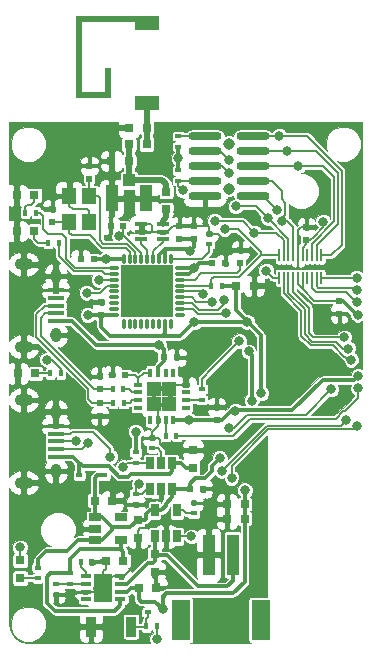
<source format=gbl>
G04 #@! TF.FileFunction,Copper,L2,Bot,Signal*
%FSLAX46Y46*%
G04 Gerber Fmt 4.6, Leading zero omitted, Abs format (unit mm)*
G04 Created by KiCad (PCBNEW 4.0.2-stable) date 11/7/2016 10:49:39 PM*
%MOMM*%
G01*
G04 APERTURE LIST*
%ADD10C,0.100000*%
%ADD11C,0.838200*%
%ADD12R,1.000000X0.350000*%
%ADD13R,1.200000X1.400000*%
%ADD14R,0.200000X1.050000*%
%ADD15R,0.797560X0.797560*%
%ADD16R,0.600000X0.500000*%
%ADD17R,0.750000X0.800000*%
%ADD18R,0.350000X0.800000*%
%ADD19R,0.800000X0.350000*%
%ADD20R,1.250000X1.250000*%
%ADD21R,0.400000X0.600000*%
%ADD22R,0.500000X0.600000*%
%ADD23R,0.800000X0.750000*%
%ADD24R,0.600000X0.400000*%
%ADD25R,0.650000X1.060000*%
%ADD26O,0.280000X0.850000*%
%ADD27R,2.200000X2.200000*%
%ADD28O,0.850000X0.280000*%
%ADD29R,1.060000X0.650000*%
%ADD30O,2.790000X0.740000*%
%ADD31C,0.970000*%
%ADD32R,1.000000X3.500000*%
%ADD33R,1.600000X3.400000*%
%ADD34R,0.590000X0.450000*%
%ADD35R,1.350000X0.400000*%
%ADD36O,0.950000X1.250000*%
%ADD37O,1.550000X1.000000*%
%ADD38R,0.900000X1.700000*%
%ADD39R,1.050000X2.200000*%
%ADD40R,1.000000X1.050000*%
%ADD41R,2.000000X1.250000*%
%ADD42R,6.000000X0.500000*%
%ADD43R,0.500000X7.000000*%
%ADD44R,3.000000X0.500000*%
%ADD45R,0.500000X2.600000*%
%ADD46R,0.850000X0.350000*%
%ADD47R,1.650000X2.400000*%
%ADD48C,0.154000*%
%ADD49C,0.300000*%
%ADD50C,0.500000*%
G04 APERTURE END LIST*
D10*
D11*
X12869844Y1779843D03*
X6339844Y-6540157D03*
X10069844Y-4360157D03*
X809844Y-8580157D03*
X1099844Y-5800157D03*
X22899844Y10239843D03*
X4199844Y8299843D03*
X5989844Y27949843D03*
X17339844Y18009843D03*
X8929844Y31629843D03*
X8954844Y33404843D03*
X14454844Y34004843D03*
X24854844Y28204843D03*
X24854844Y23704843D03*
X12354844Y26704843D03*
X5854844Y14704843D03*
X1854844Y15204843D03*
X1169844Y12439843D03*
X14854844Y13204843D03*
X17204844Y4704843D03*
X22529844Y33929843D03*
X11029844Y-2070157D03*
X17029844Y929843D03*
X17029844Y-2570157D03*
X6769844Y-2110157D03*
X14029844Y-6570157D03*
X4529844Y-8570157D03*
X-2970156Y7429843D03*
X-2970156Y18929843D03*
X529844Y31429843D03*
X3279844Y31949843D03*
X3529844Y33929843D03*
X529844Y33929843D03*
D12*
X8859844Y25909843D03*
X8859844Y25259843D03*
X8859844Y24609843D03*
X7059844Y24609843D03*
X7059844Y25259843D03*
X7059844Y25909843D03*
D13*
X949844Y26069843D03*
X949844Y28269843D03*
X2649844Y28269843D03*
X2649844Y26069843D03*
D14*
X22309844Y21349843D03*
X21909844Y21349843D03*
X21509844Y21349843D03*
X21109844Y21349843D03*
X20709844Y21349843D03*
X20309844Y21349843D03*
X19909844Y21349843D03*
X19509844Y21349843D03*
X19109844Y21349843D03*
X18709844Y21349843D03*
X18709844Y23249843D03*
X19109844Y23249843D03*
X19509844Y23249843D03*
X19909844Y23249843D03*
X20309844Y23249843D03*
X20709844Y23249843D03*
X21109844Y23249843D03*
X21509844Y23249843D03*
X21909844Y23249843D03*
X22309844Y23249843D03*
D15*
X-2000700Y25300000D03*
X-3499300Y25300000D03*
X-2000700Y28340000D03*
X-3499300Y28340000D03*
X-3200000Y-4074300D03*
X-3200000Y-2575700D03*
D16*
X4609844Y13149843D03*
X5709844Y13149843D03*
D17*
X9159844Y27139843D03*
X9159844Y28639843D03*
X11429844Y5269843D03*
X11429844Y6769843D03*
D18*
X9774844Y9319843D03*
X9124844Y9319843D03*
X8474844Y9319843D03*
X7824844Y9319843D03*
D19*
X6799844Y10344843D03*
X6799844Y10994843D03*
X6799844Y11644843D03*
X6799844Y12294843D03*
D18*
X7824844Y13319843D03*
X8474844Y13319843D03*
X9124844Y13319843D03*
X9774844Y13319843D03*
D19*
X10799844Y12294843D03*
X10799844Y11644843D03*
X10799844Y10994843D03*
X10799844Y10344843D03*
D20*
X8174844Y11944843D03*
X9424844Y11944843D03*
X8174844Y10694843D03*
X9424844Y10694843D03*
D21*
X4659844Y10759843D03*
X5559844Y10759843D03*
X4649844Y11899843D03*
X5549844Y11899843D03*
D22*
X3529844Y11899843D03*
X3529844Y12999843D03*
X3529844Y10749843D03*
X3529844Y9649843D03*
D23*
X6009844Y34069843D03*
X7509844Y34069843D03*
D21*
X9129844Y7969843D03*
X10029844Y7969843D03*
D24*
X12179844Y11009843D03*
X12179844Y11909843D03*
X6589844Y6569843D03*
X6589844Y5669843D03*
X6589844Y3069843D03*
X6589844Y2169843D03*
X7969844Y6909843D03*
X7969844Y7809843D03*
D21*
X49844Y24309843D03*
X-850156Y24309843D03*
X-1870156Y26869843D03*
X-2770156Y26869843D03*
X13879844Y20689843D03*
X12979844Y20689843D03*
D24*
X12779844Y24199843D03*
X12779844Y25099843D03*
X10199844Y30439843D03*
X10199844Y29539843D03*
X10199844Y32439843D03*
X10199844Y33339843D03*
X11479844Y1399843D03*
X11479844Y2299843D03*
X-1690156Y-3180157D03*
X-1690156Y-4080157D03*
D16*
X11169844Y3469843D03*
X12269844Y3469843D03*
D22*
X13439844Y9319843D03*
X13439844Y10419843D03*
D16*
X8939844Y14629843D03*
X10039844Y14629843D03*
D23*
X5539844Y-2620157D03*
X4039844Y-2620157D03*
X3109844Y2489843D03*
X4609844Y2489843D03*
D22*
X2659844Y29739843D03*
X2659844Y30839843D03*
X21009844Y24549843D03*
X21009844Y25649843D03*
X23809844Y19419843D03*
X23809844Y18319843D03*
X-500156Y26069843D03*
X-500156Y27169843D03*
X11489844Y24659843D03*
X11489844Y25759843D03*
X10289844Y24659843D03*
X10289844Y25759843D03*
D16*
X5549844Y25739843D03*
X4449844Y25739843D03*
X3019844Y22969843D03*
X1919844Y22969843D03*
D22*
X3650000Y18200000D03*
X3650000Y19300000D03*
D16*
X13079844Y22569843D03*
X14179844Y22569843D03*
D22*
X15439844Y23689843D03*
X15439844Y22589843D03*
D17*
X8179844Y-2050157D03*
X8179844Y-3550157D03*
X6759844Y859843D03*
X6759844Y-640157D03*
D25*
X9689844Y3469843D03*
X8739844Y3469843D03*
X7789844Y3469843D03*
X7789844Y5669843D03*
X9689844Y5669843D03*
X8739844Y5669843D03*
D23*
X6009844Y32639843D03*
X7509844Y32639843D03*
X6009844Y31239843D03*
X4509844Y31239843D03*
X15089844Y20689843D03*
X16589844Y20689843D03*
D25*
X10079844Y-550157D03*
X9129844Y-550157D03*
X8179844Y-550157D03*
X8179844Y1649843D03*
X10079844Y1649843D03*
D26*
X9560000Y17420000D03*
D27*
X6460000Y21295000D03*
X8660000Y21295000D03*
X6460000Y19095000D03*
X8660000Y19095000D03*
D26*
X9060000Y17420000D03*
X8560000Y17420000D03*
X8060000Y17420000D03*
X7560000Y17420000D03*
X7060000Y17420000D03*
X6560000Y17420000D03*
X6060000Y17420000D03*
X5560000Y17420000D03*
D28*
X4785000Y18195000D03*
X4785000Y18695000D03*
X4785000Y19195000D03*
X4785000Y19695000D03*
X4785000Y20195000D03*
X4785000Y20695000D03*
X4785000Y21195000D03*
X4785000Y21695000D03*
X4785000Y22195000D03*
D26*
X5560000Y22970000D03*
X6060000Y22970000D03*
X6560000Y22970000D03*
X7060000Y22970000D03*
X7560000Y22970000D03*
X8060000Y22970000D03*
X8560000Y22970000D03*
X9060000Y22970000D03*
X9560000Y22970000D03*
D28*
X10335000Y22195000D03*
X10335000Y21695000D03*
X10335000Y21195000D03*
X10335000Y20695000D03*
X10335000Y20195000D03*
X10335000Y19695000D03*
X10335000Y19195000D03*
X10335000Y18695000D03*
X10335000Y18195000D03*
D23*
X15804844Y2179843D03*
X14304844Y2179843D03*
D11*
X-2970156Y929843D03*
D29*
X3119844Y-840157D03*
X3119844Y109843D03*
X3119844Y1059843D03*
X5319844Y1059843D03*
X5319844Y-840157D03*
D21*
X7479844Y-8170157D03*
X8379844Y-8170157D03*
D15*
X-1910856Y13249843D03*
X-3409456Y13249843D03*
D24*
X7609844Y-6060157D03*
X7609844Y-6960157D03*
D21*
X249844Y13249843D03*
X-650156Y13249843D03*
D30*
X12444844Y28249843D03*
X16514844Y28249843D03*
X12444844Y29519843D03*
X16514844Y29519843D03*
X12444844Y30789843D03*
X16514844Y30789843D03*
X12444844Y32059843D03*
X16514844Y32059843D03*
X12444844Y33329843D03*
X16514844Y33329843D03*
D31*
X14479844Y32694843D03*
X14479844Y28884843D03*
D32*
X14779844Y-2105157D03*
X12779844Y-2105157D03*
D33*
X17179844Y-7655157D03*
X10379844Y-7655157D03*
D34*
X1794844Y4629843D03*
X3904844Y4629843D03*
D35*
X-187460Y17699100D03*
X-187460Y18349100D03*
X-187460Y18999100D03*
X-187460Y19649100D03*
X-187460Y20299100D03*
D36*
X-187460Y16499100D03*
X-187460Y21499100D03*
D37*
X-2887460Y15499100D03*
X-2887460Y22499100D03*
D35*
X-187460Y6199100D03*
X-187460Y6849100D03*
X-187460Y7499100D03*
X-187460Y8149100D03*
X-187460Y8799100D03*
D36*
X-187460Y4999100D03*
X-187460Y9999100D03*
D37*
X-2887460Y3999100D03*
X-2887460Y10999100D03*
D38*
X6199844Y-8180157D03*
X2799844Y-8180157D03*
D39*
X4534844Y28079843D03*
X7484844Y28079843D03*
D40*
X6009844Y29604843D03*
D41*
X7500000Y36159843D03*
X7500000Y42909843D03*
D42*
X4500000Y43284843D03*
D43*
X1750000Y40034843D03*
D44*
X3000000Y36784843D03*
D45*
X4250000Y37839843D03*
D23*
X6839844Y-4920157D03*
X8339844Y-4920157D03*
X15809844Y949843D03*
X14309844Y949843D03*
D21*
X1939844Y-2720157D03*
X2839844Y-2720157D03*
D46*
X2344844Y-5885157D03*
X2344844Y-5235157D03*
X2344844Y-4585157D03*
X2344844Y-3935157D03*
X5294844Y-3935157D03*
X5294844Y-4585157D03*
X5294844Y-5235157D03*
X5294844Y-5885157D03*
D47*
X3819844Y-4910157D03*
D24*
X1029844Y-4580157D03*
X1029844Y-3680157D03*
X-180156Y-5470157D03*
X-180156Y-4570157D03*
D11*
X3819844Y-4910157D03*
X5029844Y3489843D03*
X1929844Y23949843D03*
X12779844Y229843D03*
X9129844Y619843D03*
X8660000Y21295000D03*
X10139844Y26889843D03*
X8660000Y19095000D03*
X6460000Y19095000D03*
X6460000Y21295000D03*
X2249844Y21179843D03*
X12069844Y13859843D03*
X13639844Y11689843D03*
X22889844Y13509843D03*
X8889844Y-6700157D03*
X15829844Y3354843D03*
X25439844Y13049843D03*
X25389844Y18229843D03*
X15029844Y10079843D03*
X11069844Y9319843D03*
X6589844Y8329843D03*
X11299844Y-550157D03*
X-3200156Y-1480157D03*
X3464687Y21195000D03*
X17799844Y26419843D03*
X15069844Y27389843D03*
X10569844Y28749843D03*
X18969844Y26149843D03*
X2429844Y20079843D03*
X14469844Y30229843D03*
X13289844Y26149843D03*
X14259844Y18369843D03*
X16609844Y25169843D03*
X20349844Y30809843D03*
X14089844Y19439843D03*
X14489844Y31329843D03*
X14119844Y25489843D03*
X13069844Y19329843D03*
X19419844Y32079843D03*
X18729844Y33349843D03*
X12239844Y19989843D03*
X4429844Y6179843D03*
X23159844Y11899843D03*
X14489844Y8669843D03*
X24429844Y9299843D03*
X13849844Y5019843D03*
X5519844Y5309843D03*
X25319844Y8779843D03*
X14699844Y4409843D03*
X6839844Y3879843D03*
X1539844Y7519843D03*
X2519844Y7339843D03*
X13689844Y6079843D03*
X16399844Y10949843D03*
X16139844Y15109843D03*
X8559844Y15649843D03*
X17629844Y21939843D03*
X24849844Y14389843D03*
X25299844Y19279843D03*
X25289844Y20299843D03*
X25299844Y21349843D03*
X24229844Y16299843D03*
X24599844Y15359843D03*
X25429844Y11979843D03*
X15339844Y15969843D03*
X5199844Y24869843D03*
X-910156Y14409843D03*
X15999844Y17639843D03*
X18559844Y27079843D03*
X22449844Y26109843D03*
X10199844Y31479843D03*
X17199844Y11579843D03*
X11189844Y23639843D03*
X11549844Y22149843D03*
X11529844Y17609843D03*
X4070000Y22970000D03*
X2539844Y18199843D03*
X8389844Y-9260157D03*
D48*
X5294844Y-3935157D02*
X5634844Y-3935157D01*
X5634844Y-3935157D02*
X6769844Y-2800157D01*
X6769844Y-2800157D02*
X6769844Y-2110157D01*
X2344844Y-5235157D02*
X1664844Y-5235157D01*
X1664844Y-5235157D02*
X1099844Y-5800157D01*
X2344844Y-5235157D02*
X3494844Y-5235157D01*
X3494844Y-5235157D02*
X3819844Y-4910157D01*
X5294844Y-3935157D02*
X4664844Y-3935157D01*
X4664844Y-3935157D02*
X3819844Y-4780157D01*
X3819844Y-4780157D02*
X3819844Y-4910157D01*
X3819844Y-4910157D02*
X3819844Y-3490157D01*
X4039844Y-3270157D02*
X4039844Y-2620157D01*
X3819844Y-3490157D02*
X4039844Y-3270157D01*
X3079844Y-4870157D02*
X3079844Y-5010157D01*
X4609844Y2489843D02*
X4609844Y3069843D01*
X4609844Y3069843D02*
X5029844Y3489843D01*
X1919844Y22969843D02*
X1919844Y23939843D01*
X1919844Y23939843D02*
X1929844Y23949843D01*
X949844Y28269843D02*
X949844Y27439843D01*
X2649844Y26979843D02*
X2649844Y26069843D01*
X2479844Y27149843D02*
X2649844Y26979843D01*
X1239844Y27149843D02*
X2479844Y27149843D01*
X949844Y27439843D02*
X1239844Y27149843D01*
X6759844Y-640157D02*
X6759844Y-70157D01*
X7929844Y619843D02*
X9129844Y619843D01*
X7439844Y129843D02*
X7929844Y619843D01*
X6959844Y129843D02*
X7439844Y129843D01*
X6759844Y-70157D02*
X6959844Y129843D01*
X7059844Y25909843D02*
X7849844Y25909843D01*
X7989844Y25769843D02*
X7989844Y25259843D01*
X7849844Y25909843D02*
X7989844Y25769843D01*
X8859844Y25259843D02*
X7989844Y25259843D01*
X7989844Y25259843D02*
X7059844Y25259843D01*
X12779844Y-2105157D02*
X12779844Y229843D01*
X9129844Y-550157D02*
X9129844Y619843D01*
X12779844Y229843D02*
X12799844Y209843D01*
D49*
X12734844Y-2150157D02*
X12779844Y-2105157D01*
X13120560Y-2920560D02*
X13120000Y-2920000D01*
D48*
X10289844Y26739843D02*
X10289844Y25759843D01*
X10139844Y26889843D02*
X10289844Y26739843D01*
X6460000Y19095000D02*
X8660000Y19095000D01*
X6460000Y21295000D02*
X6460000Y19095000D01*
X6460000Y19095000D02*
X6460000Y21295000D01*
X1930587Y21499100D02*
X-187460Y21499100D01*
X2249844Y21179843D02*
X1930587Y21499100D01*
X13439844Y10419843D02*
X13439844Y11489843D01*
X10799844Y12589843D02*
X10799844Y12294843D01*
X12069844Y13859843D02*
X10799844Y12589843D01*
X13439844Y11489843D02*
X13639844Y11689843D01*
X6780000Y25900000D02*
X7459687Y25900000D01*
X8780000Y25250000D02*
X9250001Y25250000D01*
X9250001Y25250000D02*
X9759844Y25759843D01*
X9759844Y25759843D02*
X10289844Y25759843D01*
X11489844Y25759843D02*
X12709844Y25759843D01*
X12779844Y25689843D02*
X12779844Y25099843D01*
X12709844Y25759843D02*
X12779844Y25689843D01*
X14179844Y22569843D02*
X14179844Y24459843D01*
X13539844Y25099843D02*
X12779844Y25099843D01*
X14179844Y24459843D02*
X13539844Y25099843D01*
X7969844Y7809843D02*
X8439844Y7809843D01*
X9169844Y6769843D02*
X11429844Y6769843D01*
X8619844Y7319843D02*
X9169844Y6769843D01*
X8619844Y7629843D02*
X8619844Y7319843D01*
X8439844Y7809843D02*
X8619844Y7629843D01*
X25309844Y17199843D02*
X25599844Y16909843D01*
X22929844Y13469843D02*
X22889844Y13509843D01*
X24909844Y13469843D02*
X22929844Y13469843D01*
X25599844Y14159843D02*
X24909844Y13469843D01*
X25599844Y16909843D02*
X25599844Y14159843D01*
X22709844Y17359843D02*
X23649844Y17359843D01*
X23809844Y17519843D02*
X23809844Y18319843D01*
X23649844Y17359843D02*
X23809844Y17519843D01*
X8739844Y3469843D02*
X8739844Y2749843D01*
X7249844Y2169843D02*
X6589844Y2169843D01*
X7639844Y2559843D02*
X7249844Y2169843D01*
X8549844Y2559843D02*
X7639844Y2559843D01*
X8739844Y2749843D02*
X8549844Y2559843D01*
X8474844Y9319843D02*
X8474844Y8774843D01*
X7969844Y8269843D02*
X7969844Y7809843D01*
X8474844Y8774843D02*
X7969844Y8269843D01*
X8660000Y21295000D02*
X8660000Y19095000D01*
X6460000Y21295000D02*
X8660000Y21295000D01*
X20309844Y23249843D02*
X20309844Y25359843D01*
X20599844Y25649843D02*
X21009844Y25649843D01*
X20309844Y25359843D02*
X20599844Y25649843D01*
X10799844Y12294843D02*
X9774844Y12294843D01*
X9774844Y12294843D02*
X9424844Y11944843D01*
X8474844Y9319843D02*
X8474844Y10394843D01*
X8474844Y10394843D02*
X8174844Y10694843D01*
X23809844Y18319843D02*
X24309844Y18319843D01*
X25309844Y17319843D02*
X25309844Y17199843D01*
X24309844Y18319843D02*
X25309844Y17319843D01*
D49*
X5294844Y-4585157D02*
X5804844Y-4585157D01*
X8179844Y-2620157D02*
X8179844Y-2050157D01*
X8009844Y-2790157D02*
X8179844Y-2620157D01*
X7599844Y-2790157D02*
X8009844Y-2790157D01*
X5804844Y-4585157D02*
X7599844Y-2790157D01*
X10389844Y-3320157D02*
X10399844Y-3310157D01*
X10399844Y-3310157D02*
X10389844Y-3320157D01*
X10389844Y-3320157D02*
X10389844Y-3300157D01*
X8179844Y-2150157D02*
X9239844Y-2150157D01*
X14779844Y-4290157D02*
X14779844Y-2105157D01*
X14289844Y-4780157D02*
X14779844Y-4290157D01*
X11869844Y-4780157D02*
X14289844Y-4780157D01*
X9239844Y-2150157D02*
X10389844Y-3300157D01*
X10389844Y-3300157D02*
X11869844Y-4780157D01*
X8179844Y-550157D02*
X8179844Y-2150157D01*
X7609844Y-6060157D02*
X7039844Y-6060157D01*
X6839844Y-5860157D02*
X6839844Y-4920157D01*
X7039844Y-6060157D02*
X6839844Y-5860157D01*
X7609844Y-6060157D02*
X8249844Y-6060157D01*
X8249844Y-6060157D02*
X8889844Y-6700157D01*
X5294844Y-5235157D02*
X5854844Y-5235157D01*
X5854844Y-5235157D02*
X6169844Y-4920157D01*
X6169844Y-4920157D02*
X6839844Y-4920157D01*
X8939844Y-5670157D02*
X8939844Y-5570157D01*
X8889844Y-5620157D02*
X8939844Y-5670157D01*
X8889844Y-6700157D02*
X8889844Y-5620157D01*
X15809844Y949843D02*
X15804844Y944843D01*
X15804844Y944843D02*
X15804844Y-4395157D01*
X8939844Y-5570157D02*
X9164844Y-5345157D01*
X9164844Y-5345157D02*
X9529844Y-5345157D01*
X15804844Y-4395157D02*
X14854844Y-5345157D01*
X14854844Y-5345157D02*
X9529844Y-5345157D01*
X15804844Y2179843D02*
X15809844Y2174843D01*
X15809844Y2174843D02*
X15809844Y949843D01*
X6904844Y-4765157D02*
X6909844Y-4770157D01*
X15829844Y3354843D02*
X15804844Y3329843D01*
X15804844Y3329843D02*
X15804844Y2179843D01*
D48*
X20309844Y21349843D02*
X20309844Y20819843D01*
X20309844Y20819843D02*
X20709844Y20419843D01*
D49*
X15099844Y10149843D02*
X19849844Y10149843D01*
X19849844Y10149843D02*
X22399844Y12699843D01*
X25089844Y12699843D02*
X25439844Y13049843D01*
X15029844Y10079843D02*
X15099844Y10149843D01*
X22399844Y12699843D02*
X25089844Y12699843D01*
D48*
X25349844Y18269843D02*
X25249844Y18269843D01*
X25389844Y18229843D02*
X25349844Y18269843D01*
D49*
X13439844Y9319843D02*
X13879844Y9319843D01*
X14639844Y10079843D02*
X15029844Y10079843D01*
X13879844Y9319843D02*
X14639844Y10079843D01*
X13439844Y9319843D02*
X12119844Y9319843D01*
X12119844Y9319843D02*
X11069844Y9319843D01*
X6589844Y6569843D02*
X6589844Y8329843D01*
X23809844Y19419843D02*
X24099844Y19419843D01*
X24099844Y19419843D02*
X25249844Y18269843D01*
X25249844Y18269843D02*
X25309844Y18269843D01*
D48*
X20709844Y21349843D02*
X20709844Y20419843D01*
X21709844Y19419843D02*
X22809844Y19419843D01*
X22809844Y19419843D02*
X23809844Y19419843D01*
X20709844Y20419843D02*
X21709844Y19419843D01*
D49*
X9774844Y9319843D02*
X11069844Y9319843D01*
D48*
X-3200000Y-2575700D02*
X-3200000Y-1480313D01*
X11299844Y-550157D02*
X10079844Y-550157D01*
X-3200000Y-1480313D02*
X-3200156Y-1480157D01*
X10079844Y1649843D02*
X10599844Y1649843D01*
X10849844Y1399843D02*
X11479844Y1399843D01*
X10599844Y1649843D02*
X10849844Y1399843D01*
X-1730156Y-4070157D02*
X-3195857Y-4070157D01*
X-3195857Y-4070157D02*
X-3200000Y-4074300D01*
X4785000Y21195000D02*
X3464687Y21195000D01*
X17799844Y26419843D02*
X17779844Y26399843D01*
X17779844Y26399843D02*
X17799844Y26419843D01*
X17799844Y26419843D02*
X17799844Y26379843D01*
X10199844Y29539843D02*
X10199844Y29189843D01*
X16789844Y27389843D02*
X17359844Y26819843D01*
X15069844Y27389843D02*
X16789844Y27389843D01*
X10199844Y29119843D02*
X10569844Y28749843D01*
X10199844Y29189843D02*
X10199844Y29119843D01*
X12444844Y29539843D02*
X11469844Y29539843D01*
X19509844Y24669843D02*
X19509844Y23249843D01*
X17359844Y26819843D02*
X17799844Y26379843D01*
X17799844Y26379843D02*
X17859844Y26319843D01*
X17859844Y26319843D02*
X19509844Y24669843D01*
X12444844Y29539843D02*
X10199844Y29539843D01*
X12444844Y33349843D02*
X10209844Y33349843D01*
X10209844Y33349843D02*
X10199844Y33339843D01*
X10335000Y21195000D02*
X11595001Y21195000D01*
X15439844Y21989843D02*
X15439844Y22589843D01*
X15179844Y21729843D02*
X15439844Y21989843D01*
X12129844Y21729843D02*
X15179844Y21729843D01*
X11595001Y21195000D02*
X12129844Y21729843D01*
X949844Y26069843D02*
X949844Y25169843D01*
X2674264Y24939843D02*
X3754264Y23859843D01*
X1179844Y24939843D02*
X2674264Y24939843D01*
X949844Y25169843D02*
X1179844Y24939843D01*
X949844Y26069843D02*
X-500156Y26069843D01*
X6060000Y23519687D02*
X5719844Y23859843D01*
X5719844Y23859843D02*
X3754264Y23859843D01*
X6060000Y22970000D02*
X6060000Y23519687D01*
X4719844Y24199843D02*
X3849844Y24199843D01*
X5859844Y24199843D02*
X4719844Y24199843D01*
X3539844Y25379843D02*
X3539844Y28089843D01*
X3539844Y28089843D02*
X3359844Y28269843D01*
X2649844Y28269843D02*
X3359844Y28269843D01*
X6560000Y23499687D02*
X6560000Y22970000D01*
X6560000Y23499687D02*
X5859844Y24199843D01*
X3539844Y24509843D02*
X3539844Y25379843D01*
X3849844Y24199843D02*
X3539844Y24509843D01*
X2649844Y28269843D02*
X2649844Y29799843D01*
X2649844Y29799843D02*
X2659844Y29809843D01*
X6560000Y23279687D02*
X6560000Y22970000D01*
D50*
X7500000Y36159843D02*
X7500000Y34079687D01*
X7500000Y34079687D02*
X7509844Y34069843D01*
X7509844Y32639843D02*
X7509844Y34069843D01*
D48*
X4785000Y20695000D02*
X4155001Y20695000D01*
X3539844Y20079843D02*
X2429844Y20079843D01*
X4155001Y20695000D02*
X3539844Y20079843D01*
X18969844Y26149843D02*
X18969844Y26419843D01*
X18119844Y29539843D02*
X18949844Y28709843D01*
X18949844Y28709843D02*
X18949844Y27989843D01*
X18119844Y29539843D02*
X16514844Y29539843D01*
X19229844Y27709843D02*
X18949844Y27989843D01*
X19229844Y26679843D02*
X19229844Y27709843D01*
X18969844Y26419843D02*
X19229844Y26679843D01*
X19389844Y26149843D02*
X19909844Y25629843D01*
X18969844Y26149843D02*
X19389844Y26149843D01*
X19909844Y25629843D02*
X19909844Y23249843D01*
X13619844Y26149843D02*
X13289844Y26149843D01*
X13889844Y30809843D02*
X14469844Y30229843D01*
X13889844Y30809843D02*
X12444844Y30809843D01*
X13619844Y26149843D02*
X14619844Y26149843D01*
X14619844Y26149843D02*
X15629844Y26149843D01*
X16609844Y25169843D02*
X15629844Y26149843D01*
X16609844Y25169843D02*
X18499844Y25169843D01*
X18499844Y25169843D02*
X19109844Y24559843D01*
X11419107Y18695000D02*
X10335000Y18695000D01*
X11854264Y18259843D02*
X11419107Y18695000D01*
X14149844Y18259843D02*
X11854264Y18259843D01*
X14259844Y18369843D02*
X14149844Y18259843D01*
X19109844Y24559843D02*
X19109844Y24579843D01*
X19109844Y24559843D02*
X19109844Y23249843D01*
X11354687Y19195000D02*
X11949844Y18599843D01*
X11949844Y18599843D02*
X13529844Y18599843D01*
X13529844Y18599843D02*
X14089844Y19159843D01*
X14089844Y19159843D02*
X14089844Y19439843D01*
X10335000Y19195000D02*
X11354687Y19195000D01*
X16514844Y30809843D02*
X20349844Y30809843D01*
X20349844Y30809843D02*
X22443840Y30809843D01*
X21509844Y24249843D02*
X21509844Y23249843D01*
X23393840Y26133839D02*
X21509844Y24249843D01*
X23393840Y29859843D02*
X23393840Y26133839D01*
X22443840Y30809843D02*
X23393840Y29859843D01*
X14489844Y31329843D02*
X13739844Y32079843D01*
X12444844Y32079843D02*
X13739844Y32079843D01*
X12444844Y32079843D02*
X11319844Y32079843D01*
X15399844Y25339843D02*
X17189844Y23549843D01*
X17189844Y23249843D02*
X17189844Y23549843D01*
X15249844Y25489843D02*
X15399844Y25339843D01*
X14119844Y25489843D02*
X15249844Y25489843D01*
X18709844Y23249843D02*
X17189844Y23249843D01*
X17189844Y23249843D02*
X15361842Y21421841D01*
X15361842Y21421841D02*
X13191842Y21421841D01*
X13191842Y21421841D02*
X12979844Y21209843D01*
X12979844Y21209843D02*
X12979844Y20689843D01*
X10335000Y20695000D02*
X12974687Y20695000D01*
X12974687Y20695000D02*
X12979844Y20689843D01*
X11354687Y19695000D02*
X11719844Y19329843D01*
X11719844Y19329843D02*
X13069844Y19329843D01*
X10335000Y19695000D02*
X11354687Y19695000D01*
X19419844Y32079843D02*
X21869844Y32079843D01*
X21909844Y24149843D02*
X21909844Y23249843D01*
X23701842Y25941841D02*
X21909844Y24149843D01*
X23701842Y30247845D02*
X23701842Y25941841D01*
X21869844Y32079843D02*
X23701842Y30247845D01*
X19419844Y32079843D02*
X16514844Y32079843D01*
X12034687Y20195000D02*
X10335000Y20195000D01*
X12034687Y20195000D02*
X12239844Y19989843D01*
X19009844Y33349843D02*
X21069844Y33349843D01*
X23119844Y23249843D02*
X22309844Y23249843D01*
X24009844Y24139843D02*
X23119844Y23249843D01*
X24009844Y30409843D02*
X24009844Y24139843D01*
X21069844Y33349843D02*
X24009844Y30409843D01*
X19009844Y33349843D02*
X18729844Y33349843D01*
X18729844Y33349843D02*
X16514844Y33349843D01*
X9560000Y22970000D02*
X12200001Y22970000D01*
X12779844Y23549843D02*
X12779844Y24199843D01*
X12200001Y22970000D02*
X12779844Y23549843D01*
X7560000Y22970000D02*
X7560000Y23699687D01*
X7059844Y24199843D02*
X7059844Y24609843D01*
X7560000Y23699687D02*
X7059844Y24199843D01*
X7200000Y24600000D02*
X6780000Y24600000D01*
X8060000Y22970000D02*
X8060000Y23579999D01*
X8859844Y24379843D02*
X8859844Y24609843D01*
X8060000Y23579999D02*
X8859844Y24379843D01*
X8460000Y24600000D02*
X8780000Y24600000D01*
X21009844Y9749843D02*
X15999844Y9749843D01*
X4429844Y6179843D02*
X4429844Y6839843D01*
X4429844Y6839843D02*
X2949844Y8319843D01*
X-187460Y8149100D02*
X1029101Y8149100D01*
X21009844Y9749843D02*
X23159844Y11899843D01*
X1199844Y8319843D02*
X2949844Y8319843D01*
X1029101Y8149100D02*
X1199844Y8319843D01*
X14919844Y8669843D02*
X14489844Y8669843D01*
X15999844Y9749843D02*
X14919844Y8669843D01*
X24429844Y9299843D02*
X23967846Y8837845D01*
X23967846Y8837845D02*
X22577846Y8837845D01*
X13849844Y5025423D02*
X13849844Y5019843D01*
X17662266Y8837845D02*
X22577846Y8837845D01*
X17662266Y8837845D02*
X13849844Y5025423D01*
X5879844Y5669843D02*
X6589844Y5669843D01*
X5519844Y5309843D02*
X5879844Y5669843D01*
X7789844Y5669843D02*
X6589844Y5669843D01*
X25319844Y8779843D02*
X25069844Y8529843D01*
X25069844Y8529843D02*
X24529844Y8529843D01*
X6589844Y3629843D02*
X6589844Y3069843D01*
X24529844Y8529843D02*
X17789844Y8529843D01*
X14699844Y5439843D02*
X17789844Y8529843D01*
X14699844Y4409843D02*
X14699844Y5439843D01*
X6589844Y3629843D02*
X6839844Y3879843D01*
X7789844Y3469843D02*
X7529844Y3469843D01*
X7529844Y3469843D02*
X7129844Y3069843D01*
X7129844Y3069843D02*
X6589844Y3069843D01*
X-187460Y7499100D02*
X1519101Y7499100D01*
X1519101Y7499100D02*
X1539844Y7519843D01*
X-186560Y7500000D02*
X-187460Y7499100D01*
X2029101Y6849100D02*
X-187460Y6849100D01*
X2519844Y7339843D02*
X2029101Y6849100D01*
X-138360Y6800000D02*
X-187460Y6849100D01*
D49*
X429844Y-1770157D02*
X-970156Y-1770157D01*
X759844Y-1770157D02*
X1689844Y-840157D01*
X1689844Y-840157D02*
X2229844Y-840157D01*
X3119844Y-840157D02*
X2229844Y-840157D01*
X429844Y-1770157D02*
X759844Y-1770157D01*
X-1690156Y-2490157D02*
X-1690156Y-3180157D01*
X-970156Y-1770157D02*
X-1690156Y-2490157D01*
X3109844Y2489843D02*
X3109844Y4409843D01*
X3329844Y4629843D02*
X3904844Y4629843D01*
X3109844Y4409843D02*
X3329844Y4629843D01*
X3119844Y1059843D02*
X3119844Y2479843D01*
X3119844Y2479843D02*
X3109844Y2489843D01*
X3119844Y-840157D02*
X3759844Y-840157D01*
X4589844Y-10157D02*
X4589844Y229843D01*
X3759844Y-840157D02*
X4589844Y-10157D01*
X3119844Y1059843D02*
X3759844Y1059843D01*
X3759844Y1059843D02*
X4589844Y229843D01*
X6129844Y229843D02*
X6759844Y859843D01*
X4589844Y229843D02*
X6129844Y229843D01*
X11169844Y3469843D02*
X11169844Y3929843D01*
X13009844Y5399843D02*
X13689844Y6079843D01*
X13009844Y4949843D02*
X13009844Y5399843D01*
X12439844Y4379843D02*
X13009844Y4949843D01*
X11619844Y4379843D02*
X12439844Y4379843D01*
X11169844Y3929843D02*
X11619844Y4379843D01*
X16399844Y14849843D02*
X16139844Y15109843D01*
X16399844Y10949843D02*
X16399844Y14849843D01*
X8179844Y1649843D02*
X7809844Y1649843D01*
X7809844Y1649843D02*
X7479844Y1319843D01*
X7479844Y1319843D02*
X7479844Y969843D01*
X7479844Y969843D02*
X7369844Y859843D01*
X7369844Y859843D02*
X6759844Y859843D01*
X8559844Y15649843D02*
X8569844Y15649843D01*
X11169844Y3469843D02*
X9689844Y3469843D01*
X8179844Y1649843D02*
X8749844Y1649843D01*
X9689844Y2809843D02*
X9689844Y3469843D01*
X9109844Y2229843D02*
X9689844Y2809843D01*
X9109844Y2009843D02*
X9109844Y2229843D01*
X8749844Y1649843D02*
X9109844Y2009843D01*
X-187460Y17699100D02*
X1180587Y17699100D01*
X1180587Y17699100D02*
X3229844Y15649843D01*
X3229844Y15649843D02*
X8569844Y15649843D01*
X8939844Y15279843D02*
X8939844Y14629843D01*
X8569844Y15649843D02*
X8939844Y15279843D01*
X8474844Y13319843D02*
X8474844Y13834843D01*
X8939844Y14299843D02*
X8939844Y14629843D01*
X8474844Y13834843D02*
X8939844Y14299843D01*
D48*
X18219844Y21349843D02*
X18709844Y21349843D01*
X17629844Y21939843D02*
X18219844Y21349843D01*
X24289844Y14619843D02*
X24239844Y14669843D01*
X20589844Y16434263D02*
X21384264Y15639843D01*
X20589844Y16434263D02*
X20589844Y18573103D01*
X20589844Y18573103D02*
X19109844Y20053103D01*
X19109844Y21349843D02*
X19109844Y20053103D01*
X23269844Y15639843D02*
X24239844Y14669843D01*
X21384264Y15639843D02*
X23269844Y15639843D01*
X24519844Y14389843D02*
X24289844Y14619843D01*
X24849844Y14389843D02*
X24519844Y14389843D01*
X24819844Y19759843D02*
X24407846Y20171841D01*
X25299844Y19279843D02*
X24819844Y19759843D01*
X21509844Y20469843D02*
X21509844Y21349843D01*
X21807846Y20171841D02*
X21509844Y20469843D01*
X24407846Y20171841D02*
X21807846Y20171841D01*
X24369844Y20489843D02*
X24369844Y20479843D01*
X24379844Y20479843D02*
X24369844Y20489843D01*
X25109844Y20479843D02*
X24379844Y20479843D01*
X25289844Y20299843D02*
X25109844Y20479843D01*
X21909844Y20629843D02*
X21909844Y21349843D01*
X22059844Y20479843D02*
X21909844Y20629843D01*
X24459844Y20479843D02*
X24369844Y20479843D01*
X24369844Y20479843D02*
X22059844Y20479843D01*
X25299844Y21349843D02*
X22309844Y21349843D01*
X21619844Y16299843D02*
X21614844Y16294843D01*
X24229844Y16299843D02*
X21619844Y16299843D01*
X19909844Y20124263D02*
X19909844Y21349843D01*
X21239844Y18794263D02*
X19909844Y20124263D01*
X21239844Y16669843D02*
X21239844Y18794263D01*
X21614844Y16294843D02*
X21239844Y16669843D01*
X24599844Y15359843D02*
X24149844Y15359843D01*
X23559844Y15949843D02*
X21509844Y15949843D01*
X24149844Y15359843D02*
X23559844Y15949843D01*
X21509844Y15949843D02*
X20909844Y16549843D01*
X20909844Y16549843D02*
X20909844Y18688683D01*
X20909844Y18688683D02*
X19509844Y20088683D01*
X19509844Y21349843D02*
X19509844Y20088683D01*
X25429844Y11979843D02*
X25429844Y11179843D01*
X25429844Y11179843D02*
X25419844Y11169843D01*
X10029844Y7969843D02*
X14819844Y7969843D01*
X16259844Y9409843D02*
X22079844Y9409843D01*
X14819844Y7969843D02*
X16259844Y9409843D01*
X23539844Y9409843D02*
X22079844Y9409843D01*
X24169844Y10039843D02*
X23539844Y9409843D01*
X24289844Y10039843D02*
X24169844Y10039843D01*
X25419844Y11169843D02*
X24289844Y10039843D01*
X12179844Y11909843D02*
X12179844Y12809843D01*
X15339844Y15969843D02*
X13049844Y13679843D01*
X12179844Y12809843D02*
X13049844Y13679843D01*
D49*
X4070000Y22970000D02*
X3020001Y22970000D01*
X3020001Y22970000D02*
X3019844Y22969843D01*
D48*
X5549844Y24959843D02*
X5289844Y24959843D01*
X5289844Y24959843D02*
X5199844Y24869843D01*
X7060000Y23489687D02*
X7020000Y23489687D01*
X7060000Y22970000D02*
X7060000Y23489687D01*
X5549844Y24959843D02*
X5549844Y25739843D01*
X7020000Y23489687D02*
X5549844Y24959843D01*
X249844Y13249843D02*
X249844Y13639843D01*
X-520156Y14409843D02*
X-910156Y14409843D01*
X249844Y13639843D02*
X-520156Y14409843D01*
X16019844Y17659843D02*
X16069844Y17609843D01*
X15999844Y17639843D02*
X16019844Y17659843D01*
X17369844Y28269843D02*
X18559844Y27079843D01*
X21362054Y24537633D02*
X21022054Y24537633D01*
X21637054Y24812633D02*
X21362054Y24537633D01*
X22449844Y25625423D02*
X21637054Y24812633D01*
X22449844Y26109843D02*
X22449844Y25625423D01*
X21022054Y24537633D02*
X21009844Y24549843D01*
X16514844Y28269843D02*
X17369844Y28269843D01*
D49*
X15089844Y20689843D02*
X15089844Y18589843D01*
X15089844Y18589843D02*
X16069844Y17609843D01*
X11529844Y17609843D02*
X16069844Y17609843D01*
X16069844Y17609843D02*
X17199844Y16479843D01*
X17199844Y11579843D02*
X17199844Y16479843D01*
X10199844Y31479843D02*
X10199844Y32439843D01*
X10199844Y31479843D02*
X10199844Y30439843D01*
X9100000Y23795000D02*
X11034687Y23795000D01*
X11034687Y23795000D02*
X11189844Y23639843D01*
X11489844Y24659843D02*
X10289844Y24659843D01*
X11489844Y23939843D02*
X11489844Y24659843D01*
X11189844Y23639843D02*
X11489844Y23939843D01*
X8789844Y16429843D02*
X10349844Y16429843D01*
X11549844Y22149843D02*
X11595001Y22195000D01*
X10349844Y16429843D02*
X11529844Y17609843D01*
X3650000Y18200000D02*
X3650000Y17159687D01*
X9060000Y16699999D02*
X9060000Y17420000D01*
X8739844Y16379843D02*
X8789844Y16429843D01*
X8789844Y16429843D02*
X9060000Y16699999D01*
X4429844Y16379843D02*
X8739844Y16379843D01*
X3650000Y17159687D02*
X4429844Y16379843D01*
X5560000Y22970000D02*
X4070000Y22970000D01*
X3650000Y18200000D02*
X2540001Y18200000D01*
X2539844Y18199843D02*
X2540001Y18200000D01*
D48*
X16514844Y28269843D02*
X17619844Y28269843D01*
X20709844Y23249843D02*
X20709844Y23899843D01*
X21009844Y24199843D02*
X21009844Y24549843D01*
X20709844Y23899843D02*
X21009844Y24199843D01*
D49*
X15249844Y20689843D02*
X13879844Y20689843D01*
X10335000Y21695000D02*
X11095001Y21695000D01*
X11095001Y21695000D02*
X11595001Y22195000D01*
X10335000Y22195000D02*
X11595001Y22195000D01*
X11969844Y22569843D02*
X13079844Y22569843D01*
X11595001Y22195000D02*
X11969844Y22569843D01*
X4785000Y18195000D02*
X3655000Y18195000D01*
X3655000Y18195000D02*
X3650000Y18200000D01*
X8560000Y23255000D02*
X9100000Y23795000D01*
X9060000Y22970000D02*
X9060000Y23755000D01*
X9060000Y23755000D02*
X9100000Y23795000D01*
X8560000Y22970000D02*
X8560000Y23255000D01*
D48*
X-2000700Y28340000D02*
X-2000700Y27799299D01*
X-2770156Y27329843D02*
X-2770156Y26869843D01*
X-2580156Y27519843D02*
X-2770156Y27329843D01*
X-2280156Y27519843D02*
X-2580156Y27519843D01*
X-2000700Y27799299D02*
X-2280156Y27519843D01*
X-2000700Y25300000D02*
X-2000700Y24650387D01*
X-1660156Y24309843D02*
X-850156Y24309843D01*
X-2000700Y24650387D02*
X-1660156Y24309843D01*
X7969844Y6909843D02*
X8459844Y6909843D01*
X8739844Y6629843D02*
X8739844Y5669843D01*
X8459844Y6909843D02*
X8739844Y6629843D01*
X10799844Y10994843D02*
X12164844Y10994843D01*
X12164844Y10994843D02*
X12179844Y11009843D01*
X9124844Y9319843D02*
X9124844Y7974843D01*
X9124844Y7974843D02*
X9129844Y7969843D01*
D50*
X8859844Y25909843D02*
X8859844Y26159843D01*
X9159844Y26459843D02*
X9159844Y27139843D01*
X8859844Y26159843D02*
X9159844Y26459843D01*
D48*
X6799844Y11644843D02*
X6234844Y11644843D01*
X5979844Y11899843D02*
X5549844Y11899843D01*
X6234844Y11644843D02*
X5979844Y11899843D01*
X6799844Y10994843D02*
X6294844Y10994843D01*
X6059844Y10759843D02*
X5559844Y10759843D01*
X6294844Y10994843D02*
X6059844Y10759843D01*
X-1870156Y26869843D02*
X-1480156Y26869843D01*
X3884687Y22195000D02*
X4785000Y22195000D01*
X1484687Y22195000D02*
X3884687Y22195000D01*
X719844Y22959843D02*
X1484687Y22195000D01*
X719844Y24679843D02*
X719844Y22959843D01*
X379844Y25019843D02*
X719844Y24679843D01*
X-810156Y25019843D02*
X379844Y25019843D01*
X-1230156Y25439843D02*
X-810156Y25019843D01*
X-1230156Y26619843D02*
X-1230156Y25439843D01*
X-1480156Y26869843D02*
X-1230156Y26619843D01*
X3949107Y21695000D02*
X3757109Y21886998D01*
X4785000Y21695000D02*
X3949107Y21695000D01*
X49844Y23194263D02*
X49844Y24309843D01*
X1357109Y21886998D02*
X49844Y23194263D01*
X3757109Y21886998D02*
X1357109Y21886998D01*
X-187460Y18999100D02*
X-1120899Y18999100D01*
X2919844Y10749843D02*
X3529844Y10749843D01*
X2579844Y11089843D02*
X2919844Y10749843D01*
X2579844Y11974263D02*
X2579844Y11089843D01*
X-1820156Y16374263D02*
X2579844Y11974263D01*
X-1820156Y18299843D02*
X-1820156Y16374263D01*
X-1120899Y18999100D02*
X-1820156Y18299843D01*
X4659844Y10759843D02*
X3539844Y10759843D01*
X3539844Y10759843D02*
X3529844Y10749843D01*
X3529844Y11899843D02*
X3089844Y11899843D01*
X-1080899Y18349100D02*
X-187460Y18349100D01*
X-1470156Y17959843D02*
X-1080899Y18349100D01*
X-1470156Y16459843D02*
X-1470156Y17959843D01*
X3089844Y11899843D02*
X-1470156Y16459843D01*
X4649844Y11899843D02*
X3529844Y11899843D01*
D49*
X2099844Y5389843D02*
X1794844Y5694843D01*
X4309844Y5389843D02*
X2099844Y5389843D01*
X5189844Y4509843D02*
X4309844Y5389843D01*
X5959844Y4509843D02*
X5189844Y4509843D01*
X1290587Y6199100D02*
X1794844Y5694843D01*
X1794844Y5694843D02*
X1794844Y4629843D01*
X6199844Y4749843D02*
X5959844Y4509843D01*
X9479844Y4749843D02*
X6199844Y4749843D01*
X9689844Y4959843D02*
X9479844Y4749843D01*
X9689844Y5669843D02*
X9689844Y4959843D01*
X-187460Y6199100D02*
X1290587Y6199100D01*
X11429844Y5269843D02*
X10829844Y5269843D01*
X10829844Y5269843D02*
X10429844Y5669843D01*
X10429844Y5669843D02*
X9689844Y5669843D01*
X-187460Y6199100D02*
X287540Y6199100D01*
X5294844Y-5885157D02*
X5294844Y-6375157D01*
X-650156Y-3680157D02*
X1029844Y-3680157D01*
X-940156Y-3970157D02*
X-650156Y-3680157D01*
X-940156Y-6160157D02*
X-940156Y-3970157D01*
X-240156Y-6860157D02*
X-940156Y-6160157D01*
X4809844Y-6860157D02*
X-240156Y-6860157D01*
X5294844Y-6375157D02*
X4809844Y-6860157D01*
X5319844Y-1610157D02*
X1859844Y-1610157D01*
X1029844Y-2440157D02*
X1029844Y-3680157D01*
X1859844Y-1610157D02*
X1029844Y-2440157D01*
X5319844Y-840157D02*
X5319844Y-1610157D01*
X5539844Y-1830157D02*
X5539844Y-2620157D01*
X5319844Y-1610157D02*
X5539844Y-1830157D01*
D48*
X7824844Y13319843D02*
X7259844Y13319843D01*
X7259844Y13319843D02*
X6799844Y12859843D01*
X6799844Y12294843D02*
X6799844Y12859843D01*
X6509844Y13149843D02*
X5709844Y13149843D01*
X6799844Y12859843D02*
X6509844Y13149843D01*
X8379844Y-8170157D02*
X8379844Y-9250157D01*
X8379844Y-9250157D02*
X8389844Y-9260157D01*
D50*
X9159844Y28639843D02*
X9159844Y29259843D01*
X8814844Y29604843D02*
X6009844Y29604843D01*
X9159844Y29259843D02*
X8814844Y29604843D01*
X6009844Y31239843D02*
X6009844Y29604843D01*
X6009844Y32639843D02*
X6009844Y31239843D01*
D48*
X-650156Y13249843D02*
X-1910856Y13249843D01*
X7479844Y-8170157D02*
X7479844Y-7510157D01*
X7609844Y-7380157D02*
X7609844Y-6960157D01*
X7479844Y-7510157D02*
X7609844Y-7380157D01*
X6199844Y-8180157D02*
X7469844Y-8180157D01*
X7469844Y-8180157D02*
X7479844Y-8170157D01*
X1939844Y-2720157D02*
X1939844Y-3150157D01*
X2344844Y-3555157D02*
X2344844Y-3935157D01*
X1939844Y-3150157D02*
X2344844Y-3555157D01*
X1029844Y-4580157D02*
X-170156Y-4580157D01*
X-170156Y-4580157D02*
X-180156Y-4570157D01*
X2344844Y-4585157D02*
X1034844Y-4585157D01*
X1034844Y-4585157D02*
X1029844Y-4580157D01*
D10*
G36*
X5051844Y34555836D02*
X5051844Y34396843D01*
X5191344Y34257343D01*
X5809844Y34257343D01*
X5809844Y34293843D01*
X6209844Y34293843D01*
X6209844Y34257343D01*
X6233844Y34257343D01*
X6233844Y33882343D01*
X6209844Y33882343D01*
X6209844Y33845843D01*
X5809844Y33845843D01*
X5809844Y33882343D01*
X5191344Y33882343D01*
X5051844Y33742843D01*
X5051844Y33583850D01*
X5136795Y33378761D01*
X5293762Y33221793D01*
X5414502Y33171781D01*
X5375029Y33114012D01*
X5354947Y33014843D01*
X5354947Y32264843D01*
X5372379Y32172199D01*
X5427132Y32087111D01*
X5509844Y32030596D01*
X5509844Y31847575D01*
X5436869Y31800616D01*
X5382893Y31930925D01*
X5225926Y32087893D01*
X5020837Y32172843D01*
X4849344Y32172843D01*
X4709844Y32033343D01*
X4709844Y31427343D01*
X4733844Y31427343D01*
X4733844Y31052343D01*
X4709844Y31052343D01*
X4709844Y30446343D01*
X4849344Y30306843D01*
X5020837Y30306843D01*
X5225926Y30391793D01*
X5382893Y30548761D01*
X5437317Y30680152D01*
X5509844Y30630596D01*
X5509844Y30384740D01*
X5417200Y30367308D01*
X5332112Y30312555D01*
X5275029Y30229012D01*
X5254947Y30129843D01*
X5254947Y29703004D01*
X5170837Y29737843D01*
X4878344Y29737843D01*
X4738844Y29598343D01*
X4738844Y28283843D01*
X5478344Y28283843D01*
X5617844Y28423343D01*
X5617844Y28824946D01*
X6401844Y28824946D01*
X6401844Y28423343D01*
X6541344Y28283843D01*
X7280844Y28283843D01*
X7280844Y28303843D01*
X7688844Y28303843D01*
X7688844Y28283843D01*
X8428344Y28283843D01*
X8529947Y28385446D01*
X8529947Y28239843D01*
X8547379Y28147199D01*
X8602132Y28062111D01*
X8685675Y28005028D01*
X8784844Y27984946D01*
X9534844Y27984946D01*
X9627488Y28002378D01*
X9712576Y28057131D01*
X9769659Y28140674D01*
X9789741Y28239843D01*
X9789741Y29039843D01*
X9774053Y29123218D01*
X9800675Y29105028D01*
X9878943Y29089178D01*
X9897735Y28994705D01*
X9928137Y28949206D01*
X9900861Y28883519D01*
X9900629Y28617335D01*
X10002278Y28371324D01*
X10190335Y28182939D01*
X10436168Y28080860D01*
X10491844Y28080811D01*
X10491844Y28045841D01*
X10639406Y28045841D01*
X10550607Y27924863D01*
X10619399Y27737898D01*
X10876242Y27470550D01*
X11215844Y27321843D01*
X12240844Y27321843D01*
X12240844Y28064843D01*
X12220844Y28064843D01*
X12220844Y28434843D01*
X12240844Y28434843D01*
X12240844Y28473843D01*
X12648844Y28473843D01*
X12648844Y28434843D01*
X12668844Y28434843D01*
X12668844Y28064843D01*
X12648844Y28064843D01*
X12648844Y27321843D01*
X13673844Y27321843D01*
X14013446Y27470550D01*
X14270289Y27737898D01*
X14339081Y27924863D01*
X14250282Y28045841D01*
X14397844Y28045841D01*
X14397844Y28149913D01*
X14625403Y28149715D01*
X14839904Y28238346D01*
X14880258Y28035474D01*
X14691325Y27957409D01*
X14502940Y27769352D01*
X14400861Y27523519D01*
X14400629Y27257335D01*
X14502278Y27011324D01*
X14690335Y26822939D01*
X14936168Y26720860D01*
X15202352Y26720628D01*
X15448363Y26822277D01*
X15636748Y27010334D01*
X15658552Y27062843D01*
X16654396Y27062843D01*
X17140502Y26576737D01*
X17130861Y26553519D01*
X17130629Y26287335D01*
X17232278Y26041324D01*
X17420335Y25852939D01*
X17666168Y25750860D01*
X17932352Y25750628D01*
X17956594Y25760645D01*
X18220396Y25496843D01*
X17198697Y25496843D01*
X17177410Y25548362D01*
X16989353Y25736747D01*
X16743520Y25838826D01*
X16477336Y25839058D01*
X16424789Y25817346D01*
X15861068Y26381067D01*
X15754982Y26451952D01*
X15629844Y26476843D01*
X13878697Y26476843D01*
X13857410Y26528362D01*
X13669353Y26716747D01*
X13423520Y26818826D01*
X13157336Y26819058D01*
X12911325Y26717409D01*
X12722940Y26529352D01*
X12620861Y26283519D01*
X12620629Y26017335D01*
X12686529Y25857843D01*
X12575842Y25857843D01*
X12575842Y25772345D01*
X12490344Y25857843D01*
X12368851Y25857843D01*
X12297844Y25828431D01*
X12297844Y25963845D01*
X12212346Y25963845D01*
X12297844Y26049343D01*
X12297844Y26170836D01*
X12212894Y26375925D01*
X12055926Y26532892D01*
X11850837Y26617843D01*
X11754344Y26617843D01*
X11614844Y26478343D01*
X11614844Y25909843D01*
X11713844Y25909843D01*
X11713844Y25609843D01*
X11614844Y25609843D01*
X11614844Y25535843D01*
X11364844Y25535843D01*
X11364844Y25609843D01*
X10414844Y25609843D01*
X10414844Y25535843D01*
X10164844Y25535843D01*
X10164844Y25609843D01*
X10065844Y25609843D01*
X10065844Y25909843D01*
X10164844Y25909843D01*
X10164844Y26478343D01*
X10414844Y26478343D01*
X10414844Y25909843D01*
X11364844Y25909843D01*
X11364844Y26478343D01*
X11225344Y26617843D01*
X11128851Y26617843D01*
X10923762Y26532892D01*
X10889844Y26498974D01*
X10855926Y26532892D01*
X10650837Y26617843D01*
X10554344Y26617843D01*
X10414844Y26478343D01*
X10164844Y26478343D01*
X10025344Y26617843D01*
X9928851Y26617843D01*
X9723762Y26532892D01*
X9659844Y26468974D01*
X9659844Y26523199D01*
X9712576Y26557131D01*
X9769659Y26640674D01*
X9789741Y26739843D01*
X9789741Y27539843D01*
X9772309Y27632487D01*
X9717556Y27717575D01*
X9634013Y27774658D01*
X9534844Y27794740D01*
X8784844Y27794740D01*
X8692200Y27777308D01*
X8607112Y27722555D01*
X8567844Y27665085D01*
X8567844Y27736343D01*
X8428344Y27875843D01*
X7688844Y27875843D01*
X7688844Y27855843D01*
X7280844Y27855843D01*
X7280844Y27875843D01*
X6541344Y27875843D01*
X6401844Y27736343D01*
X6401844Y26868850D01*
X6486795Y26663761D01*
X6507713Y26642843D01*
X6448851Y26642843D01*
X6243762Y26557892D01*
X6086794Y26400925D01*
X6001844Y26195836D01*
X6001844Y26188560D01*
X5949013Y26224658D01*
X5849844Y26244740D01*
X5249844Y26244740D01*
X5248353Y26244459D01*
X5222893Y26305925D01*
X5106976Y26421843D01*
X5170837Y26421843D01*
X5375926Y26506793D01*
X5532893Y26663761D01*
X5617844Y26868850D01*
X5617844Y27736343D01*
X5478344Y27875843D01*
X4738844Y27875843D01*
X4738844Y26561343D01*
X4752344Y26547843D01*
X4739344Y26547843D01*
X4599844Y26408343D01*
X4599844Y25864843D01*
X4673844Y25864843D01*
X4673844Y25614843D01*
X4599844Y25614843D01*
X4599844Y25169648D01*
X4530861Y25003519D01*
X4530629Y24737335D01*
X4617602Y24526843D01*
X3985292Y24526843D01*
X3866844Y24645291D01*
X3866844Y25003090D01*
X4038851Y24931843D01*
X4160344Y24931843D01*
X4299844Y25071343D01*
X4299844Y25614843D01*
X4225844Y25614843D01*
X4225844Y25864843D01*
X4299844Y25864843D01*
X4299844Y26408343D01*
X4238844Y26469343D01*
X4330844Y26561343D01*
X4330844Y27875843D01*
X4310844Y27875843D01*
X4310844Y28283843D01*
X4330844Y28283843D01*
X4330844Y29598343D01*
X4191344Y29737843D01*
X3898851Y29737843D01*
X3693762Y29652893D01*
X3536795Y29495925D01*
X3451844Y29290836D01*
X3451844Y29117601D01*
X3432556Y29147575D01*
X3349013Y29204658D01*
X3249844Y29224740D01*
X3037239Y29224740D01*
X3087576Y29257131D01*
X3144659Y29340674D01*
X3164741Y29439843D01*
X3164741Y30039843D01*
X3164460Y30041334D01*
X3225926Y30066794D01*
X3382894Y30223761D01*
X3467844Y30428850D01*
X3467844Y30550343D01*
X3328344Y30689843D01*
X2784844Y30689843D01*
X2784844Y30615843D01*
X2534844Y30615843D01*
X2534844Y30689843D01*
X1991344Y30689843D01*
X1851844Y30550343D01*
X1851844Y30428850D01*
X1936794Y30223761D01*
X2093762Y30066794D01*
X2155247Y30041326D01*
X2154947Y30039843D01*
X2154947Y29439843D01*
X2172379Y29347199D01*
X2227132Y29262111D01*
X2281826Y29224740D01*
X2049844Y29224740D01*
X2048354Y29224460D01*
X2022894Y29285925D01*
X1865926Y29442892D01*
X1660837Y29527843D01*
X1293344Y29527843D01*
X1153844Y29388343D01*
X1153844Y28473843D01*
X1173844Y28473843D01*
X1173844Y28065843D01*
X1153844Y28065843D01*
X1153844Y28045843D01*
X745844Y28045843D01*
X745844Y28065843D01*
X-68656Y28065843D01*
X-116177Y28018322D01*
X-139163Y28027843D01*
X-235656Y28027843D01*
X-375156Y27888343D01*
X-375156Y27319843D01*
X-276156Y27319843D01*
X-276156Y27019843D01*
X-375156Y27019843D01*
X-375156Y26945843D01*
X-625156Y26945843D01*
X-625156Y27019843D01*
X-1167708Y27019843D01*
X-1248932Y27101067D01*
X-1355018Y27171952D01*
X-1418014Y27184482D01*
X-1432691Y27262487D01*
X-1487444Y27347575D01*
X-1570987Y27404658D01*
X-1670156Y27424740D01*
X-1912811Y27424740D01*
X-1769476Y27568075D01*
X-1760950Y27580836D01*
X-1308156Y27580836D01*
X-1308156Y27459343D01*
X-1168656Y27319843D01*
X-625156Y27319843D01*
X-625156Y27888343D01*
X-764656Y28027843D01*
X-861149Y28027843D01*
X-1066238Y27942892D01*
X-1223206Y27785925D01*
X-1308156Y27580836D01*
X-1760950Y27580836D01*
X-1726795Y27631952D01*
X-1698591Y27674162D01*
X-1696172Y27686323D01*
X-1601920Y27686323D01*
X-1509276Y27703755D01*
X-1424188Y27758508D01*
X-1367105Y27842051D01*
X-1347023Y27941220D01*
X-1347023Y28738780D01*
X-1364455Y28831424D01*
X-1419208Y28916512D01*
X-1502751Y28973595D01*
X-1601920Y28993677D01*
X-2399480Y28993677D01*
X-2492124Y28976245D01*
X-2573276Y28924025D01*
X-2627471Y29054862D01*
X-2653444Y29080836D01*
X-208156Y29080836D01*
X-208156Y28613343D01*
X-68656Y28473843D01*
X745844Y28473843D01*
X745844Y29388343D01*
X606344Y29527843D01*
X238851Y29527843D01*
X33762Y29442892D01*
X-123206Y29285925D01*
X-208156Y29080836D01*
X-2653444Y29080836D01*
X-2784438Y29211830D01*
X-2989527Y29296780D01*
X-3160410Y29296780D01*
X-3299910Y29157280D01*
X-3299910Y28539390D01*
X-3275300Y28539390D01*
X-3275300Y28140610D01*
X-3299910Y28140610D01*
X-3299910Y27522720D01*
X-3160410Y27383220D01*
X-3100234Y27383220D01*
X-3147888Y27352555D01*
X-3204971Y27269012D01*
X-3225053Y27169843D01*
X-3225053Y26569843D01*
X-3207621Y26477199D01*
X-3152868Y26392111D01*
X-3069325Y26335028D01*
X-2970156Y26314946D01*
X-2570156Y26314946D01*
X-2477512Y26332378D01*
X-2392424Y26387131D01*
X-2335341Y26470674D01*
X-2320336Y26544773D01*
X-2307621Y26477199D01*
X-2252868Y26392111D01*
X-2169325Y26335028D01*
X-2070156Y26314946D01*
X-1670156Y26314946D01*
X-1577512Y26332378D01*
X-1557156Y26345477D01*
X-1557156Y25944612D01*
X-1601920Y25953677D01*
X-2399480Y25953677D01*
X-2492124Y25936245D01*
X-2573276Y25884025D01*
X-2627471Y26014862D01*
X-2784438Y26171830D01*
X-2989527Y26256780D01*
X-3160410Y26256780D01*
X-3299910Y26117280D01*
X-3299910Y25499390D01*
X-3275300Y25499390D01*
X-3275300Y25100610D01*
X-3299910Y25100610D01*
X-3299910Y24482720D01*
X-3160410Y24343220D01*
X-2989527Y24343220D01*
X-2784438Y24428170D01*
X-2627471Y24585138D01*
X-2572818Y24717083D01*
X-2498649Y24666405D01*
X-2399480Y24646323D01*
X-2326892Y24646323D01*
X-2302809Y24525249D01*
X-2231924Y24419163D01*
X-1891380Y24078619D01*
X-1785294Y24007734D01*
X-1660156Y23982843D01*
X-1299973Y23982843D01*
X-1287621Y23917199D01*
X-1232868Y23832111D01*
X-1149325Y23775028D01*
X-1050156Y23754946D01*
X-650156Y23754946D01*
X-557512Y23772378D01*
X-472424Y23827131D01*
X-415341Y23910674D01*
X-400336Y23984773D01*
X-387621Y23917199D01*
X-332868Y23832111D01*
X-277156Y23794044D01*
X-277156Y23194263D01*
X-252265Y23069125D01*
X-181380Y22963039D01*
X167440Y22614219D01*
X16540Y22519000D01*
X16540Y21703100D01*
X700700Y21703100D01*
X819100Y21863197D01*
X744205Y22037454D01*
X1125885Y21655774D01*
X1231971Y21584889D01*
X1357109Y21559998D01*
X2891757Y21559998D01*
X2795704Y21328676D01*
X2795472Y21062492D01*
X2897121Y20816481D01*
X3085178Y20628096D01*
X3331011Y20526017D01*
X3523402Y20525849D01*
X3404396Y20406843D01*
X3018697Y20406843D01*
X2997410Y20458362D01*
X2809353Y20646747D01*
X2563520Y20748826D01*
X2297336Y20749058D01*
X2051325Y20647409D01*
X1862940Y20459352D01*
X1760861Y20213519D01*
X1760629Y19947335D01*
X1862278Y19701324D01*
X2050335Y19512939D01*
X2296168Y19410860D01*
X2562352Y19410628D01*
X2808363Y19512277D01*
X2863841Y19567659D01*
X2981500Y19450000D01*
X3525000Y19450000D01*
X3525000Y19524000D01*
X3775000Y19524000D01*
X3775000Y19450000D01*
X3874000Y19450000D01*
X3874000Y19150000D01*
X3775000Y19150000D01*
X3775000Y19076000D01*
X3525000Y19076000D01*
X3525000Y19150000D01*
X2981500Y19150000D01*
X2842000Y19010500D01*
X2842000Y18889007D01*
X2887093Y18780143D01*
X2673520Y18868826D01*
X2407336Y18869058D01*
X2161325Y18767409D01*
X1972940Y18579352D01*
X1870861Y18333519D01*
X1870629Y18067335D01*
X1972278Y17821324D01*
X2160335Y17632939D01*
X2406168Y17530860D01*
X2672352Y17530628D01*
X2918363Y17632277D01*
X3086379Y17800000D01*
X3167268Y17800000D01*
X3217288Y17722268D01*
X3250000Y17699917D01*
X3250000Y17159687D01*
X3280448Y17006613D01*
X3367157Y16876844D01*
X4147001Y16097000D01*
X4217576Y16049843D01*
X3395530Y16049843D01*
X1463430Y17981943D01*
X1333661Y18068652D01*
X1180587Y18099100D01*
X732312Y18099100D01*
X742437Y18149100D01*
X742437Y18549100D01*
X725005Y18641744D01*
X704437Y18673707D01*
X722355Y18699931D01*
X742437Y18799100D01*
X742437Y19199100D01*
X725005Y19291744D01*
X704437Y19323707D01*
X722355Y19349931D01*
X742437Y19449100D01*
X742437Y19600707D01*
X803622Y19626050D01*
X960589Y19783018D01*
X1045540Y19988107D01*
X1045540Y20059600D01*
X906040Y20199100D01*
X16540Y20199100D01*
X16540Y20103997D01*
X-391460Y20103997D01*
X-391460Y20199100D01*
X-1280960Y20199100D01*
X-1420460Y20059600D01*
X-1420460Y19988107D01*
X-1335509Y19783018D01*
X-1178542Y19626050D01*
X-1117357Y19600707D01*
X-1117357Y19449100D01*
X-1099925Y19356456D01*
X-1080391Y19326100D01*
X-1120899Y19326100D01*
X-1246037Y19301209D01*
X-1352123Y19230324D01*
X-2051380Y18531067D01*
X-2122265Y18424981D01*
X-2136189Y18354981D01*
X-2147156Y18299843D01*
X-2147156Y16453105D01*
X-2516012Y16561912D01*
X-2683460Y16424415D01*
X-2683460Y15703100D01*
X-1716901Y15703100D01*
X-1676853Y15768512D01*
X-987351Y15079010D01*
X-1042664Y15079058D01*
X-1288675Y14977409D01*
X-1477060Y14789352D01*
X-1579139Y14543519D01*
X-1579371Y14277335D01*
X-1477722Y14031324D01*
X-1289665Y13842939D01*
X-1043832Y13740860D01*
X-1015021Y13740835D01*
X-1027888Y13732555D01*
X-1084971Y13649012D01*
X-1099585Y13576843D01*
X-1257179Y13576843D01*
X-1257179Y13648623D01*
X-1274611Y13741267D01*
X-1329364Y13826355D01*
X-1412907Y13883438D01*
X-1512076Y13903520D01*
X-2309636Y13903520D01*
X-2402280Y13886088D01*
X-2483432Y13833868D01*
X-2537627Y13964705D01*
X-2694594Y14121673D01*
X-2899683Y14206623D01*
X-3070566Y14206623D01*
X-3210066Y14067123D01*
X-3210066Y13449233D01*
X-3185456Y13449233D01*
X-3185456Y13050453D01*
X-3210066Y13050453D01*
X-3210066Y12432563D01*
X-3070566Y12293063D01*
X-2899683Y12293063D01*
X-2694594Y12378013D01*
X-2537627Y12534981D01*
X-2482974Y12666926D01*
X-2408805Y12616248D01*
X-2309636Y12596166D01*
X-1512076Y12596166D01*
X-1419432Y12613598D01*
X-1334344Y12668351D01*
X-1277261Y12751894D01*
X-1257179Y12851063D01*
X-1257179Y12922843D01*
X-1099973Y12922843D01*
X-1087621Y12857199D01*
X-1032868Y12772111D01*
X-949325Y12715028D01*
X-850156Y12694946D01*
X-450156Y12694946D01*
X-357512Y12712378D01*
X-272424Y12767131D01*
X-215341Y12850674D01*
X-200336Y12924773D01*
X-187621Y12857199D01*
X-132868Y12772111D01*
X-49325Y12715028D01*
X49844Y12694946D01*
X449844Y12694946D01*
X542488Y12712378D01*
X627576Y12767131D01*
X684659Y12850674D01*
X704741Y12949843D01*
X704741Y13386918D01*
X2252844Y11838815D01*
X2252844Y11089843D01*
X2277735Y10964705D01*
X2348620Y10858619D01*
X2688620Y10518619D01*
X2794706Y10447734D01*
X2919844Y10422843D01*
X2963713Y10422843D01*
X2806794Y10265925D01*
X2721844Y10060836D01*
X2721844Y9939343D01*
X2861344Y9799843D01*
X3404844Y9799843D01*
X3404844Y9873843D01*
X3654844Y9873843D01*
X3654844Y9799843D01*
X4198344Y9799843D01*
X4337844Y9939343D01*
X4337844Y10060836D01*
X4252894Y10265925D01*
X4095926Y10422892D01*
X4071902Y10432843D01*
X4210027Y10432843D01*
X4222379Y10367199D01*
X4277132Y10282111D01*
X4360675Y10225028D01*
X4459844Y10204946D01*
X4859844Y10204946D01*
X4952488Y10222378D01*
X5037576Y10277131D01*
X5094659Y10360674D01*
X5109664Y10434773D01*
X5122379Y10367199D01*
X5177132Y10282111D01*
X5260675Y10225028D01*
X5359844Y10204946D01*
X5759844Y10204946D01*
X5852488Y10222378D01*
X5937576Y10277131D01*
X5994659Y10360674D01*
X6009273Y10432843D01*
X6059844Y10432843D01*
X6144947Y10449771D01*
X6144947Y10169843D01*
X6162379Y10077199D01*
X6217132Y9992111D01*
X6300675Y9935028D01*
X6399844Y9914946D01*
X7010029Y9914946D01*
X7076794Y9753761D01*
X7233762Y9596794D01*
X7394947Y9530029D01*
X7394947Y8919843D01*
X7412379Y8827199D01*
X7467132Y8742111D01*
X7550675Y8685028D01*
X7649844Y8664946D01*
X7801451Y8664946D01*
X7826794Y8603761D01*
X7862712Y8567843D01*
X7765842Y8567843D01*
X7765842Y8482345D01*
X7680344Y8567843D01*
X7558851Y8567843D01*
X7353762Y8482892D01*
X7258994Y8388125D01*
X7259059Y8462351D01*
X7157410Y8708362D01*
X6969353Y8896747D01*
X6723520Y8998826D01*
X6457336Y8999058D01*
X6211325Y8897409D01*
X6022940Y8709352D01*
X5920861Y8463519D01*
X5920629Y8197335D01*
X6022278Y7951324D01*
X6189844Y7783466D01*
X6189844Y7002575D01*
X6112112Y6952555D01*
X6055029Y6869012D01*
X6034947Y6769843D01*
X6034947Y6369843D01*
X6052379Y6277199D01*
X6107132Y6192111D01*
X6190675Y6135028D01*
X6264774Y6120023D01*
X6197200Y6107308D01*
X6112112Y6052555D01*
X6074045Y5996843D01*
X5879844Y5996843D01*
X5754706Y5971952D01*
X5722270Y5950279D01*
X5653520Y5978826D01*
X5387336Y5979058D01*
X5141325Y5877409D01*
X4952940Y5689352D01*
X4850861Y5443519D01*
X4850836Y5414537D01*
X4698493Y5566880D01*
X4808363Y5612277D01*
X4996748Y5800334D01*
X5098827Y6046167D01*
X5099059Y6312351D01*
X4997410Y6558362D01*
X4809353Y6746747D01*
X4756844Y6768551D01*
X4756844Y6839843D01*
X4731953Y6964980D01*
X4661068Y7071067D01*
X3181068Y8551067D01*
X3074982Y8621952D01*
X2949844Y8646843D01*
X1199844Y8646843D01*
X1074707Y8621952D01*
X1021747Y8586565D01*
X1019845Y8585295D01*
X906040Y8699100D01*
X16540Y8699100D01*
X16540Y8603997D01*
X-391460Y8603997D01*
X-391460Y8699100D01*
X-1280960Y8699100D01*
X-1420460Y8559600D01*
X-1420460Y8488107D01*
X-1335509Y8283018D01*
X-1178542Y8126050D01*
X-1117357Y8100707D01*
X-1117357Y7949100D01*
X-1099925Y7856456D01*
X-1079357Y7824493D01*
X-1097275Y7798269D01*
X-1117357Y7699100D01*
X-1117357Y7299100D01*
X-1099925Y7206456D01*
X-1079357Y7174493D01*
X-1097275Y7148269D01*
X-1117357Y7049100D01*
X-1117357Y6649100D01*
X-1099925Y6556456D01*
X-1079357Y6524493D01*
X-1097275Y6498269D01*
X-1117357Y6399100D01*
X-1117357Y5999100D01*
X-1099925Y5906456D01*
X-1045172Y5821368D01*
X-985598Y5780663D01*
X-1035469Y5732094D01*
X-1194020Y5363197D01*
X-1075620Y5203100D01*
X-391460Y5203100D01*
X-391460Y5223100D01*
X16540Y5223100D01*
X16540Y5203100D01*
X700700Y5203100D01*
X819100Y5363197D01*
X660549Y5732094D01*
X610310Y5781021D01*
X638406Y5799100D01*
X1124901Y5799100D01*
X1394844Y5529157D01*
X1394844Y5084357D01*
X1322112Y5037555D01*
X1265029Y4954012D01*
X1244947Y4854843D01*
X1244947Y4404843D01*
X1262379Y4312199D01*
X1317132Y4227111D01*
X1400675Y4170028D01*
X1499844Y4149946D01*
X2089844Y4149946D01*
X2182488Y4167378D01*
X2267576Y4222131D01*
X2324659Y4305674D01*
X2344741Y4404843D01*
X2344741Y4854843D01*
X2327309Y4947487D01*
X2300053Y4989843D01*
X3162474Y4989843D01*
X3047001Y4912686D01*
X2827001Y4692686D01*
X2740292Y4562917D01*
X2723156Y4476769D01*
X2709844Y4409843D01*
X2709844Y3119740D01*
X2617200Y3102308D01*
X2532112Y3047555D01*
X2475029Y2964012D01*
X2454947Y2864843D01*
X2454947Y2114843D01*
X2472379Y2022199D01*
X2527132Y1937111D01*
X2610675Y1880028D01*
X2709844Y1859946D01*
X2719844Y1859946D01*
X2719844Y1639740D01*
X2589844Y1639740D01*
X2497200Y1622308D01*
X2412112Y1567555D01*
X2355029Y1484012D01*
X2334947Y1384843D01*
X2334947Y933236D01*
X2273762Y907893D01*
X2116795Y750925D01*
X2031844Y545836D01*
X2031844Y411843D01*
X2171344Y272343D01*
X2915844Y272343D01*
X2915844Y333843D01*
X3323844Y333843D01*
X3323844Y272343D01*
X3343844Y272343D01*
X3343844Y-52657D01*
X3323844Y-52657D01*
X3323844Y-114157D01*
X2915844Y-114157D01*
X2915844Y-52657D01*
X2171344Y-52657D01*
X2031844Y-192157D01*
X2031844Y-326150D01*
X2079067Y-440157D01*
X1689849Y-440157D01*
X1689844Y-440156D01*
X1536771Y-470605D01*
X1407001Y-557314D01*
X1406999Y-557317D01*
X1382645Y-581671D01*
X1499739Y-299677D01*
X1500260Y297059D01*
X1272380Y848572D01*
X850791Y1270897D01*
X299677Y1499739D01*
X-297059Y1500260D01*
X-848572Y1272380D01*
X-1270897Y850791D01*
X-1499739Y299677D01*
X-1500260Y-297059D01*
X-1272380Y-848572D01*
X-850791Y-1270897D01*
X-611746Y-1370157D01*
X-970151Y-1370157D01*
X-970156Y-1370156D01*
X-1123230Y-1400605D01*
X-1252999Y-1487314D01*
X-1972999Y-2207314D01*
X-2059708Y-2337083D01*
X-2078321Y-2430657D01*
X-2090156Y-2490157D01*
X-2090156Y-2747425D01*
X-2167888Y-2797445D01*
X-2224971Y-2880988D01*
X-2245053Y-2980157D01*
X-2245053Y-3380157D01*
X-2227621Y-3472801D01*
X-2172868Y-3557889D01*
X-2089325Y-3614972D01*
X-2015226Y-3629977D01*
X-2082800Y-3642692D01*
X-2167888Y-3697445D01*
X-2199122Y-3743157D01*
X-2546323Y-3743157D01*
X-2546323Y-3675520D01*
X-2563755Y-3582876D01*
X-2618508Y-3497788D01*
X-2702051Y-3440705D01*
X-2801220Y-3420623D01*
X-3598780Y-3420623D01*
X-3691424Y-3438055D01*
X-3776512Y-3492808D01*
X-3833595Y-3576351D01*
X-3853677Y-3675520D01*
X-3853677Y-4473080D01*
X-3836245Y-4565724D01*
X-3781492Y-4650812D01*
X-3697949Y-4707895D01*
X-3598780Y-4727977D01*
X-2801220Y-4727977D01*
X-2708576Y-4710545D01*
X-2623488Y-4655792D01*
X-2566405Y-4572249D01*
X-2546323Y-4473080D01*
X-2546323Y-4397157D01*
X-2211948Y-4397157D01*
X-2172868Y-4457889D01*
X-2089325Y-4514972D01*
X-1990156Y-4535054D01*
X-1390156Y-4535054D01*
X-1340156Y-4525646D01*
X-1340156Y-6160157D01*
X-1309708Y-6313231D01*
X-1222999Y-6443000D01*
X-523001Y-7142997D01*
X-522999Y-7143000D01*
X-393229Y-7229709D01*
X-240156Y-7260157D01*
X1791844Y-7260157D01*
X1791844Y-7836657D01*
X1931344Y-7976157D01*
X2595844Y-7976157D01*
X2595844Y-7956157D01*
X3003844Y-7956157D01*
X3003844Y-7976157D01*
X3668344Y-7976157D01*
X3807844Y-7836657D01*
X3807844Y-7260157D01*
X4809844Y-7260157D01*
X4962918Y-7229709D01*
X5092687Y-7143000D01*
X5577684Y-6658002D01*
X5577687Y-6658000D01*
X5664396Y-6528230D01*
X5668965Y-6505260D01*
X5694845Y-6375157D01*
X5694844Y-6375152D01*
X5694844Y-6315054D01*
X5719844Y-6315054D01*
X5812488Y-6297622D01*
X5897576Y-6242869D01*
X5954659Y-6159326D01*
X5974741Y-6060157D01*
X5974741Y-5710157D01*
X5957309Y-5617513D01*
X5955747Y-5615086D01*
X6007918Y-5604709D01*
X6137687Y-5518000D01*
X6228027Y-5427660D01*
X6257132Y-5472889D01*
X6340675Y-5529972D01*
X6439844Y-5550054D01*
X6439844Y-5860157D01*
X6470292Y-6013231D01*
X6557001Y-6143000D01*
X6757001Y-6343000D01*
X6886770Y-6429709D01*
X7039844Y-6460158D01*
X7039849Y-6460157D01*
X7159722Y-6460157D01*
X7210675Y-6494972D01*
X7284774Y-6509977D01*
X7217200Y-6522692D01*
X7132112Y-6577445D01*
X7075029Y-6660988D01*
X7054947Y-6760157D01*
X7054947Y-7160157D01*
X7072379Y-7252801D01*
X7127132Y-7337889D01*
X7183494Y-7376400D01*
X7177735Y-7385019D01*
X7177735Y-7385020D01*
X7152844Y-7510157D01*
X7152844Y-7654800D01*
X7102112Y-7687445D01*
X7045029Y-7770988D01*
X7028390Y-7853157D01*
X6904741Y-7853157D01*
X6904741Y-7330157D01*
X6887309Y-7237513D01*
X6832556Y-7152425D01*
X6749013Y-7095342D01*
X6649844Y-7075260D01*
X5749844Y-7075260D01*
X5657200Y-7092692D01*
X5572112Y-7147445D01*
X5515029Y-7230988D01*
X5494947Y-7330157D01*
X5494947Y-9030157D01*
X5512379Y-9122801D01*
X5567132Y-9207889D01*
X5650675Y-9264972D01*
X5749844Y-9285054D01*
X6649844Y-9285054D01*
X6742488Y-9267622D01*
X6827576Y-9212869D01*
X6884659Y-9129326D01*
X6904741Y-9030157D01*
X6904741Y-8507157D01*
X7031909Y-8507157D01*
X7042379Y-8562801D01*
X7097132Y-8647889D01*
X7180675Y-8704972D01*
X7279844Y-8725054D01*
X7679844Y-8725054D01*
X7772488Y-8707622D01*
X7857576Y-8652869D01*
X7914659Y-8569326D01*
X7929664Y-8495227D01*
X7942379Y-8562801D01*
X7997132Y-8647889D01*
X8043250Y-8679400D01*
X8011325Y-8692591D01*
X7822940Y-8880648D01*
X7720861Y-9126481D01*
X7720629Y-9392665D01*
X7808363Y-9605000D01*
X-2470451Y-9605000D01*
X-3111958Y-9477397D01*
X-3630749Y-9130751D01*
X-3977397Y-8611958D01*
X-4040033Y-8297059D01*
X-4000260Y-8297059D01*
X-3772380Y-8848572D01*
X-3350791Y-9270897D01*
X-2799677Y-9499739D01*
X-2202941Y-9500260D01*
X-1651428Y-9272380D01*
X-1229103Y-8850791D01*
X-1093266Y-8523657D01*
X1791844Y-8523657D01*
X1791844Y-9141150D01*
X1876795Y-9346239D01*
X2033762Y-9503207D01*
X2238851Y-9588157D01*
X2456344Y-9588157D01*
X2595844Y-9448657D01*
X2595844Y-8384157D01*
X3003844Y-8384157D01*
X3003844Y-9448657D01*
X3143344Y-9588157D01*
X3360837Y-9588157D01*
X3565926Y-9503207D01*
X3722893Y-9346239D01*
X3807844Y-9141150D01*
X3807844Y-8523657D01*
X3668344Y-8384157D01*
X3003844Y-8384157D01*
X2595844Y-8384157D01*
X1931344Y-8384157D01*
X1791844Y-8523657D01*
X-1093266Y-8523657D01*
X-1000261Y-8299677D01*
X-999740Y-7702941D01*
X-1227620Y-7151428D01*
X-1649209Y-6729103D01*
X-2200323Y-6500261D01*
X-2797059Y-6499740D01*
X-3348572Y-6727620D01*
X-3770897Y-7149209D01*
X-3999739Y-7700323D01*
X-4000260Y-8297059D01*
X-4040033Y-8297059D01*
X-4105000Y-7970451D01*
X-4105000Y-1612665D01*
X-3869371Y-1612665D01*
X-3767722Y-1858676D01*
X-3687770Y-1938767D01*
X-3691424Y-1939455D01*
X-3776512Y-1994208D01*
X-3833595Y-2077751D01*
X-3853677Y-2176920D01*
X-3853677Y-2974480D01*
X-3836245Y-3067124D01*
X-3781492Y-3152212D01*
X-3697949Y-3209295D01*
X-3598780Y-3229377D01*
X-2801220Y-3229377D01*
X-2708576Y-3211945D01*
X-2623488Y-3157192D01*
X-2566405Y-3073649D01*
X-2546323Y-2974480D01*
X-2546323Y-2176920D01*
X-2563755Y-2084276D01*
X-2618508Y-1999188D01*
X-2702051Y-1942105D01*
X-2713510Y-1939784D01*
X-2633252Y-1859666D01*
X-2531173Y-1613833D01*
X-2530941Y-1347649D01*
X-2632590Y-1101638D01*
X-2820647Y-913253D01*
X-3066480Y-811174D01*
X-3332664Y-810942D01*
X-3578675Y-912591D01*
X-3767060Y-1100648D01*
X-3869139Y-1346481D01*
X-3869371Y-1612665D01*
X-4105000Y-1612665D01*
X-4105000Y3541600D01*
X-3982181Y3315778D01*
X-3658287Y3054099D01*
X-3258908Y2936288D01*
X-3091460Y3073785D01*
X-3091460Y3795100D01*
X-2683460Y3795100D01*
X-2683460Y3073785D01*
X-2516012Y2936288D01*
X-2116633Y3054099D01*
X-1792739Y3315778D01*
X-1619008Y3635210D01*
X-1716901Y3795100D01*
X-2683460Y3795100D01*
X-3091460Y3795100D01*
X-3111460Y3795100D01*
X-3111460Y4203100D01*
X-3091460Y4203100D01*
X-3091460Y4924415D01*
X-2683460Y4924415D01*
X-2683460Y4203100D01*
X-1716901Y4203100D01*
X-1619008Y4362990D01*
X-1766949Y4635003D01*
X-1194020Y4635003D01*
X-1035469Y4266106D01*
X-747816Y3985965D01*
X-547363Y3880824D01*
X-391460Y3979200D01*
X-391460Y4795100D01*
X16540Y4795100D01*
X16540Y3979200D01*
X172443Y3880824D01*
X372896Y3985965D01*
X660549Y4266106D01*
X819100Y4635003D01*
X700700Y4795100D01*
X16540Y4795100D01*
X-391460Y4795100D01*
X-1075620Y4795100D01*
X-1194020Y4635003D01*
X-1766949Y4635003D01*
X-1792739Y4682422D01*
X-2116633Y4944101D01*
X-2516012Y5061912D01*
X-2683460Y4924415D01*
X-3091460Y4924415D01*
X-3258908Y5061912D01*
X-3658287Y4944101D01*
X-3982181Y4682422D01*
X-4105000Y4456600D01*
X-4105000Y9110093D01*
X-1420460Y9110093D01*
X-1420460Y9038600D01*
X-1280960Y8899100D01*
X-582206Y8899100D01*
X-547363Y8880824D01*
X-518400Y8899100D01*
X-391460Y8899100D01*
X-391460Y9795100D01*
X16540Y9795100D01*
X16540Y8899100D01*
X143480Y8899100D01*
X172443Y8880824D01*
X207286Y8899100D01*
X906040Y8899100D01*
X1045540Y9038600D01*
X1045540Y9110093D01*
X960589Y9315182D01*
X915429Y9360343D01*
X2721844Y9360343D01*
X2721844Y9238850D01*
X2806794Y9033761D01*
X2963762Y8876794D01*
X3168851Y8791843D01*
X3265344Y8791843D01*
X3404844Y8931343D01*
X3404844Y9499843D01*
X3654844Y9499843D01*
X3654844Y8931343D01*
X3794344Y8791843D01*
X3890837Y8791843D01*
X4095926Y8876794D01*
X4252894Y9033761D01*
X4337844Y9238850D01*
X4337844Y9360343D01*
X4198344Y9499843D01*
X3654844Y9499843D01*
X3404844Y9499843D01*
X2861344Y9499843D01*
X2721844Y9360343D01*
X915429Y9360343D01*
X803622Y9472150D01*
X757345Y9491319D01*
X819100Y9635003D01*
X700700Y9795100D01*
X16540Y9795100D01*
X-391460Y9795100D01*
X-1075620Y9795100D01*
X-1194020Y9635003D01*
X-1132265Y9491319D01*
X-1178542Y9472150D01*
X-1335509Y9315182D01*
X-1420460Y9110093D01*
X-4105000Y9110093D01*
X-4105000Y10541600D01*
X-3982181Y10315778D01*
X-3658287Y10054099D01*
X-3258908Y9936288D01*
X-3091460Y10073785D01*
X-3091460Y10795100D01*
X-2683460Y10795100D01*
X-2683460Y10073785D01*
X-2516012Y9936288D01*
X-2116633Y10054099D01*
X-1792739Y10315778D01*
X-1766950Y10363197D01*
X-1194020Y10363197D01*
X-1075620Y10203100D01*
X-391460Y10203100D01*
X-391460Y11019000D01*
X16540Y11019000D01*
X16540Y10203100D01*
X700700Y10203100D01*
X819100Y10363197D01*
X660549Y10732094D01*
X372896Y11012235D01*
X172443Y11117376D01*
X16540Y11019000D01*
X-391460Y11019000D01*
X-547363Y11117376D01*
X-747816Y11012235D01*
X-1035469Y10732094D01*
X-1194020Y10363197D01*
X-1766950Y10363197D01*
X-1619008Y10635210D01*
X-1716901Y10795100D01*
X-2683460Y10795100D01*
X-3091460Y10795100D01*
X-3111460Y10795100D01*
X-3111460Y11203100D01*
X-3091460Y11203100D01*
X-3091460Y11924415D01*
X-2683460Y11924415D01*
X-2683460Y11203100D01*
X-1716901Y11203100D01*
X-1619008Y11362990D01*
X-1792739Y11682422D01*
X-2116633Y11944101D01*
X-2516012Y12061912D01*
X-2683460Y11924415D01*
X-3091460Y11924415D01*
X-3258908Y12061912D01*
X-3658287Y11944101D01*
X-3982181Y11682422D01*
X-4105000Y11456600D01*
X-4105000Y12370011D01*
X-3919229Y12293063D01*
X-3748346Y12293063D01*
X-3608846Y12432563D01*
X-3608846Y13050453D01*
X-3633456Y13050453D01*
X-3633456Y13449233D01*
X-3608846Y13449233D01*
X-3608846Y14067123D01*
X-3748346Y14206623D01*
X-3919229Y14206623D01*
X-4105000Y14129675D01*
X-4105000Y15041600D01*
X-3982181Y14815778D01*
X-3658287Y14554099D01*
X-3258908Y14436288D01*
X-3091460Y14573785D01*
X-3091460Y15295100D01*
X-2683460Y15295100D01*
X-2683460Y14573785D01*
X-2516012Y14436288D01*
X-2116633Y14554099D01*
X-1792739Y14815778D01*
X-1619008Y15135210D01*
X-1716901Y15295100D01*
X-2683460Y15295100D01*
X-3091460Y15295100D01*
X-3111460Y15295100D01*
X-3111460Y15703100D01*
X-3091460Y15703100D01*
X-3091460Y16424415D01*
X-3258908Y16561912D01*
X-3658287Y16444101D01*
X-3982181Y16182422D01*
X-4105000Y15956600D01*
X-4105000Y20610093D01*
X-1420460Y20610093D01*
X-1420460Y20538600D01*
X-1280960Y20399100D01*
X-582206Y20399100D01*
X-547363Y20380824D01*
X-518400Y20399100D01*
X-391460Y20399100D01*
X-391460Y21295100D01*
X16540Y21295100D01*
X16540Y20399100D01*
X143480Y20399100D01*
X172443Y20380824D01*
X207286Y20399100D01*
X906040Y20399100D01*
X1045540Y20538600D01*
X1045540Y20610093D01*
X960589Y20815182D01*
X803622Y20972150D01*
X757345Y20991319D01*
X819100Y21135003D01*
X700700Y21295100D01*
X16540Y21295100D01*
X-391460Y21295100D01*
X-1075620Y21295100D01*
X-1194020Y21135003D01*
X-1132265Y20991319D01*
X-1178542Y20972150D01*
X-1335509Y20815182D01*
X-1420460Y20610093D01*
X-4105000Y20610093D01*
X-4105000Y22041600D01*
X-3982181Y21815778D01*
X-3658287Y21554099D01*
X-3258908Y21436288D01*
X-3091460Y21573785D01*
X-3091460Y22295100D01*
X-2683460Y22295100D01*
X-2683460Y21573785D01*
X-2516012Y21436288D01*
X-2116633Y21554099D01*
X-1792739Y21815778D01*
X-1766950Y21863197D01*
X-1194020Y21863197D01*
X-1075620Y21703100D01*
X-391460Y21703100D01*
X-391460Y22519000D01*
X-547363Y22617376D01*
X-747816Y22512235D01*
X-1035469Y22232094D01*
X-1194020Y21863197D01*
X-1766950Y21863197D01*
X-1619008Y22135210D01*
X-1716901Y22295100D01*
X-2683460Y22295100D01*
X-3091460Y22295100D01*
X-3111460Y22295100D01*
X-3111460Y22703100D01*
X-3091460Y22703100D01*
X-3091460Y23424415D01*
X-2683460Y23424415D01*
X-2683460Y22703100D01*
X-1716901Y22703100D01*
X-1619008Y22862990D01*
X-1792739Y23182422D01*
X-2116633Y23444101D01*
X-2516012Y23561912D01*
X-2683460Y23424415D01*
X-3091460Y23424415D01*
X-3258908Y23561912D01*
X-3658287Y23444101D01*
X-3982181Y23182422D01*
X-4105000Y22956600D01*
X-4105000Y24382954D01*
X-4009073Y24343220D01*
X-3838190Y24343220D01*
X-3698690Y24482720D01*
X-3698690Y25100610D01*
X-3723300Y25100610D01*
X-3723300Y25499390D01*
X-3698690Y25499390D01*
X-3698690Y26117280D01*
X-3838190Y26256780D01*
X-4009073Y26256780D01*
X-4105000Y26217046D01*
X-4105000Y27422954D01*
X-4009073Y27383220D01*
X-3838190Y27383220D01*
X-3698690Y27522720D01*
X-3698690Y28140610D01*
X-3723300Y28140610D01*
X-3723300Y28539390D01*
X-3698690Y28539390D01*
X-3698690Y29157280D01*
X-3838190Y29296780D01*
X-4009073Y29296780D01*
X-4105000Y29257046D01*
X-4105000Y30912843D01*
X3551844Y30912843D01*
X3551844Y30753850D01*
X3636795Y30548761D01*
X3793762Y30391793D01*
X3998851Y30306843D01*
X4170344Y30306843D01*
X4309844Y30446343D01*
X4309844Y31052343D01*
X3691344Y31052343D01*
X3551844Y30912843D01*
X-4105000Y30912843D01*
X-4105000Y32342941D01*
X-4000260Y32342941D01*
X-3772380Y31791428D01*
X-3350791Y31369103D01*
X-2799677Y31140261D01*
X-2202941Y31139740D01*
X-1934068Y31250836D01*
X1851844Y31250836D01*
X1851844Y31129343D01*
X1991344Y30989843D01*
X2534844Y30989843D01*
X2534844Y31558343D01*
X2784844Y31558343D01*
X2784844Y30989843D01*
X3328344Y30989843D01*
X3467844Y31129343D01*
X3467844Y31250836D01*
X3382894Y31455925D01*
X3225926Y31612892D01*
X3020837Y31697843D01*
X2924344Y31697843D01*
X2784844Y31558343D01*
X2534844Y31558343D01*
X2395344Y31697843D01*
X2298851Y31697843D01*
X2093762Y31612892D01*
X1936794Y31455925D01*
X1851844Y31250836D01*
X-1934068Y31250836D01*
X-1651428Y31367620D01*
X-1292587Y31725836D01*
X3551844Y31725836D01*
X3551844Y31566843D01*
X3691344Y31427343D01*
X4309844Y31427343D01*
X4309844Y32033343D01*
X4170344Y32172843D01*
X3998851Y32172843D01*
X3793762Y32087893D01*
X3636795Y31930925D01*
X3551844Y31725836D01*
X-1292587Y31725836D01*
X-1229103Y31789209D01*
X-1000261Y32340323D01*
X-999740Y32937059D01*
X-1227620Y33488572D01*
X-1649209Y33910897D01*
X-2200323Y34139739D01*
X-2797059Y34140260D01*
X-3348572Y33912380D01*
X-3770897Y33490791D01*
X-3999739Y32939677D01*
X-4000260Y32342941D01*
X-4105000Y32342941D01*
X-4105000Y34560000D01*
X5053569Y34560000D01*
X5051844Y34555836D01*
X5051844Y34555836D01*
G37*
X5051844Y34555836D02*
X5051844Y34396843D01*
X5191344Y34257343D01*
X5809844Y34257343D01*
X5809844Y34293843D01*
X6209844Y34293843D01*
X6209844Y34257343D01*
X6233844Y34257343D01*
X6233844Y33882343D01*
X6209844Y33882343D01*
X6209844Y33845843D01*
X5809844Y33845843D01*
X5809844Y33882343D01*
X5191344Y33882343D01*
X5051844Y33742843D01*
X5051844Y33583850D01*
X5136795Y33378761D01*
X5293762Y33221793D01*
X5414502Y33171781D01*
X5375029Y33114012D01*
X5354947Y33014843D01*
X5354947Y32264843D01*
X5372379Y32172199D01*
X5427132Y32087111D01*
X5509844Y32030596D01*
X5509844Y31847575D01*
X5436869Y31800616D01*
X5382893Y31930925D01*
X5225926Y32087893D01*
X5020837Y32172843D01*
X4849344Y32172843D01*
X4709844Y32033343D01*
X4709844Y31427343D01*
X4733844Y31427343D01*
X4733844Y31052343D01*
X4709844Y31052343D01*
X4709844Y30446343D01*
X4849344Y30306843D01*
X5020837Y30306843D01*
X5225926Y30391793D01*
X5382893Y30548761D01*
X5437317Y30680152D01*
X5509844Y30630596D01*
X5509844Y30384740D01*
X5417200Y30367308D01*
X5332112Y30312555D01*
X5275029Y30229012D01*
X5254947Y30129843D01*
X5254947Y29703004D01*
X5170837Y29737843D01*
X4878344Y29737843D01*
X4738844Y29598343D01*
X4738844Y28283843D01*
X5478344Y28283843D01*
X5617844Y28423343D01*
X5617844Y28824946D01*
X6401844Y28824946D01*
X6401844Y28423343D01*
X6541344Y28283843D01*
X7280844Y28283843D01*
X7280844Y28303843D01*
X7688844Y28303843D01*
X7688844Y28283843D01*
X8428344Y28283843D01*
X8529947Y28385446D01*
X8529947Y28239843D01*
X8547379Y28147199D01*
X8602132Y28062111D01*
X8685675Y28005028D01*
X8784844Y27984946D01*
X9534844Y27984946D01*
X9627488Y28002378D01*
X9712576Y28057131D01*
X9769659Y28140674D01*
X9789741Y28239843D01*
X9789741Y29039843D01*
X9774053Y29123218D01*
X9800675Y29105028D01*
X9878943Y29089178D01*
X9897735Y28994705D01*
X9928137Y28949206D01*
X9900861Y28883519D01*
X9900629Y28617335D01*
X10002278Y28371324D01*
X10190335Y28182939D01*
X10436168Y28080860D01*
X10491844Y28080811D01*
X10491844Y28045841D01*
X10639406Y28045841D01*
X10550607Y27924863D01*
X10619399Y27737898D01*
X10876242Y27470550D01*
X11215844Y27321843D01*
X12240844Y27321843D01*
X12240844Y28064843D01*
X12220844Y28064843D01*
X12220844Y28434843D01*
X12240844Y28434843D01*
X12240844Y28473843D01*
X12648844Y28473843D01*
X12648844Y28434843D01*
X12668844Y28434843D01*
X12668844Y28064843D01*
X12648844Y28064843D01*
X12648844Y27321843D01*
X13673844Y27321843D01*
X14013446Y27470550D01*
X14270289Y27737898D01*
X14339081Y27924863D01*
X14250282Y28045841D01*
X14397844Y28045841D01*
X14397844Y28149913D01*
X14625403Y28149715D01*
X14839904Y28238346D01*
X14880258Y28035474D01*
X14691325Y27957409D01*
X14502940Y27769352D01*
X14400861Y27523519D01*
X14400629Y27257335D01*
X14502278Y27011324D01*
X14690335Y26822939D01*
X14936168Y26720860D01*
X15202352Y26720628D01*
X15448363Y26822277D01*
X15636748Y27010334D01*
X15658552Y27062843D01*
X16654396Y27062843D01*
X17140502Y26576737D01*
X17130861Y26553519D01*
X17130629Y26287335D01*
X17232278Y26041324D01*
X17420335Y25852939D01*
X17666168Y25750860D01*
X17932352Y25750628D01*
X17956594Y25760645D01*
X18220396Y25496843D01*
X17198697Y25496843D01*
X17177410Y25548362D01*
X16989353Y25736747D01*
X16743520Y25838826D01*
X16477336Y25839058D01*
X16424789Y25817346D01*
X15861068Y26381067D01*
X15754982Y26451952D01*
X15629844Y26476843D01*
X13878697Y26476843D01*
X13857410Y26528362D01*
X13669353Y26716747D01*
X13423520Y26818826D01*
X13157336Y26819058D01*
X12911325Y26717409D01*
X12722940Y26529352D01*
X12620861Y26283519D01*
X12620629Y26017335D01*
X12686529Y25857843D01*
X12575842Y25857843D01*
X12575842Y25772345D01*
X12490344Y25857843D01*
X12368851Y25857843D01*
X12297844Y25828431D01*
X12297844Y25963845D01*
X12212346Y25963845D01*
X12297844Y26049343D01*
X12297844Y26170836D01*
X12212894Y26375925D01*
X12055926Y26532892D01*
X11850837Y26617843D01*
X11754344Y26617843D01*
X11614844Y26478343D01*
X11614844Y25909843D01*
X11713844Y25909843D01*
X11713844Y25609843D01*
X11614844Y25609843D01*
X11614844Y25535843D01*
X11364844Y25535843D01*
X11364844Y25609843D01*
X10414844Y25609843D01*
X10414844Y25535843D01*
X10164844Y25535843D01*
X10164844Y25609843D01*
X10065844Y25609843D01*
X10065844Y25909843D01*
X10164844Y25909843D01*
X10164844Y26478343D01*
X10414844Y26478343D01*
X10414844Y25909843D01*
X11364844Y25909843D01*
X11364844Y26478343D01*
X11225344Y26617843D01*
X11128851Y26617843D01*
X10923762Y26532892D01*
X10889844Y26498974D01*
X10855926Y26532892D01*
X10650837Y26617843D01*
X10554344Y26617843D01*
X10414844Y26478343D01*
X10164844Y26478343D01*
X10025344Y26617843D01*
X9928851Y26617843D01*
X9723762Y26532892D01*
X9659844Y26468974D01*
X9659844Y26523199D01*
X9712576Y26557131D01*
X9769659Y26640674D01*
X9789741Y26739843D01*
X9789741Y27539843D01*
X9772309Y27632487D01*
X9717556Y27717575D01*
X9634013Y27774658D01*
X9534844Y27794740D01*
X8784844Y27794740D01*
X8692200Y27777308D01*
X8607112Y27722555D01*
X8567844Y27665085D01*
X8567844Y27736343D01*
X8428344Y27875843D01*
X7688844Y27875843D01*
X7688844Y27855843D01*
X7280844Y27855843D01*
X7280844Y27875843D01*
X6541344Y27875843D01*
X6401844Y27736343D01*
X6401844Y26868850D01*
X6486795Y26663761D01*
X6507713Y26642843D01*
X6448851Y26642843D01*
X6243762Y26557892D01*
X6086794Y26400925D01*
X6001844Y26195836D01*
X6001844Y26188560D01*
X5949013Y26224658D01*
X5849844Y26244740D01*
X5249844Y26244740D01*
X5248353Y26244459D01*
X5222893Y26305925D01*
X5106976Y26421843D01*
X5170837Y26421843D01*
X5375926Y26506793D01*
X5532893Y26663761D01*
X5617844Y26868850D01*
X5617844Y27736343D01*
X5478344Y27875843D01*
X4738844Y27875843D01*
X4738844Y26561343D01*
X4752344Y26547843D01*
X4739344Y26547843D01*
X4599844Y26408343D01*
X4599844Y25864843D01*
X4673844Y25864843D01*
X4673844Y25614843D01*
X4599844Y25614843D01*
X4599844Y25169648D01*
X4530861Y25003519D01*
X4530629Y24737335D01*
X4617602Y24526843D01*
X3985292Y24526843D01*
X3866844Y24645291D01*
X3866844Y25003090D01*
X4038851Y24931843D01*
X4160344Y24931843D01*
X4299844Y25071343D01*
X4299844Y25614843D01*
X4225844Y25614843D01*
X4225844Y25864843D01*
X4299844Y25864843D01*
X4299844Y26408343D01*
X4238844Y26469343D01*
X4330844Y26561343D01*
X4330844Y27875843D01*
X4310844Y27875843D01*
X4310844Y28283843D01*
X4330844Y28283843D01*
X4330844Y29598343D01*
X4191344Y29737843D01*
X3898851Y29737843D01*
X3693762Y29652893D01*
X3536795Y29495925D01*
X3451844Y29290836D01*
X3451844Y29117601D01*
X3432556Y29147575D01*
X3349013Y29204658D01*
X3249844Y29224740D01*
X3037239Y29224740D01*
X3087576Y29257131D01*
X3144659Y29340674D01*
X3164741Y29439843D01*
X3164741Y30039843D01*
X3164460Y30041334D01*
X3225926Y30066794D01*
X3382894Y30223761D01*
X3467844Y30428850D01*
X3467844Y30550343D01*
X3328344Y30689843D01*
X2784844Y30689843D01*
X2784844Y30615843D01*
X2534844Y30615843D01*
X2534844Y30689843D01*
X1991344Y30689843D01*
X1851844Y30550343D01*
X1851844Y30428850D01*
X1936794Y30223761D01*
X2093762Y30066794D01*
X2155247Y30041326D01*
X2154947Y30039843D01*
X2154947Y29439843D01*
X2172379Y29347199D01*
X2227132Y29262111D01*
X2281826Y29224740D01*
X2049844Y29224740D01*
X2048354Y29224460D01*
X2022894Y29285925D01*
X1865926Y29442892D01*
X1660837Y29527843D01*
X1293344Y29527843D01*
X1153844Y29388343D01*
X1153844Y28473843D01*
X1173844Y28473843D01*
X1173844Y28065843D01*
X1153844Y28065843D01*
X1153844Y28045843D01*
X745844Y28045843D01*
X745844Y28065843D01*
X-68656Y28065843D01*
X-116177Y28018322D01*
X-139163Y28027843D01*
X-235656Y28027843D01*
X-375156Y27888343D01*
X-375156Y27319843D01*
X-276156Y27319843D01*
X-276156Y27019843D01*
X-375156Y27019843D01*
X-375156Y26945843D01*
X-625156Y26945843D01*
X-625156Y27019843D01*
X-1167708Y27019843D01*
X-1248932Y27101067D01*
X-1355018Y27171952D01*
X-1418014Y27184482D01*
X-1432691Y27262487D01*
X-1487444Y27347575D01*
X-1570987Y27404658D01*
X-1670156Y27424740D01*
X-1912811Y27424740D01*
X-1769476Y27568075D01*
X-1760950Y27580836D01*
X-1308156Y27580836D01*
X-1308156Y27459343D01*
X-1168656Y27319843D01*
X-625156Y27319843D01*
X-625156Y27888343D01*
X-764656Y28027843D01*
X-861149Y28027843D01*
X-1066238Y27942892D01*
X-1223206Y27785925D01*
X-1308156Y27580836D01*
X-1760950Y27580836D01*
X-1726795Y27631952D01*
X-1698591Y27674162D01*
X-1696172Y27686323D01*
X-1601920Y27686323D01*
X-1509276Y27703755D01*
X-1424188Y27758508D01*
X-1367105Y27842051D01*
X-1347023Y27941220D01*
X-1347023Y28738780D01*
X-1364455Y28831424D01*
X-1419208Y28916512D01*
X-1502751Y28973595D01*
X-1601920Y28993677D01*
X-2399480Y28993677D01*
X-2492124Y28976245D01*
X-2573276Y28924025D01*
X-2627471Y29054862D01*
X-2653444Y29080836D01*
X-208156Y29080836D01*
X-208156Y28613343D01*
X-68656Y28473843D01*
X745844Y28473843D01*
X745844Y29388343D01*
X606344Y29527843D01*
X238851Y29527843D01*
X33762Y29442892D01*
X-123206Y29285925D01*
X-208156Y29080836D01*
X-2653444Y29080836D01*
X-2784438Y29211830D01*
X-2989527Y29296780D01*
X-3160410Y29296780D01*
X-3299910Y29157280D01*
X-3299910Y28539390D01*
X-3275300Y28539390D01*
X-3275300Y28140610D01*
X-3299910Y28140610D01*
X-3299910Y27522720D01*
X-3160410Y27383220D01*
X-3100234Y27383220D01*
X-3147888Y27352555D01*
X-3204971Y27269012D01*
X-3225053Y27169843D01*
X-3225053Y26569843D01*
X-3207621Y26477199D01*
X-3152868Y26392111D01*
X-3069325Y26335028D01*
X-2970156Y26314946D01*
X-2570156Y26314946D01*
X-2477512Y26332378D01*
X-2392424Y26387131D01*
X-2335341Y26470674D01*
X-2320336Y26544773D01*
X-2307621Y26477199D01*
X-2252868Y26392111D01*
X-2169325Y26335028D01*
X-2070156Y26314946D01*
X-1670156Y26314946D01*
X-1577512Y26332378D01*
X-1557156Y26345477D01*
X-1557156Y25944612D01*
X-1601920Y25953677D01*
X-2399480Y25953677D01*
X-2492124Y25936245D01*
X-2573276Y25884025D01*
X-2627471Y26014862D01*
X-2784438Y26171830D01*
X-2989527Y26256780D01*
X-3160410Y26256780D01*
X-3299910Y26117280D01*
X-3299910Y25499390D01*
X-3275300Y25499390D01*
X-3275300Y25100610D01*
X-3299910Y25100610D01*
X-3299910Y24482720D01*
X-3160410Y24343220D01*
X-2989527Y24343220D01*
X-2784438Y24428170D01*
X-2627471Y24585138D01*
X-2572818Y24717083D01*
X-2498649Y24666405D01*
X-2399480Y24646323D01*
X-2326892Y24646323D01*
X-2302809Y24525249D01*
X-2231924Y24419163D01*
X-1891380Y24078619D01*
X-1785294Y24007734D01*
X-1660156Y23982843D01*
X-1299973Y23982843D01*
X-1287621Y23917199D01*
X-1232868Y23832111D01*
X-1149325Y23775028D01*
X-1050156Y23754946D01*
X-650156Y23754946D01*
X-557512Y23772378D01*
X-472424Y23827131D01*
X-415341Y23910674D01*
X-400336Y23984773D01*
X-387621Y23917199D01*
X-332868Y23832111D01*
X-277156Y23794044D01*
X-277156Y23194263D01*
X-252265Y23069125D01*
X-181380Y22963039D01*
X167440Y22614219D01*
X16540Y22519000D01*
X16540Y21703100D01*
X700700Y21703100D01*
X819100Y21863197D01*
X744205Y22037454D01*
X1125885Y21655774D01*
X1231971Y21584889D01*
X1357109Y21559998D01*
X2891757Y21559998D01*
X2795704Y21328676D01*
X2795472Y21062492D01*
X2897121Y20816481D01*
X3085178Y20628096D01*
X3331011Y20526017D01*
X3523402Y20525849D01*
X3404396Y20406843D01*
X3018697Y20406843D01*
X2997410Y20458362D01*
X2809353Y20646747D01*
X2563520Y20748826D01*
X2297336Y20749058D01*
X2051325Y20647409D01*
X1862940Y20459352D01*
X1760861Y20213519D01*
X1760629Y19947335D01*
X1862278Y19701324D01*
X2050335Y19512939D01*
X2296168Y19410860D01*
X2562352Y19410628D01*
X2808363Y19512277D01*
X2863841Y19567659D01*
X2981500Y19450000D01*
X3525000Y19450000D01*
X3525000Y19524000D01*
X3775000Y19524000D01*
X3775000Y19450000D01*
X3874000Y19450000D01*
X3874000Y19150000D01*
X3775000Y19150000D01*
X3775000Y19076000D01*
X3525000Y19076000D01*
X3525000Y19150000D01*
X2981500Y19150000D01*
X2842000Y19010500D01*
X2842000Y18889007D01*
X2887093Y18780143D01*
X2673520Y18868826D01*
X2407336Y18869058D01*
X2161325Y18767409D01*
X1972940Y18579352D01*
X1870861Y18333519D01*
X1870629Y18067335D01*
X1972278Y17821324D01*
X2160335Y17632939D01*
X2406168Y17530860D01*
X2672352Y17530628D01*
X2918363Y17632277D01*
X3086379Y17800000D01*
X3167268Y17800000D01*
X3217288Y17722268D01*
X3250000Y17699917D01*
X3250000Y17159687D01*
X3280448Y17006613D01*
X3367157Y16876844D01*
X4147001Y16097000D01*
X4217576Y16049843D01*
X3395530Y16049843D01*
X1463430Y17981943D01*
X1333661Y18068652D01*
X1180587Y18099100D01*
X732312Y18099100D01*
X742437Y18149100D01*
X742437Y18549100D01*
X725005Y18641744D01*
X704437Y18673707D01*
X722355Y18699931D01*
X742437Y18799100D01*
X742437Y19199100D01*
X725005Y19291744D01*
X704437Y19323707D01*
X722355Y19349931D01*
X742437Y19449100D01*
X742437Y19600707D01*
X803622Y19626050D01*
X960589Y19783018D01*
X1045540Y19988107D01*
X1045540Y20059600D01*
X906040Y20199100D01*
X16540Y20199100D01*
X16540Y20103997D01*
X-391460Y20103997D01*
X-391460Y20199100D01*
X-1280960Y20199100D01*
X-1420460Y20059600D01*
X-1420460Y19988107D01*
X-1335509Y19783018D01*
X-1178542Y19626050D01*
X-1117357Y19600707D01*
X-1117357Y19449100D01*
X-1099925Y19356456D01*
X-1080391Y19326100D01*
X-1120899Y19326100D01*
X-1246037Y19301209D01*
X-1352123Y19230324D01*
X-2051380Y18531067D01*
X-2122265Y18424981D01*
X-2136189Y18354981D01*
X-2147156Y18299843D01*
X-2147156Y16453105D01*
X-2516012Y16561912D01*
X-2683460Y16424415D01*
X-2683460Y15703100D01*
X-1716901Y15703100D01*
X-1676853Y15768512D01*
X-987351Y15079010D01*
X-1042664Y15079058D01*
X-1288675Y14977409D01*
X-1477060Y14789352D01*
X-1579139Y14543519D01*
X-1579371Y14277335D01*
X-1477722Y14031324D01*
X-1289665Y13842939D01*
X-1043832Y13740860D01*
X-1015021Y13740835D01*
X-1027888Y13732555D01*
X-1084971Y13649012D01*
X-1099585Y13576843D01*
X-1257179Y13576843D01*
X-1257179Y13648623D01*
X-1274611Y13741267D01*
X-1329364Y13826355D01*
X-1412907Y13883438D01*
X-1512076Y13903520D01*
X-2309636Y13903520D01*
X-2402280Y13886088D01*
X-2483432Y13833868D01*
X-2537627Y13964705D01*
X-2694594Y14121673D01*
X-2899683Y14206623D01*
X-3070566Y14206623D01*
X-3210066Y14067123D01*
X-3210066Y13449233D01*
X-3185456Y13449233D01*
X-3185456Y13050453D01*
X-3210066Y13050453D01*
X-3210066Y12432563D01*
X-3070566Y12293063D01*
X-2899683Y12293063D01*
X-2694594Y12378013D01*
X-2537627Y12534981D01*
X-2482974Y12666926D01*
X-2408805Y12616248D01*
X-2309636Y12596166D01*
X-1512076Y12596166D01*
X-1419432Y12613598D01*
X-1334344Y12668351D01*
X-1277261Y12751894D01*
X-1257179Y12851063D01*
X-1257179Y12922843D01*
X-1099973Y12922843D01*
X-1087621Y12857199D01*
X-1032868Y12772111D01*
X-949325Y12715028D01*
X-850156Y12694946D01*
X-450156Y12694946D01*
X-357512Y12712378D01*
X-272424Y12767131D01*
X-215341Y12850674D01*
X-200336Y12924773D01*
X-187621Y12857199D01*
X-132868Y12772111D01*
X-49325Y12715028D01*
X49844Y12694946D01*
X449844Y12694946D01*
X542488Y12712378D01*
X627576Y12767131D01*
X684659Y12850674D01*
X704741Y12949843D01*
X704741Y13386918D01*
X2252844Y11838815D01*
X2252844Y11089843D01*
X2277735Y10964705D01*
X2348620Y10858619D01*
X2688620Y10518619D01*
X2794706Y10447734D01*
X2919844Y10422843D01*
X2963713Y10422843D01*
X2806794Y10265925D01*
X2721844Y10060836D01*
X2721844Y9939343D01*
X2861344Y9799843D01*
X3404844Y9799843D01*
X3404844Y9873843D01*
X3654844Y9873843D01*
X3654844Y9799843D01*
X4198344Y9799843D01*
X4337844Y9939343D01*
X4337844Y10060836D01*
X4252894Y10265925D01*
X4095926Y10422892D01*
X4071902Y10432843D01*
X4210027Y10432843D01*
X4222379Y10367199D01*
X4277132Y10282111D01*
X4360675Y10225028D01*
X4459844Y10204946D01*
X4859844Y10204946D01*
X4952488Y10222378D01*
X5037576Y10277131D01*
X5094659Y10360674D01*
X5109664Y10434773D01*
X5122379Y10367199D01*
X5177132Y10282111D01*
X5260675Y10225028D01*
X5359844Y10204946D01*
X5759844Y10204946D01*
X5852488Y10222378D01*
X5937576Y10277131D01*
X5994659Y10360674D01*
X6009273Y10432843D01*
X6059844Y10432843D01*
X6144947Y10449771D01*
X6144947Y10169843D01*
X6162379Y10077199D01*
X6217132Y9992111D01*
X6300675Y9935028D01*
X6399844Y9914946D01*
X7010029Y9914946D01*
X7076794Y9753761D01*
X7233762Y9596794D01*
X7394947Y9530029D01*
X7394947Y8919843D01*
X7412379Y8827199D01*
X7467132Y8742111D01*
X7550675Y8685028D01*
X7649844Y8664946D01*
X7801451Y8664946D01*
X7826794Y8603761D01*
X7862712Y8567843D01*
X7765842Y8567843D01*
X7765842Y8482345D01*
X7680344Y8567843D01*
X7558851Y8567843D01*
X7353762Y8482892D01*
X7258994Y8388125D01*
X7259059Y8462351D01*
X7157410Y8708362D01*
X6969353Y8896747D01*
X6723520Y8998826D01*
X6457336Y8999058D01*
X6211325Y8897409D01*
X6022940Y8709352D01*
X5920861Y8463519D01*
X5920629Y8197335D01*
X6022278Y7951324D01*
X6189844Y7783466D01*
X6189844Y7002575D01*
X6112112Y6952555D01*
X6055029Y6869012D01*
X6034947Y6769843D01*
X6034947Y6369843D01*
X6052379Y6277199D01*
X6107132Y6192111D01*
X6190675Y6135028D01*
X6264774Y6120023D01*
X6197200Y6107308D01*
X6112112Y6052555D01*
X6074045Y5996843D01*
X5879844Y5996843D01*
X5754706Y5971952D01*
X5722270Y5950279D01*
X5653520Y5978826D01*
X5387336Y5979058D01*
X5141325Y5877409D01*
X4952940Y5689352D01*
X4850861Y5443519D01*
X4850836Y5414537D01*
X4698493Y5566880D01*
X4808363Y5612277D01*
X4996748Y5800334D01*
X5098827Y6046167D01*
X5099059Y6312351D01*
X4997410Y6558362D01*
X4809353Y6746747D01*
X4756844Y6768551D01*
X4756844Y6839843D01*
X4731953Y6964980D01*
X4661068Y7071067D01*
X3181068Y8551067D01*
X3074982Y8621952D01*
X2949844Y8646843D01*
X1199844Y8646843D01*
X1074707Y8621952D01*
X1021747Y8586565D01*
X1019845Y8585295D01*
X906040Y8699100D01*
X16540Y8699100D01*
X16540Y8603997D01*
X-391460Y8603997D01*
X-391460Y8699100D01*
X-1280960Y8699100D01*
X-1420460Y8559600D01*
X-1420460Y8488107D01*
X-1335509Y8283018D01*
X-1178542Y8126050D01*
X-1117357Y8100707D01*
X-1117357Y7949100D01*
X-1099925Y7856456D01*
X-1079357Y7824493D01*
X-1097275Y7798269D01*
X-1117357Y7699100D01*
X-1117357Y7299100D01*
X-1099925Y7206456D01*
X-1079357Y7174493D01*
X-1097275Y7148269D01*
X-1117357Y7049100D01*
X-1117357Y6649100D01*
X-1099925Y6556456D01*
X-1079357Y6524493D01*
X-1097275Y6498269D01*
X-1117357Y6399100D01*
X-1117357Y5999100D01*
X-1099925Y5906456D01*
X-1045172Y5821368D01*
X-985598Y5780663D01*
X-1035469Y5732094D01*
X-1194020Y5363197D01*
X-1075620Y5203100D01*
X-391460Y5203100D01*
X-391460Y5223100D01*
X16540Y5223100D01*
X16540Y5203100D01*
X700700Y5203100D01*
X819100Y5363197D01*
X660549Y5732094D01*
X610310Y5781021D01*
X638406Y5799100D01*
X1124901Y5799100D01*
X1394844Y5529157D01*
X1394844Y5084357D01*
X1322112Y5037555D01*
X1265029Y4954012D01*
X1244947Y4854843D01*
X1244947Y4404843D01*
X1262379Y4312199D01*
X1317132Y4227111D01*
X1400675Y4170028D01*
X1499844Y4149946D01*
X2089844Y4149946D01*
X2182488Y4167378D01*
X2267576Y4222131D01*
X2324659Y4305674D01*
X2344741Y4404843D01*
X2344741Y4854843D01*
X2327309Y4947487D01*
X2300053Y4989843D01*
X3162474Y4989843D01*
X3047001Y4912686D01*
X2827001Y4692686D01*
X2740292Y4562917D01*
X2723156Y4476769D01*
X2709844Y4409843D01*
X2709844Y3119740D01*
X2617200Y3102308D01*
X2532112Y3047555D01*
X2475029Y2964012D01*
X2454947Y2864843D01*
X2454947Y2114843D01*
X2472379Y2022199D01*
X2527132Y1937111D01*
X2610675Y1880028D01*
X2709844Y1859946D01*
X2719844Y1859946D01*
X2719844Y1639740D01*
X2589844Y1639740D01*
X2497200Y1622308D01*
X2412112Y1567555D01*
X2355029Y1484012D01*
X2334947Y1384843D01*
X2334947Y933236D01*
X2273762Y907893D01*
X2116795Y750925D01*
X2031844Y545836D01*
X2031844Y411843D01*
X2171344Y272343D01*
X2915844Y272343D01*
X2915844Y333843D01*
X3323844Y333843D01*
X3323844Y272343D01*
X3343844Y272343D01*
X3343844Y-52657D01*
X3323844Y-52657D01*
X3323844Y-114157D01*
X2915844Y-114157D01*
X2915844Y-52657D01*
X2171344Y-52657D01*
X2031844Y-192157D01*
X2031844Y-326150D01*
X2079067Y-440157D01*
X1689849Y-440157D01*
X1689844Y-440156D01*
X1536771Y-470605D01*
X1407001Y-557314D01*
X1406999Y-557317D01*
X1382645Y-581671D01*
X1499739Y-299677D01*
X1500260Y297059D01*
X1272380Y848572D01*
X850791Y1270897D01*
X299677Y1499739D01*
X-297059Y1500260D01*
X-848572Y1272380D01*
X-1270897Y850791D01*
X-1499739Y299677D01*
X-1500260Y-297059D01*
X-1272380Y-848572D01*
X-850791Y-1270897D01*
X-611746Y-1370157D01*
X-970151Y-1370157D01*
X-970156Y-1370156D01*
X-1123230Y-1400605D01*
X-1252999Y-1487314D01*
X-1972999Y-2207314D01*
X-2059708Y-2337083D01*
X-2078321Y-2430657D01*
X-2090156Y-2490157D01*
X-2090156Y-2747425D01*
X-2167888Y-2797445D01*
X-2224971Y-2880988D01*
X-2245053Y-2980157D01*
X-2245053Y-3380157D01*
X-2227621Y-3472801D01*
X-2172868Y-3557889D01*
X-2089325Y-3614972D01*
X-2015226Y-3629977D01*
X-2082800Y-3642692D01*
X-2167888Y-3697445D01*
X-2199122Y-3743157D01*
X-2546323Y-3743157D01*
X-2546323Y-3675520D01*
X-2563755Y-3582876D01*
X-2618508Y-3497788D01*
X-2702051Y-3440705D01*
X-2801220Y-3420623D01*
X-3598780Y-3420623D01*
X-3691424Y-3438055D01*
X-3776512Y-3492808D01*
X-3833595Y-3576351D01*
X-3853677Y-3675520D01*
X-3853677Y-4473080D01*
X-3836245Y-4565724D01*
X-3781492Y-4650812D01*
X-3697949Y-4707895D01*
X-3598780Y-4727977D01*
X-2801220Y-4727977D01*
X-2708576Y-4710545D01*
X-2623488Y-4655792D01*
X-2566405Y-4572249D01*
X-2546323Y-4473080D01*
X-2546323Y-4397157D01*
X-2211948Y-4397157D01*
X-2172868Y-4457889D01*
X-2089325Y-4514972D01*
X-1990156Y-4535054D01*
X-1390156Y-4535054D01*
X-1340156Y-4525646D01*
X-1340156Y-6160157D01*
X-1309708Y-6313231D01*
X-1222999Y-6443000D01*
X-523001Y-7142997D01*
X-522999Y-7143000D01*
X-393229Y-7229709D01*
X-240156Y-7260157D01*
X1791844Y-7260157D01*
X1791844Y-7836657D01*
X1931344Y-7976157D01*
X2595844Y-7976157D01*
X2595844Y-7956157D01*
X3003844Y-7956157D01*
X3003844Y-7976157D01*
X3668344Y-7976157D01*
X3807844Y-7836657D01*
X3807844Y-7260157D01*
X4809844Y-7260157D01*
X4962918Y-7229709D01*
X5092687Y-7143000D01*
X5577684Y-6658002D01*
X5577687Y-6658000D01*
X5664396Y-6528230D01*
X5668965Y-6505260D01*
X5694845Y-6375157D01*
X5694844Y-6375152D01*
X5694844Y-6315054D01*
X5719844Y-6315054D01*
X5812488Y-6297622D01*
X5897576Y-6242869D01*
X5954659Y-6159326D01*
X5974741Y-6060157D01*
X5974741Y-5710157D01*
X5957309Y-5617513D01*
X5955747Y-5615086D01*
X6007918Y-5604709D01*
X6137687Y-5518000D01*
X6228027Y-5427660D01*
X6257132Y-5472889D01*
X6340675Y-5529972D01*
X6439844Y-5550054D01*
X6439844Y-5860157D01*
X6470292Y-6013231D01*
X6557001Y-6143000D01*
X6757001Y-6343000D01*
X6886770Y-6429709D01*
X7039844Y-6460158D01*
X7039849Y-6460157D01*
X7159722Y-6460157D01*
X7210675Y-6494972D01*
X7284774Y-6509977D01*
X7217200Y-6522692D01*
X7132112Y-6577445D01*
X7075029Y-6660988D01*
X7054947Y-6760157D01*
X7054947Y-7160157D01*
X7072379Y-7252801D01*
X7127132Y-7337889D01*
X7183494Y-7376400D01*
X7177735Y-7385019D01*
X7177735Y-7385020D01*
X7152844Y-7510157D01*
X7152844Y-7654800D01*
X7102112Y-7687445D01*
X7045029Y-7770988D01*
X7028390Y-7853157D01*
X6904741Y-7853157D01*
X6904741Y-7330157D01*
X6887309Y-7237513D01*
X6832556Y-7152425D01*
X6749013Y-7095342D01*
X6649844Y-7075260D01*
X5749844Y-7075260D01*
X5657200Y-7092692D01*
X5572112Y-7147445D01*
X5515029Y-7230988D01*
X5494947Y-7330157D01*
X5494947Y-9030157D01*
X5512379Y-9122801D01*
X5567132Y-9207889D01*
X5650675Y-9264972D01*
X5749844Y-9285054D01*
X6649844Y-9285054D01*
X6742488Y-9267622D01*
X6827576Y-9212869D01*
X6884659Y-9129326D01*
X6904741Y-9030157D01*
X6904741Y-8507157D01*
X7031909Y-8507157D01*
X7042379Y-8562801D01*
X7097132Y-8647889D01*
X7180675Y-8704972D01*
X7279844Y-8725054D01*
X7679844Y-8725054D01*
X7772488Y-8707622D01*
X7857576Y-8652869D01*
X7914659Y-8569326D01*
X7929664Y-8495227D01*
X7942379Y-8562801D01*
X7997132Y-8647889D01*
X8043250Y-8679400D01*
X8011325Y-8692591D01*
X7822940Y-8880648D01*
X7720861Y-9126481D01*
X7720629Y-9392665D01*
X7808363Y-9605000D01*
X-2470451Y-9605000D01*
X-3111958Y-9477397D01*
X-3630749Y-9130751D01*
X-3977397Y-8611958D01*
X-4040033Y-8297059D01*
X-4000260Y-8297059D01*
X-3772380Y-8848572D01*
X-3350791Y-9270897D01*
X-2799677Y-9499739D01*
X-2202941Y-9500260D01*
X-1651428Y-9272380D01*
X-1229103Y-8850791D01*
X-1093266Y-8523657D01*
X1791844Y-8523657D01*
X1791844Y-9141150D01*
X1876795Y-9346239D01*
X2033762Y-9503207D01*
X2238851Y-9588157D01*
X2456344Y-9588157D01*
X2595844Y-9448657D01*
X2595844Y-8384157D01*
X3003844Y-8384157D01*
X3003844Y-9448657D01*
X3143344Y-9588157D01*
X3360837Y-9588157D01*
X3565926Y-9503207D01*
X3722893Y-9346239D01*
X3807844Y-9141150D01*
X3807844Y-8523657D01*
X3668344Y-8384157D01*
X3003844Y-8384157D01*
X2595844Y-8384157D01*
X1931344Y-8384157D01*
X1791844Y-8523657D01*
X-1093266Y-8523657D01*
X-1000261Y-8299677D01*
X-999740Y-7702941D01*
X-1227620Y-7151428D01*
X-1649209Y-6729103D01*
X-2200323Y-6500261D01*
X-2797059Y-6499740D01*
X-3348572Y-6727620D01*
X-3770897Y-7149209D01*
X-3999739Y-7700323D01*
X-4000260Y-8297059D01*
X-4040033Y-8297059D01*
X-4105000Y-7970451D01*
X-4105000Y-1612665D01*
X-3869371Y-1612665D01*
X-3767722Y-1858676D01*
X-3687770Y-1938767D01*
X-3691424Y-1939455D01*
X-3776512Y-1994208D01*
X-3833595Y-2077751D01*
X-3853677Y-2176920D01*
X-3853677Y-2974480D01*
X-3836245Y-3067124D01*
X-3781492Y-3152212D01*
X-3697949Y-3209295D01*
X-3598780Y-3229377D01*
X-2801220Y-3229377D01*
X-2708576Y-3211945D01*
X-2623488Y-3157192D01*
X-2566405Y-3073649D01*
X-2546323Y-2974480D01*
X-2546323Y-2176920D01*
X-2563755Y-2084276D01*
X-2618508Y-1999188D01*
X-2702051Y-1942105D01*
X-2713510Y-1939784D01*
X-2633252Y-1859666D01*
X-2531173Y-1613833D01*
X-2530941Y-1347649D01*
X-2632590Y-1101638D01*
X-2820647Y-913253D01*
X-3066480Y-811174D01*
X-3332664Y-810942D01*
X-3578675Y-912591D01*
X-3767060Y-1100648D01*
X-3869139Y-1346481D01*
X-3869371Y-1612665D01*
X-4105000Y-1612665D01*
X-4105000Y3541600D01*
X-3982181Y3315778D01*
X-3658287Y3054099D01*
X-3258908Y2936288D01*
X-3091460Y3073785D01*
X-3091460Y3795100D01*
X-2683460Y3795100D01*
X-2683460Y3073785D01*
X-2516012Y2936288D01*
X-2116633Y3054099D01*
X-1792739Y3315778D01*
X-1619008Y3635210D01*
X-1716901Y3795100D01*
X-2683460Y3795100D01*
X-3091460Y3795100D01*
X-3111460Y3795100D01*
X-3111460Y4203100D01*
X-3091460Y4203100D01*
X-3091460Y4924415D01*
X-2683460Y4924415D01*
X-2683460Y4203100D01*
X-1716901Y4203100D01*
X-1619008Y4362990D01*
X-1766949Y4635003D01*
X-1194020Y4635003D01*
X-1035469Y4266106D01*
X-747816Y3985965D01*
X-547363Y3880824D01*
X-391460Y3979200D01*
X-391460Y4795100D01*
X16540Y4795100D01*
X16540Y3979200D01*
X172443Y3880824D01*
X372896Y3985965D01*
X660549Y4266106D01*
X819100Y4635003D01*
X700700Y4795100D01*
X16540Y4795100D01*
X-391460Y4795100D01*
X-1075620Y4795100D01*
X-1194020Y4635003D01*
X-1766949Y4635003D01*
X-1792739Y4682422D01*
X-2116633Y4944101D01*
X-2516012Y5061912D01*
X-2683460Y4924415D01*
X-3091460Y4924415D01*
X-3258908Y5061912D01*
X-3658287Y4944101D01*
X-3982181Y4682422D01*
X-4105000Y4456600D01*
X-4105000Y9110093D01*
X-1420460Y9110093D01*
X-1420460Y9038600D01*
X-1280960Y8899100D01*
X-582206Y8899100D01*
X-547363Y8880824D01*
X-518400Y8899100D01*
X-391460Y8899100D01*
X-391460Y9795100D01*
X16540Y9795100D01*
X16540Y8899100D01*
X143480Y8899100D01*
X172443Y8880824D01*
X207286Y8899100D01*
X906040Y8899100D01*
X1045540Y9038600D01*
X1045540Y9110093D01*
X960589Y9315182D01*
X915429Y9360343D01*
X2721844Y9360343D01*
X2721844Y9238850D01*
X2806794Y9033761D01*
X2963762Y8876794D01*
X3168851Y8791843D01*
X3265344Y8791843D01*
X3404844Y8931343D01*
X3404844Y9499843D01*
X3654844Y9499843D01*
X3654844Y8931343D01*
X3794344Y8791843D01*
X3890837Y8791843D01*
X4095926Y8876794D01*
X4252894Y9033761D01*
X4337844Y9238850D01*
X4337844Y9360343D01*
X4198344Y9499843D01*
X3654844Y9499843D01*
X3404844Y9499843D01*
X2861344Y9499843D01*
X2721844Y9360343D01*
X915429Y9360343D01*
X803622Y9472150D01*
X757345Y9491319D01*
X819100Y9635003D01*
X700700Y9795100D01*
X16540Y9795100D01*
X-391460Y9795100D01*
X-1075620Y9795100D01*
X-1194020Y9635003D01*
X-1132265Y9491319D01*
X-1178542Y9472150D01*
X-1335509Y9315182D01*
X-1420460Y9110093D01*
X-4105000Y9110093D01*
X-4105000Y10541600D01*
X-3982181Y10315778D01*
X-3658287Y10054099D01*
X-3258908Y9936288D01*
X-3091460Y10073785D01*
X-3091460Y10795100D01*
X-2683460Y10795100D01*
X-2683460Y10073785D01*
X-2516012Y9936288D01*
X-2116633Y10054099D01*
X-1792739Y10315778D01*
X-1766950Y10363197D01*
X-1194020Y10363197D01*
X-1075620Y10203100D01*
X-391460Y10203100D01*
X-391460Y11019000D01*
X16540Y11019000D01*
X16540Y10203100D01*
X700700Y10203100D01*
X819100Y10363197D01*
X660549Y10732094D01*
X372896Y11012235D01*
X172443Y11117376D01*
X16540Y11019000D01*
X-391460Y11019000D01*
X-547363Y11117376D01*
X-747816Y11012235D01*
X-1035469Y10732094D01*
X-1194020Y10363197D01*
X-1766950Y10363197D01*
X-1619008Y10635210D01*
X-1716901Y10795100D01*
X-2683460Y10795100D01*
X-3091460Y10795100D01*
X-3111460Y10795100D01*
X-3111460Y11203100D01*
X-3091460Y11203100D01*
X-3091460Y11924415D01*
X-2683460Y11924415D01*
X-2683460Y11203100D01*
X-1716901Y11203100D01*
X-1619008Y11362990D01*
X-1792739Y11682422D01*
X-2116633Y11944101D01*
X-2516012Y12061912D01*
X-2683460Y11924415D01*
X-3091460Y11924415D01*
X-3258908Y12061912D01*
X-3658287Y11944101D01*
X-3982181Y11682422D01*
X-4105000Y11456600D01*
X-4105000Y12370011D01*
X-3919229Y12293063D01*
X-3748346Y12293063D01*
X-3608846Y12432563D01*
X-3608846Y13050453D01*
X-3633456Y13050453D01*
X-3633456Y13449233D01*
X-3608846Y13449233D01*
X-3608846Y14067123D01*
X-3748346Y14206623D01*
X-3919229Y14206623D01*
X-4105000Y14129675D01*
X-4105000Y15041600D01*
X-3982181Y14815778D01*
X-3658287Y14554099D01*
X-3258908Y14436288D01*
X-3091460Y14573785D01*
X-3091460Y15295100D01*
X-2683460Y15295100D01*
X-2683460Y14573785D01*
X-2516012Y14436288D01*
X-2116633Y14554099D01*
X-1792739Y14815778D01*
X-1619008Y15135210D01*
X-1716901Y15295100D01*
X-2683460Y15295100D01*
X-3091460Y15295100D01*
X-3111460Y15295100D01*
X-3111460Y15703100D01*
X-3091460Y15703100D01*
X-3091460Y16424415D01*
X-3258908Y16561912D01*
X-3658287Y16444101D01*
X-3982181Y16182422D01*
X-4105000Y15956600D01*
X-4105000Y20610093D01*
X-1420460Y20610093D01*
X-1420460Y20538600D01*
X-1280960Y20399100D01*
X-582206Y20399100D01*
X-547363Y20380824D01*
X-518400Y20399100D01*
X-391460Y20399100D01*
X-391460Y21295100D01*
X16540Y21295100D01*
X16540Y20399100D01*
X143480Y20399100D01*
X172443Y20380824D01*
X207286Y20399100D01*
X906040Y20399100D01*
X1045540Y20538600D01*
X1045540Y20610093D01*
X960589Y20815182D01*
X803622Y20972150D01*
X757345Y20991319D01*
X819100Y21135003D01*
X700700Y21295100D01*
X16540Y21295100D01*
X-391460Y21295100D01*
X-1075620Y21295100D01*
X-1194020Y21135003D01*
X-1132265Y20991319D01*
X-1178542Y20972150D01*
X-1335509Y20815182D01*
X-1420460Y20610093D01*
X-4105000Y20610093D01*
X-4105000Y22041600D01*
X-3982181Y21815778D01*
X-3658287Y21554099D01*
X-3258908Y21436288D01*
X-3091460Y21573785D01*
X-3091460Y22295100D01*
X-2683460Y22295100D01*
X-2683460Y21573785D01*
X-2516012Y21436288D01*
X-2116633Y21554099D01*
X-1792739Y21815778D01*
X-1766950Y21863197D01*
X-1194020Y21863197D01*
X-1075620Y21703100D01*
X-391460Y21703100D01*
X-391460Y22519000D01*
X-547363Y22617376D01*
X-747816Y22512235D01*
X-1035469Y22232094D01*
X-1194020Y21863197D01*
X-1766950Y21863197D01*
X-1619008Y22135210D01*
X-1716901Y22295100D01*
X-2683460Y22295100D01*
X-3091460Y22295100D01*
X-3111460Y22295100D01*
X-3111460Y22703100D01*
X-3091460Y22703100D01*
X-3091460Y23424415D01*
X-2683460Y23424415D01*
X-2683460Y22703100D01*
X-1716901Y22703100D01*
X-1619008Y22862990D01*
X-1792739Y23182422D01*
X-2116633Y23444101D01*
X-2516012Y23561912D01*
X-2683460Y23424415D01*
X-3091460Y23424415D01*
X-3258908Y23561912D01*
X-3658287Y23444101D01*
X-3982181Y23182422D01*
X-4105000Y22956600D01*
X-4105000Y24382954D01*
X-4009073Y24343220D01*
X-3838190Y24343220D01*
X-3698690Y24482720D01*
X-3698690Y25100610D01*
X-3723300Y25100610D01*
X-3723300Y25499390D01*
X-3698690Y25499390D01*
X-3698690Y26117280D01*
X-3838190Y26256780D01*
X-4009073Y26256780D01*
X-4105000Y26217046D01*
X-4105000Y27422954D01*
X-4009073Y27383220D01*
X-3838190Y27383220D01*
X-3698690Y27522720D01*
X-3698690Y28140610D01*
X-3723300Y28140610D01*
X-3723300Y28539390D01*
X-3698690Y28539390D01*
X-3698690Y29157280D01*
X-3838190Y29296780D01*
X-4009073Y29296780D01*
X-4105000Y29257046D01*
X-4105000Y30912843D01*
X3551844Y30912843D01*
X3551844Y30753850D01*
X3636795Y30548761D01*
X3793762Y30391793D01*
X3998851Y30306843D01*
X4170344Y30306843D01*
X4309844Y30446343D01*
X4309844Y31052343D01*
X3691344Y31052343D01*
X3551844Y30912843D01*
X-4105000Y30912843D01*
X-4105000Y32342941D01*
X-4000260Y32342941D01*
X-3772380Y31791428D01*
X-3350791Y31369103D01*
X-2799677Y31140261D01*
X-2202941Y31139740D01*
X-1934068Y31250836D01*
X1851844Y31250836D01*
X1851844Y31129343D01*
X1991344Y30989843D01*
X2534844Y30989843D01*
X2534844Y31558343D01*
X2784844Y31558343D01*
X2784844Y30989843D01*
X3328344Y30989843D01*
X3467844Y31129343D01*
X3467844Y31250836D01*
X3382894Y31455925D01*
X3225926Y31612892D01*
X3020837Y31697843D01*
X2924344Y31697843D01*
X2784844Y31558343D01*
X2534844Y31558343D01*
X2395344Y31697843D01*
X2298851Y31697843D01*
X2093762Y31612892D01*
X1936794Y31455925D01*
X1851844Y31250836D01*
X-1934068Y31250836D01*
X-1651428Y31367620D01*
X-1292587Y31725836D01*
X3551844Y31725836D01*
X3551844Y31566843D01*
X3691344Y31427343D01*
X4309844Y31427343D01*
X4309844Y32033343D01*
X4170344Y32172843D01*
X3998851Y32172843D01*
X3793762Y32087893D01*
X3636795Y31930925D01*
X3551844Y31725836D01*
X-1292587Y31725836D01*
X-1229103Y31789209D01*
X-1000261Y32340323D01*
X-999740Y32937059D01*
X-1227620Y33488572D01*
X-1649209Y33910897D01*
X-2200323Y34139739D01*
X-2797059Y34140260D01*
X-3348572Y33912380D01*
X-3770897Y33490791D01*
X-3999739Y32939677D01*
X-4000260Y32342941D01*
X-4105000Y32342941D01*
X-4105000Y34560000D01*
X5053569Y34560000D01*
X5051844Y34555836D01*
G36*
X17690000Y940068D02*
X17690000Y-5700260D01*
X16379844Y-5700260D01*
X16287200Y-5717692D01*
X16202112Y-5772445D01*
X16145029Y-5855988D01*
X16124947Y-5955157D01*
X16124947Y-9355157D01*
X16142379Y-9447801D01*
X16197132Y-9532889D01*
X16280675Y-9589972D01*
X16354886Y-9605000D01*
X11206704Y-9605000D01*
X11272488Y-9592622D01*
X11357576Y-9537869D01*
X11414659Y-9454326D01*
X11434741Y-9355157D01*
X11434741Y-5955157D01*
X11417309Y-5862513D01*
X11362556Y-5777425D01*
X11315331Y-5745157D01*
X14854844Y-5745157D01*
X15007918Y-5714709D01*
X15137687Y-5628000D01*
X16087687Y-4678000D01*
X16174396Y-4548231D01*
X16204844Y-4395157D01*
X16204844Y319946D01*
X16209844Y319946D01*
X16302488Y337378D01*
X16387576Y392131D01*
X16444659Y475674D01*
X16464741Y574843D01*
X16464741Y1324843D01*
X16447309Y1417487D01*
X16392556Y1502575D01*
X16309013Y1559658D01*
X16283701Y1564784D01*
X16297488Y1567378D01*
X16382576Y1622131D01*
X16439659Y1705674D01*
X16459741Y1804843D01*
X16459741Y2554843D01*
X16442309Y2647487D01*
X16387556Y2732575D01*
X16304013Y2789658D01*
X16226477Y2805359D01*
X16396748Y2975334D01*
X16498827Y3221167D01*
X16499059Y3487351D01*
X16397410Y3733362D01*
X16209353Y3921747D01*
X15963520Y4023826D01*
X15697336Y4024058D01*
X15451325Y3922409D01*
X15262940Y3734352D01*
X15160861Y3488519D01*
X15160629Y3222335D01*
X15262278Y2976324D01*
X15404844Y2833509D01*
X15404844Y2809740D01*
X15312200Y2792308D01*
X15231869Y2740616D01*
X15177893Y2870925D01*
X15020926Y3027893D01*
X14815837Y3112843D01*
X14644344Y3112843D01*
X14504844Y2973343D01*
X14504844Y2367343D01*
X14528844Y2367343D01*
X14528844Y1992343D01*
X14504844Y1992343D01*
X14504844Y1386343D01*
X14509844Y1381343D01*
X14509844Y1137343D01*
X14533844Y1137343D01*
X14533844Y762343D01*
X14509844Y762343D01*
X14509844Y156343D01*
X14649344Y16843D01*
X14820837Y16843D01*
X15025926Y101793D01*
X15182893Y258761D01*
X15237317Y390152D01*
X15310675Y340028D01*
X15404844Y320959D01*
X15404844Y-137992D01*
X15379013Y-120342D01*
X15279844Y-100260D01*
X14279844Y-100260D01*
X14187200Y-117692D01*
X14102112Y-172445D01*
X14045029Y-255988D01*
X14024947Y-355157D01*
X14024947Y-3855157D01*
X14042379Y-3947801D01*
X14097132Y-4032889D01*
X14180675Y-4089972D01*
X14279844Y-4110054D01*
X14379844Y-4110054D01*
X14379844Y-4124472D01*
X14124158Y-4380157D01*
X13470507Y-4380157D01*
X13595926Y-4328207D01*
X13752893Y-4171239D01*
X13837844Y-3966150D01*
X13837844Y-2448657D01*
X13698344Y-2309157D01*
X12983844Y-2309157D01*
X12983844Y-2329157D01*
X12575844Y-2329157D01*
X12575844Y-2309157D01*
X11861344Y-2309157D01*
X11721844Y-2448657D01*
X11721844Y-3966150D01*
X11792782Y-4137409D01*
X10672687Y-3017314D01*
X10672684Y-3017312D01*
X9522687Y-1867314D01*
X9392918Y-1780605D01*
X9239844Y-1750157D01*
X8809741Y-1750157D01*
X8809741Y-1650157D01*
X8807483Y-1638157D01*
X8827844Y-1638157D01*
X8967344Y-1498657D01*
X8967344Y-754157D01*
X8905844Y-754157D01*
X8905844Y-346157D01*
X8967344Y-346157D01*
X8967344Y398343D01*
X9292344Y398343D01*
X9292344Y-346157D01*
X9353844Y-346157D01*
X9353844Y-754157D01*
X9292344Y-754157D01*
X9292344Y-1498657D01*
X9431844Y-1638157D01*
X9565837Y-1638157D01*
X9770926Y-1553206D01*
X9927894Y-1396239D01*
X9953237Y-1335054D01*
X10404844Y-1335054D01*
X10497488Y-1317622D01*
X10582576Y-1262869D01*
X10639659Y-1179326D01*
X10659741Y-1080157D01*
X10659741Y-877157D01*
X10710991Y-877157D01*
X10732278Y-928676D01*
X10920335Y-1117061D01*
X11166168Y-1219140D01*
X11432352Y-1219372D01*
X11678363Y-1117723D01*
X11721844Y-1074318D01*
X11721844Y-1761657D01*
X11861344Y-1901157D01*
X12575844Y-1901157D01*
X12575844Y63343D01*
X12983844Y63343D01*
X12983844Y-1901157D01*
X13698344Y-1901157D01*
X13837844Y-1761657D01*
X13837844Y-244164D01*
X13752893Y-39075D01*
X13624940Y88879D01*
X13798851Y16843D01*
X13970344Y16843D01*
X14109844Y156343D01*
X14109844Y762343D01*
X13491344Y762343D01*
X13351844Y622843D01*
X13351844Y463850D01*
X13436795Y258761D01*
X13564748Y130807D01*
X13390837Y202843D01*
X13123344Y202843D01*
X12983844Y63343D01*
X12575844Y63343D01*
X12436344Y202843D01*
X12168851Y202843D01*
X11963762Y117893D01*
X11806795Y-39075D01*
X11785764Y-89849D01*
X11679353Y16747D01*
X11433520Y118826D01*
X11167336Y119058D01*
X10921325Y17409D01*
X10732940Y-170648D01*
X10711136Y-223157D01*
X10659741Y-223157D01*
X10659741Y-20157D01*
X10642309Y72487D01*
X10587556Y157575D01*
X10504013Y214658D01*
X10404844Y234740D01*
X9953237Y234740D01*
X9927894Y295925D01*
X9770926Y452892D01*
X9565837Y537843D01*
X9431844Y537843D01*
X9292344Y398343D01*
X8967344Y398343D01*
X8827844Y537843D01*
X8693851Y537843D01*
X8488762Y452892D01*
X8331794Y295925D01*
X8306451Y234740D01*
X7854844Y234740D01*
X7762200Y217308D01*
X7677112Y162555D01*
X7620029Y79012D01*
X7615625Y57262D01*
X7607894Y75925D01*
X7450926Y232892D01*
X7319535Y287316D01*
X7369659Y360674D01*
X7389741Y459843D01*
X7389741Y463801D01*
X7522918Y490291D01*
X7652687Y577000D01*
X7762684Y686998D01*
X7762687Y687000D01*
X7849396Y816770D01*
X7858979Y864946D01*
X8504844Y864946D01*
X8597488Y882378D01*
X8682576Y937131D01*
X8739659Y1020674D01*
X8759741Y1119843D01*
X8759741Y1251812D01*
X8902918Y1280291D01*
X9032687Y1367000D01*
X9392687Y1727000D01*
X9479396Y1856769D01*
X9499947Y1960087D01*
X9499947Y1119843D01*
X9517379Y1027199D01*
X9572132Y942111D01*
X9655675Y885028D01*
X9754844Y864946D01*
X10404844Y864946D01*
X10497488Y882378D01*
X10582576Y937131D01*
X10639659Y1020674D01*
X10659741Y1119843D01*
X10659741Y1141143D01*
X10724707Y1097734D01*
X10849844Y1072843D01*
X10964487Y1072843D01*
X10997132Y1022111D01*
X11080675Y965028D01*
X11179844Y944946D01*
X11779844Y944946D01*
X11872488Y962378D01*
X11957576Y1017131D01*
X12014659Y1100674D01*
X12034741Y1199843D01*
X12034741Y1599843D01*
X12034460Y1601334D01*
X12095926Y1626794D01*
X12252894Y1783761D01*
X12281508Y1852843D01*
X13346844Y1852843D01*
X13346844Y1693850D01*
X13402781Y1558807D01*
X13351844Y1435836D01*
X13351844Y1276843D01*
X13491344Y1137343D01*
X14109844Y1137343D01*
X14109844Y1743343D01*
X14104844Y1748343D01*
X14104844Y1992343D01*
X13486344Y1992343D01*
X13346844Y1852843D01*
X12281508Y1852843D01*
X12337844Y1988850D01*
X12337844Y2060343D01*
X12198344Y2199843D01*
X11629844Y2199843D01*
X11629844Y2099843D01*
X11329844Y2099843D01*
X11329844Y2199843D01*
X11255844Y2199843D01*
X11255844Y2399843D01*
X11329844Y2399843D01*
X11329844Y2499843D01*
X11629844Y2499843D01*
X11629844Y2399843D01*
X12198344Y2399843D01*
X12337844Y2539343D01*
X12337844Y2610836D01*
X12316716Y2661843D01*
X12473846Y2661843D01*
X12473846Y2747341D01*
X12559344Y2661843D01*
X12680837Y2661843D01*
X12690477Y2665836D01*
X13346844Y2665836D01*
X13346844Y2506843D01*
X13486344Y2367343D01*
X14104844Y2367343D01*
X14104844Y2973343D01*
X13965344Y3112843D01*
X13793851Y3112843D01*
X13588762Y3027893D01*
X13431795Y2870925D01*
X13346844Y2665836D01*
X12690477Y2665836D01*
X12885926Y2746793D01*
X13042893Y2903761D01*
X13127844Y3108850D01*
X13127844Y3205343D01*
X12988344Y3344843D01*
X12419844Y3344843D01*
X12419844Y3245843D01*
X12119844Y3245843D01*
X12119844Y3344843D01*
X12045844Y3344843D01*
X12045844Y3594843D01*
X12119844Y3594843D01*
X12119844Y3693843D01*
X12419844Y3693843D01*
X12419844Y3594843D01*
X12988344Y3594843D01*
X13127844Y3734343D01*
X13127844Y3830836D01*
X13042893Y4035925D01*
X12885926Y4192893D01*
X12838305Y4212618D01*
X13277814Y4652127D01*
X13282278Y4641324D01*
X13470335Y4452939D01*
X13716168Y4350860D01*
X13982352Y4350628D01*
X14030710Y4370609D01*
X14030629Y4277335D01*
X14132278Y4031324D01*
X14320335Y3842939D01*
X14566168Y3740860D01*
X14832352Y3740628D01*
X15078363Y3842277D01*
X15266748Y4030334D01*
X15368827Y4276167D01*
X15369059Y4542351D01*
X15267410Y4788362D01*
X15079353Y4976747D01*
X15026844Y4998551D01*
X15026844Y5304395D01*
X17699587Y7977138D01*
X17690000Y940068D01*
X17690000Y940068D01*
G37*
X17690000Y940068D02*
X17690000Y-5700260D01*
X16379844Y-5700260D01*
X16287200Y-5717692D01*
X16202112Y-5772445D01*
X16145029Y-5855988D01*
X16124947Y-5955157D01*
X16124947Y-9355157D01*
X16142379Y-9447801D01*
X16197132Y-9532889D01*
X16280675Y-9589972D01*
X16354886Y-9605000D01*
X11206704Y-9605000D01*
X11272488Y-9592622D01*
X11357576Y-9537869D01*
X11414659Y-9454326D01*
X11434741Y-9355157D01*
X11434741Y-5955157D01*
X11417309Y-5862513D01*
X11362556Y-5777425D01*
X11315331Y-5745157D01*
X14854844Y-5745157D01*
X15007918Y-5714709D01*
X15137687Y-5628000D01*
X16087687Y-4678000D01*
X16174396Y-4548231D01*
X16204844Y-4395157D01*
X16204844Y319946D01*
X16209844Y319946D01*
X16302488Y337378D01*
X16387576Y392131D01*
X16444659Y475674D01*
X16464741Y574843D01*
X16464741Y1324843D01*
X16447309Y1417487D01*
X16392556Y1502575D01*
X16309013Y1559658D01*
X16283701Y1564784D01*
X16297488Y1567378D01*
X16382576Y1622131D01*
X16439659Y1705674D01*
X16459741Y1804843D01*
X16459741Y2554843D01*
X16442309Y2647487D01*
X16387556Y2732575D01*
X16304013Y2789658D01*
X16226477Y2805359D01*
X16396748Y2975334D01*
X16498827Y3221167D01*
X16499059Y3487351D01*
X16397410Y3733362D01*
X16209353Y3921747D01*
X15963520Y4023826D01*
X15697336Y4024058D01*
X15451325Y3922409D01*
X15262940Y3734352D01*
X15160861Y3488519D01*
X15160629Y3222335D01*
X15262278Y2976324D01*
X15404844Y2833509D01*
X15404844Y2809740D01*
X15312200Y2792308D01*
X15231869Y2740616D01*
X15177893Y2870925D01*
X15020926Y3027893D01*
X14815837Y3112843D01*
X14644344Y3112843D01*
X14504844Y2973343D01*
X14504844Y2367343D01*
X14528844Y2367343D01*
X14528844Y1992343D01*
X14504844Y1992343D01*
X14504844Y1386343D01*
X14509844Y1381343D01*
X14509844Y1137343D01*
X14533844Y1137343D01*
X14533844Y762343D01*
X14509844Y762343D01*
X14509844Y156343D01*
X14649344Y16843D01*
X14820837Y16843D01*
X15025926Y101793D01*
X15182893Y258761D01*
X15237317Y390152D01*
X15310675Y340028D01*
X15404844Y320959D01*
X15404844Y-137992D01*
X15379013Y-120342D01*
X15279844Y-100260D01*
X14279844Y-100260D01*
X14187200Y-117692D01*
X14102112Y-172445D01*
X14045029Y-255988D01*
X14024947Y-355157D01*
X14024947Y-3855157D01*
X14042379Y-3947801D01*
X14097132Y-4032889D01*
X14180675Y-4089972D01*
X14279844Y-4110054D01*
X14379844Y-4110054D01*
X14379844Y-4124472D01*
X14124158Y-4380157D01*
X13470507Y-4380157D01*
X13595926Y-4328207D01*
X13752893Y-4171239D01*
X13837844Y-3966150D01*
X13837844Y-2448657D01*
X13698344Y-2309157D01*
X12983844Y-2309157D01*
X12983844Y-2329157D01*
X12575844Y-2329157D01*
X12575844Y-2309157D01*
X11861344Y-2309157D01*
X11721844Y-2448657D01*
X11721844Y-3966150D01*
X11792782Y-4137409D01*
X10672687Y-3017314D01*
X10672684Y-3017312D01*
X9522687Y-1867314D01*
X9392918Y-1780605D01*
X9239844Y-1750157D01*
X8809741Y-1750157D01*
X8809741Y-1650157D01*
X8807483Y-1638157D01*
X8827844Y-1638157D01*
X8967344Y-1498657D01*
X8967344Y-754157D01*
X8905844Y-754157D01*
X8905844Y-346157D01*
X8967344Y-346157D01*
X8967344Y398343D01*
X9292344Y398343D01*
X9292344Y-346157D01*
X9353844Y-346157D01*
X9353844Y-754157D01*
X9292344Y-754157D01*
X9292344Y-1498657D01*
X9431844Y-1638157D01*
X9565837Y-1638157D01*
X9770926Y-1553206D01*
X9927894Y-1396239D01*
X9953237Y-1335054D01*
X10404844Y-1335054D01*
X10497488Y-1317622D01*
X10582576Y-1262869D01*
X10639659Y-1179326D01*
X10659741Y-1080157D01*
X10659741Y-877157D01*
X10710991Y-877157D01*
X10732278Y-928676D01*
X10920335Y-1117061D01*
X11166168Y-1219140D01*
X11432352Y-1219372D01*
X11678363Y-1117723D01*
X11721844Y-1074318D01*
X11721844Y-1761657D01*
X11861344Y-1901157D01*
X12575844Y-1901157D01*
X12575844Y63343D01*
X12983844Y63343D01*
X12983844Y-1901157D01*
X13698344Y-1901157D01*
X13837844Y-1761657D01*
X13837844Y-244164D01*
X13752893Y-39075D01*
X13624940Y88879D01*
X13798851Y16843D01*
X13970344Y16843D01*
X14109844Y156343D01*
X14109844Y762343D01*
X13491344Y762343D01*
X13351844Y622843D01*
X13351844Y463850D01*
X13436795Y258761D01*
X13564748Y130807D01*
X13390837Y202843D01*
X13123344Y202843D01*
X12983844Y63343D01*
X12575844Y63343D01*
X12436344Y202843D01*
X12168851Y202843D01*
X11963762Y117893D01*
X11806795Y-39075D01*
X11785764Y-89849D01*
X11679353Y16747D01*
X11433520Y118826D01*
X11167336Y119058D01*
X10921325Y17409D01*
X10732940Y-170648D01*
X10711136Y-223157D01*
X10659741Y-223157D01*
X10659741Y-20157D01*
X10642309Y72487D01*
X10587556Y157575D01*
X10504013Y214658D01*
X10404844Y234740D01*
X9953237Y234740D01*
X9927894Y295925D01*
X9770926Y452892D01*
X9565837Y537843D01*
X9431844Y537843D01*
X9292344Y398343D01*
X8967344Y398343D01*
X8827844Y537843D01*
X8693851Y537843D01*
X8488762Y452892D01*
X8331794Y295925D01*
X8306451Y234740D01*
X7854844Y234740D01*
X7762200Y217308D01*
X7677112Y162555D01*
X7620029Y79012D01*
X7615625Y57262D01*
X7607894Y75925D01*
X7450926Y232892D01*
X7319535Y287316D01*
X7369659Y360674D01*
X7389741Y459843D01*
X7389741Y463801D01*
X7522918Y490291D01*
X7652687Y577000D01*
X7762684Y686998D01*
X7762687Y687000D01*
X7849396Y816770D01*
X7858979Y864946D01*
X8504844Y864946D01*
X8597488Y882378D01*
X8682576Y937131D01*
X8739659Y1020674D01*
X8759741Y1119843D01*
X8759741Y1251812D01*
X8902918Y1280291D01*
X9032687Y1367000D01*
X9392687Y1727000D01*
X9479396Y1856769D01*
X9499947Y1960087D01*
X9499947Y1119843D01*
X9517379Y1027199D01*
X9572132Y942111D01*
X9655675Y885028D01*
X9754844Y864946D01*
X10404844Y864946D01*
X10497488Y882378D01*
X10582576Y937131D01*
X10639659Y1020674D01*
X10659741Y1119843D01*
X10659741Y1141143D01*
X10724707Y1097734D01*
X10849844Y1072843D01*
X10964487Y1072843D01*
X10997132Y1022111D01*
X11080675Y965028D01*
X11179844Y944946D01*
X11779844Y944946D01*
X11872488Y962378D01*
X11957576Y1017131D01*
X12014659Y1100674D01*
X12034741Y1199843D01*
X12034741Y1599843D01*
X12034460Y1601334D01*
X12095926Y1626794D01*
X12252894Y1783761D01*
X12281508Y1852843D01*
X13346844Y1852843D01*
X13346844Y1693850D01*
X13402781Y1558807D01*
X13351844Y1435836D01*
X13351844Y1276843D01*
X13491344Y1137343D01*
X14109844Y1137343D01*
X14109844Y1743343D01*
X14104844Y1748343D01*
X14104844Y1992343D01*
X13486344Y1992343D01*
X13346844Y1852843D01*
X12281508Y1852843D01*
X12337844Y1988850D01*
X12337844Y2060343D01*
X12198344Y2199843D01*
X11629844Y2199843D01*
X11629844Y2099843D01*
X11329844Y2099843D01*
X11329844Y2199843D01*
X11255844Y2199843D01*
X11255844Y2399843D01*
X11329844Y2399843D01*
X11329844Y2499843D01*
X11629844Y2499843D01*
X11629844Y2399843D01*
X12198344Y2399843D01*
X12337844Y2539343D01*
X12337844Y2610836D01*
X12316716Y2661843D01*
X12473846Y2661843D01*
X12473846Y2747341D01*
X12559344Y2661843D01*
X12680837Y2661843D01*
X12690477Y2665836D01*
X13346844Y2665836D01*
X13346844Y2506843D01*
X13486344Y2367343D01*
X14104844Y2367343D01*
X14104844Y2973343D01*
X13965344Y3112843D01*
X13793851Y3112843D01*
X13588762Y3027893D01*
X13431795Y2870925D01*
X13346844Y2665836D01*
X12690477Y2665836D01*
X12885926Y2746793D01*
X13042893Y2903761D01*
X13127844Y3108850D01*
X13127844Y3205343D01*
X12988344Y3344843D01*
X12419844Y3344843D01*
X12419844Y3245843D01*
X12119844Y3245843D01*
X12119844Y3344843D01*
X12045844Y3344843D01*
X12045844Y3594843D01*
X12119844Y3594843D01*
X12119844Y3693843D01*
X12419844Y3693843D01*
X12419844Y3594843D01*
X12988344Y3594843D01*
X13127844Y3734343D01*
X13127844Y3830836D01*
X13042893Y4035925D01*
X12885926Y4192893D01*
X12838305Y4212618D01*
X13277814Y4652127D01*
X13282278Y4641324D01*
X13470335Y4452939D01*
X13716168Y4350860D01*
X13982352Y4350628D01*
X14030710Y4370609D01*
X14030629Y4277335D01*
X14132278Y4031324D01*
X14320335Y3842939D01*
X14566168Y3740860D01*
X14832352Y3740628D01*
X15078363Y3842277D01*
X15266748Y4030334D01*
X15368827Y4276167D01*
X15369059Y4542351D01*
X15267410Y4788362D01*
X15079353Y4976747D01*
X15026844Y4998551D01*
X15026844Y5304395D01*
X17699587Y7977138D01*
X17690000Y940068D01*
G36*
X630675Y-5014972D02*
X729844Y-5035054D01*
X1329844Y-5035054D01*
X1379414Y-5025727D01*
X1501344Y-5147657D01*
X2140844Y-5147657D01*
X2140844Y-5060157D01*
X2436844Y-5060157D01*
X2436844Y-5114159D01*
X2548844Y-5114159D01*
X2548844Y-5141657D01*
X2436844Y-5253657D01*
X2436844Y-5410157D01*
X2140844Y-5410157D01*
X2140844Y-5322657D01*
X1501344Y-5322657D01*
X1361844Y-5462157D01*
X1361844Y-5521150D01*
X1446794Y-5726239D01*
X1603762Y-5883206D01*
X1664947Y-5908550D01*
X1664947Y-6060157D01*
X1682379Y-6152801D01*
X1737132Y-6237889D01*
X1820675Y-6294972D01*
X1919844Y-6315054D01*
X2475740Y-6315054D01*
X2521794Y-6426239D01*
X2555712Y-6460157D01*
X-74471Y-6460157D01*
X-388063Y-6146564D01*
X-330156Y-6088657D01*
X-330156Y-5570157D01*
X-30156Y-5570157D01*
X-30156Y-6088657D01*
X109344Y-6228157D01*
X230837Y-6228157D01*
X435926Y-6143206D01*
X592894Y-5986239D01*
X677844Y-5781150D01*
X677844Y-5709657D01*
X538344Y-5570157D01*
X-30156Y-5570157D01*
X-330156Y-5570157D01*
X-404156Y-5570157D01*
X-404156Y-5370157D01*
X-330156Y-5370157D01*
X-330156Y-5270157D01*
X-30156Y-5270157D01*
X-30156Y-5370157D01*
X538344Y-5370157D01*
X677844Y-5230657D01*
X677844Y-5159164D01*
X613161Y-5003005D01*
X630675Y-5014972D01*
X630675Y-5014972D01*
G37*
X630675Y-5014972D02*
X729844Y-5035054D01*
X1329844Y-5035054D01*
X1379414Y-5025727D01*
X1501344Y-5147657D01*
X2140844Y-5147657D01*
X2140844Y-5060157D01*
X2436844Y-5060157D01*
X2436844Y-5114159D01*
X2548844Y-5114159D01*
X2548844Y-5141657D01*
X2436844Y-5253657D01*
X2436844Y-5410157D01*
X2140844Y-5410157D01*
X2140844Y-5322657D01*
X1501344Y-5322657D01*
X1361844Y-5462157D01*
X1361844Y-5521150D01*
X1446794Y-5726239D01*
X1603762Y-5883206D01*
X1664947Y-5908550D01*
X1664947Y-6060157D01*
X1682379Y-6152801D01*
X1737132Y-6237889D01*
X1820675Y-6294972D01*
X1919844Y-6315054D01*
X2475740Y-6315054D01*
X2521794Y-6426239D01*
X2555712Y-6460157D01*
X-74471Y-6460157D01*
X-388063Y-6146564D01*
X-330156Y-6088657D01*
X-330156Y-5570157D01*
X-30156Y-5570157D01*
X-30156Y-6088657D01*
X109344Y-6228157D01*
X230837Y-6228157D01*
X435926Y-6143206D01*
X592894Y-5986239D01*
X677844Y-5781150D01*
X677844Y-5709657D01*
X538344Y-5570157D01*
X-30156Y-5570157D01*
X-330156Y-5570157D01*
X-404156Y-5570157D01*
X-404156Y-5370157D01*
X-330156Y-5370157D01*
X-330156Y-5270157D01*
X-30156Y-5270157D01*
X-30156Y-5370157D01*
X538344Y-5370157D01*
X677844Y-5230657D01*
X677844Y-5159164D01*
X613161Y-5003005D01*
X630675Y-5014972D01*
G36*
X10066725Y-3542724D02*
X10107001Y-3603000D01*
X10167275Y-3643274D01*
X11469158Y-4945157D01*
X9164844Y-4945157D01*
X9011770Y-4975605D01*
X8882001Y-5062314D01*
X8836658Y-5107657D01*
X8539844Y-5107657D01*
X8539844Y-5144157D01*
X8139844Y-5144157D01*
X8139844Y-5107657D01*
X8115844Y-5107657D01*
X8115844Y-4732657D01*
X8139844Y-4732657D01*
X8139844Y-4126657D01*
X8000344Y-3987157D01*
X7992344Y-3987157D01*
X7992344Y-3750157D01*
X8367344Y-3750157D01*
X8367344Y-4368657D01*
X8506844Y-4508157D01*
X8539844Y-4508157D01*
X8539844Y-4732657D01*
X9158344Y-4732657D01*
X9297844Y-4593157D01*
X9297844Y-4434164D01*
X9212893Y-4229075D01*
X9092964Y-4109145D01*
X9112844Y-4061150D01*
X9112844Y-3889657D01*
X8973344Y-3750157D01*
X8367344Y-3750157D01*
X7992344Y-3750157D01*
X7955844Y-3750157D01*
X7955844Y-3350157D01*
X7992344Y-3350157D01*
X7992344Y-3326157D01*
X8367344Y-3326157D01*
X8367344Y-3350157D01*
X8973344Y-3350157D01*
X9112844Y-3210657D01*
X9112844Y-3039164D01*
X9027894Y-2834075D01*
X8870926Y-2677108D01*
X8739535Y-2622684D01*
X8789091Y-2550157D01*
X9074158Y-2550157D01*
X10066725Y-3542724D01*
X10066725Y-3542724D01*
G37*
X10066725Y-3542724D02*
X10107001Y-3603000D01*
X10167275Y-3643274D01*
X11469158Y-4945157D01*
X9164844Y-4945157D01*
X9011770Y-4975605D01*
X8882001Y-5062314D01*
X8836658Y-5107657D01*
X8539844Y-5107657D01*
X8539844Y-5144157D01*
X8139844Y-5144157D01*
X8139844Y-5107657D01*
X8115844Y-5107657D01*
X8115844Y-4732657D01*
X8139844Y-4732657D01*
X8139844Y-4126657D01*
X8000344Y-3987157D01*
X7992344Y-3987157D01*
X7992344Y-3750157D01*
X8367344Y-3750157D01*
X8367344Y-4368657D01*
X8506844Y-4508157D01*
X8539844Y-4508157D01*
X8539844Y-4732657D01*
X9158344Y-4732657D01*
X9297844Y-4593157D01*
X9297844Y-4434164D01*
X9212893Y-4229075D01*
X9092964Y-4109145D01*
X9112844Y-4061150D01*
X9112844Y-3889657D01*
X8973344Y-3750157D01*
X8367344Y-3750157D01*
X7992344Y-3750157D01*
X7955844Y-3750157D01*
X7955844Y-3350157D01*
X7992344Y-3350157D01*
X7992344Y-3326157D01*
X8367344Y-3326157D01*
X8367344Y-3350157D01*
X8973344Y-3350157D01*
X9112844Y-3210657D01*
X9112844Y-3039164D01*
X9027894Y-2834075D01*
X8870926Y-2677108D01*
X8739535Y-2622684D01*
X8789091Y-2550157D01*
X9074158Y-2550157D01*
X10066725Y-3542724D01*
G36*
X4023844Y-4706157D02*
X4043844Y-4706157D01*
X4043844Y-5114157D01*
X4023844Y-5114157D01*
X4023844Y-5134157D01*
X3615844Y-5134157D01*
X3615844Y-5114157D01*
X3595844Y-5114157D01*
X3595844Y-4706157D01*
X3615844Y-4706157D01*
X3615844Y-4686157D01*
X4023844Y-4686157D01*
X4023844Y-4706157D01*
X4023844Y-4706157D01*
G37*
X4023844Y-4706157D02*
X4043844Y-4706157D01*
X4043844Y-5114157D01*
X4023844Y-5114157D01*
X4023844Y-5134157D01*
X3615844Y-5134157D01*
X3615844Y-5114157D01*
X3595844Y-5114157D01*
X3595844Y-4706157D01*
X3615844Y-4706157D01*
X3615844Y-4686157D01*
X4023844Y-4686157D01*
X4023844Y-4706157D01*
G36*
X5498844Y-3847657D02*
X5518844Y-3847657D01*
X5518844Y-4022657D01*
X5498844Y-4022657D01*
X5498844Y-4110157D01*
X5202844Y-4110157D01*
X5202844Y-3760157D01*
X5498844Y-3760157D01*
X5498844Y-3847657D01*
X5498844Y-3847657D01*
G37*
X5498844Y-3847657D02*
X5518844Y-3847657D01*
X5518844Y-4022657D01*
X5498844Y-4022657D01*
X5498844Y-4110157D01*
X5202844Y-4110157D01*
X5202844Y-3760157D01*
X5498844Y-3760157D01*
X5498844Y-3847657D01*
G36*
X6947344Y-440157D02*
X6983844Y-440157D01*
X6983844Y-840157D01*
X6947344Y-840157D01*
X6947344Y-1458657D01*
X7086844Y-1598157D01*
X7245837Y-1598157D01*
X7450926Y-1513206D01*
X7607894Y-1356239D01*
X7657835Y-1235671D01*
X7672132Y-1257889D01*
X7755675Y-1314972D01*
X7779844Y-1319866D01*
X7779844Y-1399964D01*
X7712200Y-1412692D01*
X7627112Y-1467445D01*
X7570029Y-1550988D01*
X7549947Y-1650157D01*
X7549947Y-2400082D01*
X7446771Y-2420605D01*
X7317001Y-2507314D01*
X7316999Y-2507317D01*
X6247766Y-3576549D01*
X6192894Y-3444075D01*
X6035926Y-3287108D01*
X5944400Y-3249197D01*
X6032488Y-3232622D01*
X6117576Y-3177869D01*
X6174659Y-3094326D01*
X6194741Y-2995157D01*
X6194741Y-2245157D01*
X6177309Y-2152513D01*
X6122556Y-2067425D01*
X6039013Y-2010342D01*
X5939844Y-1990260D01*
X5939844Y-1830157D01*
X5926532Y-1763231D01*
X5909396Y-1677083D01*
X5822687Y-1547314D01*
X5719844Y-1444471D01*
X5719844Y-1420054D01*
X5849844Y-1420054D01*
X5942488Y-1402622D01*
X5952034Y-1396479D01*
X6068762Y-1513206D01*
X6273851Y-1598157D01*
X6432844Y-1598157D01*
X6572344Y-1458657D01*
X6572344Y-840157D01*
X6535844Y-840157D01*
X6535844Y-440157D01*
X6572344Y-440157D01*
X6572344Y-416157D01*
X6947344Y-416157D01*
X6947344Y-440157D01*
X6947344Y-440157D01*
G37*
X6947344Y-440157D02*
X6983844Y-440157D01*
X6983844Y-840157D01*
X6947344Y-840157D01*
X6947344Y-1458657D01*
X7086844Y-1598157D01*
X7245837Y-1598157D01*
X7450926Y-1513206D01*
X7607894Y-1356239D01*
X7657835Y-1235671D01*
X7672132Y-1257889D01*
X7755675Y-1314972D01*
X7779844Y-1319866D01*
X7779844Y-1399964D01*
X7712200Y-1412692D01*
X7627112Y-1467445D01*
X7570029Y-1550988D01*
X7549947Y-1650157D01*
X7549947Y-2400082D01*
X7446771Y-2420605D01*
X7317001Y-2507314D01*
X7316999Y-2507317D01*
X6247766Y-3576549D01*
X6192894Y-3444075D01*
X6035926Y-3287108D01*
X5944400Y-3249197D01*
X6032488Y-3232622D01*
X6117576Y-3177869D01*
X6174659Y-3094326D01*
X6194741Y-2995157D01*
X6194741Y-2245157D01*
X6177309Y-2152513D01*
X6122556Y-2067425D01*
X6039013Y-2010342D01*
X5939844Y-1990260D01*
X5939844Y-1830157D01*
X5926532Y-1763231D01*
X5909396Y-1677083D01*
X5822687Y-1547314D01*
X5719844Y-1444471D01*
X5719844Y-1420054D01*
X5849844Y-1420054D01*
X5942488Y-1402622D01*
X5952034Y-1396479D01*
X6068762Y-1513206D01*
X6273851Y-1598157D01*
X6432844Y-1598157D01*
X6572344Y-1458657D01*
X6572344Y-840157D01*
X6535844Y-840157D01*
X6535844Y-440157D01*
X6572344Y-440157D01*
X6572344Y-416157D01*
X6947344Y-416157D01*
X6947344Y-440157D01*
G36*
X4239844Y-2432657D02*
X4263844Y-2432657D01*
X4263844Y-2807657D01*
X4239844Y-2807657D01*
X4239844Y-2844157D01*
X3839844Y-2844157D01*
X3839844Y-2807657D01*
X3221344Y-2807657D01*
X3158844Y-2870157D01*
X2939844Y-2870157D01*
X2939844Y-2944157D01*
X2739844Y-2944157D01*
X2739844Y-2870157D01*
X2639844Y-2870157D01*
X2639844Y-2570157D01*
X2739844Y-2570157D01*
X2739844Y-2496157D01*
X2939844Y-2496157D01*
X2939844Y-2570157D01*
X3458344Y-2570157D01*
X3595844Y-2432657D01*
X3839844Y-2432657D01*
X3839844Y-2396157D01*
X4239844Y-2396157D01*
X4239844Y-2432657D01*
X4239844Y-2432657D01*
G37*
X4239844Y-2432657D02*
X4263844Y-2432657D01*
X4263844Y-2807657D01*
X4239844Y-2807657D01*
X4239844Y-2844157D01*
X3839844Y-2844157D01*
X3839844Y-2807657D01*
X3221344Y-2807657D01*
X3158844Y-2870157D01*
X2939844Y-2870157D01*
X2939844Y-2944157D01*
X2739844Y-2944157D01*
X2739844Y-2870157D01*
X2639844Y-2870157D01*
X2639844Y-2570157D01*
X2739844Y-2570157D01*
X2739844Y-2496157D01*
X2939844Y-2496157D01*
X2939844Y-2570157D01*
X3458344Y-2570157D01*
X3595844Y-2432657D01*
X3839844Y-2432657D01*
X3839844Y-2396157D01*
X4239844Y-2396157D01*
X4239844Y-2432657D01*
G36*
X4907001Y4227000D02*
X5036770Y4140291D01*
X5189844Y4109843D01*
X5959844Y4109843D01*
X6112918Y4140291D01*
X6242687Y4227000D01*
X6271450Y4255763D01*
X6170861Y4013519D01*
X6170629Y3747335D01*
X6262844Y3524156D01*
X6262844Y3519660D01*
X6197200Y3507308D01*
X6112112Y3452555D01*
X6055029Y3369012D01*
X6034947Y3269843D01*
X6034947Y2869843D01*
X6035228Y2868352D01*
X5973762Y2842892D01*
X5816794Y2685925D01*
X5731844Y2480836D01*
X5731844Y2409343D01*
X5871344Y2269843D01*
X6439844Y2269843D01*
X6439844Y2369843D01*
X6739844Y2369843D01*
X6739844Y2269843D01*
X7308344Y2269843D01*
X7447844Y2409343D01*
X7447844Y2480836D01*
X7362894Y2685925D01*
X7296579Y2752240D01*
X7365675Y2705028D01*
X7464844Y2684946D01*
X7916451Y2684946D01*
X7941794Y2623761D01*
X8098762Y2466794D01*
X8176147Y2434740D01*
X7854844Y2434740D01*
X7762200Y2417308D01*
X7677112Y2362555D01*
X7620029Y2279012D01*
X7599947Y2179843D01*
X7599947Y1981427D01*
X7527001Y1932686D01*
X7526999Y1932683D01*
X7444081Y1849765D01*
X7447844Y1858850D01*
X7447844Y1930343D01*
X7308344Y2069843D01*
X6739844Y2069843D01*
X6739844Y1969843D01*
X6439844Y1969843D01*
X6439844Y2069843D01*
X5871344Y2069843D01*
X5731844Y1930343D01*
X5731844Y1858850D01*
X5816794Y1653761D01*
X5830815Y1639740D01*
X5320970Y1639740D01*
X5325926Y1641793D01*
X5482893Y1798761D01*
X5567844Y2003850D01*
X5567844Y2162843D01*
X5428344Y2302343D01*
X4809844Y2302343D01*
X4809844Y2265843D01*
X4409844Y2265843D01*
X4409844Y2302343D01*
X4385844Y2302343D01*
X4385844Y2677343D01*
X4409844Y2677343D01*
X4409844Y3283343D01*
X4809844Y3283343D01*
X4809844Y2677343D01*
X5428344Y2677343D01*
X5567844Y2816843D01*
X5567844Y2975836D01*
X5482893Y3180925D01*
X5325926Y3337893D01*
X5120837Y3422843D01*
X4949344Y3422843D01*
X4809844Y3283343D01*
X4409844Y3283343D01*
X4270344Y3422843D01*
X4098851Y3422843D01*
X3893762Y3337893D01*
X3736795Y3180925D01*
X3682371Y3049534D01*
X3609013Y3099658D01*
X3509844Y3119740D01*
X3509844Y4170596D01*
X3510675Y4170028D01*
X3609844Y4149946D01*
X4199844Y4149946D01*
X4292488Y4167378D01*
X4377576Y4222131D01*
X4434659Y4305674D01*
X4454741Y4404843D01*
X4454741Y4679260D01*
X4907001Y4227000D01*
X4907001Y4227000D01*
G37*
X4907001Y4227000D02*
X5036770Y4140291D01*
X5189844Y4109843D01*
X5959844Y4109843D01*
X6112918Y4140291D01*
X6242687Y4227000D01*
X6271450Y4255763D01*
X6170861Y4013519D01*
X6170629Y3747335D01*
X6262844Y3524156D01*
X6262844Y3519660D01*
X6197200Y3507308D01*
X6112112Y3452555D01*
X6055029Y3369012D01*
X6034947Y3269843D01*
X6034947Y2869843D01*
X6035228Y2868352D01*
X5973762Y2842892D01*
X5816794Y2685925D01*
X5731844Y2480836D01*
X5731844Y2409343D01*
X5871344Y2269843D01*
X6439844Y2269843D01*
X6439844Y2369843D01*
X6739844Y2369843D01*
X6739844Y2269843D01*
X7308344Y2269843D01*
X7447844Y2409343D01*
X7447844Y2480836D01*
X7362894Y2685925D01*
X7296579Y2752240D01*
X7365675Y2705028D01*
X7464844Y2684946D01*
X7916451Y2684946D01*
X7941794Y2623761D01*
X8098762Y2466794D01*
X8176147Y2434740D01*
X7854844Y2434740D01*
X7762200Y2417308D01*
X7677112Y2362555D01*
X7620029Y2279012D01*
X7599947Y2179843D01*
X7599947Y1981427D01*
X7527001Y1932686D01*
X7526999Y1932683D01*
X7444081Y1849765D01*
X7447844Y1858850D01*
X7447844Y1930343D01*
X7308344Y2069843D01*
X6739844Y2069843D01*
X6739844Y1969843D01*
X6439844Y1969843D01*
X6439844Y2069843D01*
X5871344Y2069843D01*
X5731844Y1930343D01*
X5731844Y1858850D01*
X5816794Y1653761D01*
X5830815Y1639740D01*
X5320970Y1639740D01*
X5325926Y1641793D01*
X5482893Y1798761D01*
X5567844Y2003850D01*
X5567844Y2162843D01*
X5428344Y2302343D01*
X4809844Y2302343D01*
X4809844Y2265843D01*
X4409844Y2265843D01*
X4409844Y2302343D01*
X4385844Y2302343D01*
X4385844Y2677343D01*
X4409844Y2677343D01*
X4409844Y3283343D01*
X4809844Y3283343D01*
X4809844Y2677343D01*
X5428344Y2677343D01*
X5567844Y2816843D01*
X5567844Y2975836D01*
X5482893Y3180925D01*
X5325926Y3337893D01*
X5120837Y3422843D01*
X4949344Y3422843D01*
X4809844Y3283343D01*
X4409844Y3283343D01*
X4270344Y3422843D01*
X4098851Y3422843D01*
X3893762Y3337893D01*
X3736795Y3180925D01*
X3682371Y3049534D01*
X3609013Y3099658D01*
X3509844Y3119740D01*
X3509844Y4170596D01*
X3510675Y4170028D01*
X3609844Y4149946D01*
X4199844Y4149946D01*
X4292488Y4167378D01*
X4377576Y4222131D01*
X4434659Y4305674D01*
X4454741Y4404843D01*
X4454741Y4679260D01*
X4907001Y4227000D01*
G36*
X8902344Y3673843D02*
X8963844Y3673843D01*
X8963844Y3265843D01*
X8902344Y3265843D01*
X8902344Y2588029D01*
X8827001Y2512686D01*
X8740292Y2382917D01*
X8729352Y2327917D01*
X8723989Y2300956D01*
X8687556Y2357575D01*
X8604013Y2414658D01*
X8504844Y2434740D01*
X8490741Y2434740D01*
X8577344Y2521343D01*
X8577344Y3265843D01*
X8515844Y3265843D01*
X8515844Y3673843D01*
X8577344Y3673843D01*
X8577344Y3693843D01*
X8902344Y3693843D01*
X8902344Y3673843D01*
X8902344Y3673843D01*
G37*
X8902344Y3673843D02*
X8963844Y3673843D01*
X8963844Y3265843D01*
X8902344Y3265843D01*
X8902344Y2588029D01*
X8827001Y2512686D01*
X8740292Y2382917D01*
X8729352Y2327917D01*
X8723989Y2300956D01*
X8687556Y2357575D01*
X8604013Y2414658D01*
X8504844Y2434740D01*
X8490741Y2434740D01*
X8577344Y2521343D01*
X8577344Y3265843D01*
X8515844Y3265843D01*
X8515844Y3673843D01*
X8577344Y3673843D01*
X8577344Y3693843D01*
X8902344Y3693843D01*
X8902344Y3673843D01*
G36*
X17431042Y9069069D02*
X14358871Y5996898D01*
X14359059Y6212351D01*
X14257410Y6458362D01*
X14069353Y6646747D01*
X13823520Y6748826D01*
X13557336Y6749058D01*
X13311325Y6647409D01*
X13122940Y6459352D01*
X13020861Y6213519D01*
X13020654Y5976339D01*
X12727001Y5682686D01*
X12640292Y5552917D01*
X12631880Y5510628D01*
X12609844Y5399843D01*
X12609844Y5115529D01*
X12274158Y4779843D01*
X12041516Y4779843D01*
X12059741Y4869843D01*
X12059741Y5669843D01*
X12042309Y5762487D01*
X11990617Y5842818D01*
X12120926Y5896794D01*
X12277894Y6053761D01*
X12362844Y6258850D01*
X12362844Y6430343D01*
X12223344Y6569843D01*
X11617344Y6569843D01*
X11617344Y6545843D01*
X11242344Y6545843D01*
X11242344Y6569843D01*
X10636344Y6569843D01*
X10496844Y6430343D01*
X10496844Y6258850D01*
X10581794Y6053761D01*
X10622826Y6012729D01*
X10582918Y6039395D01*
X10429844Y6069843D01*
X10269741Y6069843D01*
X10269741Y6199843D01*
X10252309Y6292487D01*
X10197556Y6377575D01*
X10114013Y6434658D01*
X10014844Y6454740D01*
X9364844Y6454740D01*
X9272200Y6437308D01*
X9214487Y6400170D01*
X9164013Y6434658D01*
X9066844Y6454335D01*
X9066844Y6629843D01*
X9062040Y6653997D01*
X9041953Y6754981D01*
X8971068Y6861067D01*
X8691068Y7141067D01*
X8630602Y7181470D01*
X8742894Y7293761D01*
X8807864Y7450614D01*
X8830675Y7435028D01*
X8929844Y7414946D01*
X9329844Y7414946D01*
X9422488Y7432378D01*
X9507576Y7487131D01*
X9564659Y7570674D01*
X9579664Y7644773D01*
X9592379Y7577199D01*
X9647132Y7492111D01*
X9730675Y7435028D01*
X9829844Y7414946D01*
X10229844Y7414946D01*
X10322488Y7432378D01*
X10407576Y7487131D01*
X10464659Y7570674D01*
X10479273Y7642843D01*
X10738713Y7642843D01*
X10581794Y7485925D01*
X10496844Y7280836D01*
X10496844Y7109343D01*
X10636344Y6969843D01*
X11242344Y6969843D01*
X11242344Y6993843D01*
X11617344Y6993843D01*
X11617344Y6969843D01*
X12223344Y6969843D01*
X12362844Y7109343D01*
X12362844Y7280836D01*
X12277894Y7485925D01*
X12120975Y7642843D01*
X14819844Y7642843D01*
X14944982Y7667734D01*
X15051068Y7738619D01*
X16395292Y9082843D01*
X17451656Y9082843D01*
X17431042Y9069069D01*
X17431042Y9069069D01*
G37*
X17431042Y9069069D02*
X14358871Y5996898D01*
X14359059Y6212351D01*
X14257410Y6458362D01*
X14069353Y6646747D01*
X13823520Y6748826D01*
X13557336Y6749058D01*
X13311325Y6647409D01*
X13122940Y6459352D01*
X13020861Y6213519D01*
X13020654Y5976339D01*
X12727001Y5682686D01*
X12640292Y5552917D01*
X12631880Y5510628D01*
X12609844Y5399843D01*
X12609844Y5115529D01*
X12274158Y4779843D01*
X12041516Y4779843D01*
X12059741Y4869843D01*
X12059741Y5669843D01*
X12042309Y5762487D01*
X11990617Y5842818D01*
X12120926Y5896794D01*
X12277894Y6053761D01*
X12362844Y6258850D01*
X12362844Y6430343D01*
X12223344Y6569843D01*
X11617344Y6569843D01*
X11617344Y6545843D01*
X11242344Y6545843D01*
X11242344Y6569843D01*
X10636344Y6569843D01*
X10496844Y6430343D01*
X10496844Y6258850D01*
X10581794Y6053761D01*
X10622826Y6012729D01*
X10582918Y6039395D01*
X10429844Y6069843D01*
X10269741Y6069843D01*
X10269741Y6199843D01*
X10252309Y6292487D01*
X10197556Y6377575D01*
X10114013Y6434658D01*
X10014844Y6454740D01*
X9364844Y6454740D01*
X9272200Y6437308D01*
X9214487Y6400170D01*
X9164013Y6434658D01*
X9066844Y6454335D01*
X9066844Y6629843D01*
X9062040Y6653997D01*
X9041953Y6754981D01*
X8971068Y6861067D01*
X8691068Y7141067D01*
X8630602Y7181470D01*
X8742894Y7293761D01*
X8807864Y7450614D01*
X8830675Y7435028D01*
X8929844Y7414946D01*
X9329844Y7414946D01*
X9422488Y7432378D01*
X9507576Y7487131D01*
X9564659Y7570674D01*
X9579664Y7644773D01*
X9592379Y7577199D01*
X9647132Y7492111D01*
X9730675Y7435028D01*
X9829844Y7414946D01*
X10229844Y7414946D01*
X10322488Y7432378D01*
X10407576Y7487131D01*
X10464659Y7570674D01*
X10479273Y7642843D01*
X10738713Y7642843D01*
X10581794Y7485925D01*
X10496844Y7280836D01*
X10496844Y7109343D01*
X10636344Y6969843D01*
X11242344Y6969843D01*
X11242344Y6993843D01*
X11617344Y6993843D01*
X11617344Y6969843D01*
X12223344Y6969843D01*
X12362844Y7109343D01*
X12362844Y7280836D01*
X12277894Y7485925D01*
X12120975Y7642843D01*
X14819844Y7642843D01*
X14944982Y7667734D01*
X15051068Y7738619D01*
X16395292Y9082843D01*
X17451656Y9082843D01*
X17431042Y9069069D01*
G36*
X8119844Y7909843D02*
X8193844Y7909843D01*
X8193844Y7709843D01*
X8119844Y7709843D01*
X8119844Y7609843D01*
X7819844Y7609843D01*
X7819844Y7709843D01*
X7251344Y7709843D01*
X7111844Y7570343D01*
X7111844Y7498850D01*
X7196794Y7293761D01*
X7353762Y7136794D01*
X7415247Y7111326D01*
X7414947Y7109843D01*
X7414947Y6709843D01*
X7432379Y6617199D01*
X7487132Y6532111D01*
X7570675Y6475028D01*
X7669844Y6454946D01*
X8269844Y6454946D01*
X8362488Y6472378D01*
X8406524Y6500715D01*
X8412844Y6494395D01*
X8412844Y6454364D01*
X8322200Y6437308D01*
X8264487Y6400170D01*
X8214013Y6434658D01*
X8114844Y6454740D01*
X7464844Y6454740D01*
X7372200Y6437308D01*
X7287112Y6382555D01*
X7230029Y6299012D01*
X7209947Y6199843D01*
X7209947Y5996843D01*
X7105201Y5996843D01*
X7072556Y6047575D01*
X6989013Y6104658D01*
X6914914Y6119663D01*
X6982488Y6132378D01*
X7067576Y6187131D01*
X7124659Y6270674D01*
X7144741Y6369843D01*
X7144741Y6769843D01*
X7127309Y6862487D01*
X7072556Y6947575D01*
X6989844Y7004090D01*
X6989844Y7783721D01*
X7156748Y7950334D01*
X7172623Y7988564D01*
X7251344Y7909843D01*
X7819844Y7909843D01*
X7819844Y8009843D01*
X8119844Y8009843D01*
X8119844Y7909843D01*
X8119844Y7909843D01*
G37*
X8119844Y7909843D02*
X8193844Y7909843D01*
X8193844Y7709843D01*
X8119844Y7709843D01*
X8119844Y7609843D01*
X7819844Y7609843D01*
X7819844Y7709843D01*
X7251344Y7709843D01*
X7111844Y7570343D01*
X7111844Y7498850D01*
X7196794Y7293761D01*
X7353762Y7136794D01*
X7415247Y7111326D01*
X7414947Y7109843D01*
X7414947Y6709843D01*
X7432379Y6617199D01*
X7487132Y6532111D01*
X7570675Y6475028D01*
X7669844Y6454946D01*
X8269844Y6454946D01*
X8362488Y6472378D01*
X8406524Y6500715D01*
X8412844Y6494395D01*
X8412844Y6454364D01*
X8322200Y6437308D01*
X8264487Y6400170D01*
X8214013Y6434658D01*
X8114844Y6454740D01*
X7464844Y6454740D01*
X7372200Y6437308D01*
X7287112Y6382555D01*
X7230029Y6299012D01*
X7209947Y6199843D01*
X7209947Y5996843D01*
X7105201Y5996843D01*
X7072556Y6047575D01*
X6989013Y6104658D01*
X6914914Y6119663D01*
X6982488Y6132378D01*
X7067576Y6187131D01*
X7124659Y6270674D01*
X7144741Y6369843D01*
X7144741Y6769843D01*
X7127309Y6862487D01*
X7072556Y6947575D01*
X6989844Y7004090D01*
X6989844Y7783721D01*
X7156748Y7950334D01*
X7172623Y7988564D01*
X7251344Y7909843D01*
X7819844Y7909843D01*
X7819844Y8009843D01*
X8119844Y8009843D01*
X8119844Y7909843D01*
G36*
X8518344Y9511843D02*
X8649844Y9511843D01*
X8649844Y9119843D01*
X8562344Y9119843D01*
X8562344Y9095843D01*
X8387344Y9095843D01*
X8387344Y9119843D01*
X8299844Y9119843D01*
X8299844Y9511843D01*
X8378846Y9511843D01*
X8378846Y9519843D01*
X8387344Y9519843D01*
X8387344Y9543843D01*
X8486344Y9543843D01*
X8518344Y9511843D01*
X8518344Y9511843D01*
G37*
X8518344Y9511843D02*
X8649844Y9511843D01*
X8649844Y9119843D01*
X8562344Y9119843D01*
X8562344Y9095843D01*
X8387344Y9095843D01*
X8387344Y9119843D01*
X8299844Y9119843D01*
X8299844Y9511843D01*
X8378846Y9511843D01*
X8378846Y9519843D01*
X8387344Y9519843D01*
X8387344Y9543843D01*
X8486344Y9543843D01*
X8518344Y9511843D01*
G36*
X15206168Y15300860D02*
X15472352Y15300628D01*
X15499177Y15311712D01*
X15470861Y15243519D01*
X15470629Y14977335D01*
X15572278Y14731324D01*
X15760335Y14542939D01*
X15999844Y14443486D01*
X15999844Y11495965D01*
X15832940Y11329352D01*
X15730861Y11083519D01*
X15730629Y10817335D01*
X15832278Y10571324D01*
X15853722Y10549843D01*
X15506088Y10549843D01*
X15409353Y10646747D01*
X15163520Y10748826D01*
X14897336Y10749058D01*
X14651325Y10647409D01*
X14462940Y10459352D01*
X14448067Y10423534D01*
X14357001Y10362686D01*
X14356999Y10362683D01*
X14186251Y10191936D01*
X14108344Y10269843D01*
X13564844Y10269843D01*
X13564844Y10195843D01*
X13314844Y10195843D01*
X13314844Y10269843D01*
X12771344Y10269843D01*
X12631844Y10130343D01*
X12631844Y10008850D01*
X12716794Y9803761D01*
X12800713Y9719843D01*
X11615966Y9719843D01*
X11449353Y9886747D01*
X11310911Y9944233D01*
X11377576Y9987131D01*
X11434659Y10070674D01*
X11454741Y10169843D01*
X11454741Y10519843D01*
X11437309Y10612487D01*
X11401688Y10667843D01*
X11674139Y10667843D01*
X11697132Y10632111D01*
X11780675Y10575028D01*
X11879844Y10554946D01*
X12479844Y10554946D01*
X12572488Y10572378D01*
X12657576Y10627131D01*
X12680502Y10660685D01*
X12771344Y10569843D01*
X13314844Y10569843D01*
X13314844Y11138343D01*
X13564844Y11138343D01*
X13564844Y10569843D01*
X14108344Y10569843D01*
X14247844Y10709343D01*
X14247844Y10830836D01*
X14162894Y11035925D01*
X14005926Y11192892D01*
X13800837Y11277843D01*
X13704344Y11277843D01*
X13564844Y11138343D01*
X13314844Y11138343D01*
X13175344Y11277843D01*
X13078851Y11277843D01*
X12873762Y11192892D01*
X12734741Y11053872D01*
X12734741Y11209843D01*
X12717309Y11302487D01*
X12662556Y11387575D01*
X12579013Y11444658D01*
X12504914Y11459663D01*
X12572488Y11472378D01*
X12657576Y11527131D01*
X12714659Y11610674D01*
X12734741Y11709843D01*
X12734741Y12109843D01*
X12717309Y12202487D01*
X12662556Y12287575D01*
X12579013Y12344658D01*
X12506844Y12359272D01*
X12506844Y12674395D01*
X15154686Y15322237D01*
X15206168Y15300860D01*
X15206168Y15300860D01*
G37*
X15206168Y15300860D02*
X15472352Y15300628D01*
X15499177Y15311712D01*
X15470861Y15243519D01*
X15470629Y14977335D01*
X15572278Y14731324D01*
X15760335Y14542939D01*
X15999844Y14443486D01*
X15999844Y11495965D01*
X15832940Y11329352D01*
X15730861Y11083519D01*
X15730629Y10817335D01*
X15832278Y10571324D01*
X15853722Y10549843D01*
X15506088Y10549843D01*
X15409353Y10646747D01*
X15163520Y10748826D01*
X14897336Y10749058D01*
X14651325Y10647409D01*
X14462940Y10459352D01*
X14448067Y10423534D01*
X14357001Y10362686D01*
X14356999Y10362683D01*
X14186251Y10191936D01*
X14108344Y10269843D01*
X13564844Y10269843D01*
X13564844Y10195843D01*
X13314844Y10195843D01*
X13314844Y10269843D01*
X12771344Y10269843D01*
X12631844Y10130343D01*
X12631844Y10008850D01*
X12716794Y9803761D01*
X12800713Y9719843D01*
X11615966Y9719843D01*
X11449353Y9886747D01*
X11310911Y9944233D01*
X11377576Y9987131D01*
X11434659Y10070674D01*
X11454741Y10169843D01*
X11454741Y10519843D01*
X11437309Y10612487D01*
X11401688Y10667843D01*
X11674139Y10667843D01*
X11697132Y10632111D01*
X11780675Y10575028D01*
X11879844Y10554946D01*
X12479844Y10554946D01*
X12572488Y10572378D01*
X12657576Y10627131D01*
X12680502Y10660685D01*
X12771344Y10569843D01*
X13314844Y10569843D01*
X13314844Y11138343D01*
X13564844Y11138343D01*
X13564844Y10569843D01*
X14108344Y10569843D01*
X14247844Y10709343D01*
X14247844Y10830836D01*
X14162894Y11035925D01*
X14005926Y11192892D01*
X13800837Y11277843D01*
X13704344Y11277843D01*
X13564844Y11138343D01*
X13314844Y11138343D01*
X13175344Y11277843D01*
X13078851Y11277843D01*
X12873762Y11192892D01*
X12734741Y11053872D01*
X12734741Y11209843D01*
X12717309Y11302487D01*
X12662556Y11387575D01*
X12579013Y11444658D01*
X12504914Y11459663D01*
X12572488Y11472378D01*
X12657576Y11527131D01*
X12714659Y11610674D01*
X12734741Y11709843D01*
X12734741Y12109843D01*
X12717309Y12202487D01*
X12662556Y12287575D01*
X12579013Y12344658D01*
X12506844Y12359272D01*
X12506844Y12674395D01*
X15154686Y15322237D01*
X15206168Y15300860D01*
G36*
X24760861Y12113519D02*
X24760629Y11847335D01*
X24862278Y11601324D01*
X25050335Y11412939D01*
X25102844Y11391135D01*
X25102844Y11315291D01*
X24150560Y10363007D01*
X24044706Y10341952D01*
X23938620Y10271067D01*
X23404396Y9736843D01*
X21459292Y9736843D01*
X22974686Y11252237D01*
X23026168Y11230860D01*
X23292352Y11230628D01*
X23538363Y11332277D01*
X23726748Y11520334D01*
X23828827Y11766167D01*
X23829059Y12032351D01*
X23727410Y12278362D01*
X23705966Y12299843D01*
X24838230Y12299843D01*
X24760861Y12113519D01*
X24760861Y12113519D01*
G37*
X24760861Y12113519D02*
X24760629Y11847335D01*
X24862278Y11601324D01*
X25050335Y11412939D01*
X25102844Y11391135D01*
X25102844Y11315291D01*
X24150560Y10363007D01*
X24044706Y10341952D01*
X23938620Y10271067D01*
X23404396Y9736843D01*
X21459292Y9736843D01*
X22974686Y11252237D01*
X23026168Y11230860D01*
X23292352Y11230628D01*
X23538363Y11332277D01*
X23726748Y11520334D01*
X23828827Y11766167D01*
X23829059Y12032351D01*
X23727410Y12278362D01*
X23705966Y12299843D01*
X24838230Y12299843D01*
X24760861Y12113519D01*
G36*
X8378844Y12151343D02*
X8378844Y12148843D01*
X9220844Y12148843D01*
X9220844Y12151343D01*
X9238344Y12168843D01*
X9628844Y12168843D01*
X9628844Y12148843D01*
X9648844Y12148843D01*
X9648844Y11758343D01*
X9631344Y11740843D01*
X9628844Y11740843D01*
X9628844Y10898843D01*
X9631344Y10898843D01*
X9648844Y10881343D01*
X9648844Y10490843D01*
X9628844Y10490843D01*
X9628844Y10470843D01*
X9238344Y10470843D01*
X9220844Y10488343D01*
X9220844Y10490843D01*
X8378844Y10490843D01*
X8378844Y10488343D01*
X8361344Y10470843D01*
X7970844Y10470843D01*
X7970844Y10490843D01*
X7950844Y10490843D01*
X7950844Y10881343D01*
X7968344Y10898843D01*
X7970844Y10898843D01*
X7970844Y11601343D01*
X8241844Y11601343D01*
X8241844Y11038343D01*
X8378844Y10901343D01*
X8378844Y10898843D01*
X8381344Y10898843D01*
X8518344Y10761843D01*
X9081344Y10761843D01*
X9218344Y10898843D01*
X9220844Y10898843D01*
X9220844Y10901343D01*
X9357844Y11038343D01*
X9357844Y11601343D01*
X9220844Y11738343D01*
X9220844Y11740843D01*
X9218344Y11740843D01*
X9081344Y11877843D01*
X8518344Y11877843D01*
X8381344Y11740843D01*
X8378844Y11740843D01*
X8378844Y11738343D01*
X8241844Y11601343D01*
X7970844Y11601343D01*
X7970844Y11740843D01*
X7968344Y11740843D01*
X7950844Y11758343D01*
X7950844Y12148843D01*
X7970844Y12148843D01*
X7970844Y12168843D01*
X8361344Y12168843D01*
X8378844Y12151343D01*
X8378844Y12151343D01*
G37*
X8378844Y12151343D02*
X8378844Y12148843D01*
X9220844Y12148843D01*
X9220844Y12151343D01*
X9238344Y12168843D01*
X9628844Y12168843D01*
X9628844Y12148843D01*
X9648844Y12148843D01*
X9648844Y11758343D01*
X9631344Y11740843D01*
X9628844Y11740843D01*
X9628844Y10898843D01*
X9631344Y10898843D01*
X9648844Y10881343D01*
X9648844Y10490843D01*
X9628844Y10490843D01*
X9628844Y10470843D01*
X9238344Y10470843D01*
X9220844Y10488343D01*
X9220844Y10490843D01*
X8378844Y10490843D01*
X8378844Y10488343D01*
X8361344Y10470843D01*
X7970844Y10470843D01*
X7970844Y10490843D01*
X7950844Y10490843D01*
X7950844Y10881343D01*
X7968344Y10898843D01*
X7970844Y10898843D01*
X7970844Y11601343D01*
X8241844Y11601343D01*
X8241844Y11038343D01*
X8378844Y10901343D01*
X8378844Y10898843D01*
X8381344Y10898843D01*
X8518344Y10761843D01*
X9081344Y10761843D01*
X9218344Y10898843D01*
X9220844Y10898843D01*
X9220844Y10901343D01*
X9357844Y11038343D01*
X9357844Y11601343D01*
X9220844Y11738343D01*
X9220844Y11740843D01*
X9218344Y11740843D01*
X9081344Y11877843D01*
X8518344Y11877843D01*
X8381344Y11740843D01*
X8378844Y11740843D01*
X8378844Y11738343D01*
X8241844Y11601343D01*
X7970844Y11601343D01*
X7970844Y11740843D01*
X7968344Y11740843D01*
X7950844Y11758343D01*
X7950844Y12148843D01*
X7970844Y12148843D01*
X7970844Y12168843D01*
X8361344Y12168843D01*
X8378844Y12151343D01*
G36*
X25775000Y21820933D02*
X25679353Y21916747D01*
X25433520Y22018826D01*
X25167336Y22019058D01*
X24921325Y21917409D01*
X24732940Y21729352D01*
X24711136Y21676843D01*
X22664741Y21676843D01*
X22664741Y21874843D01*
X22647309Y21967487D01*
X22592556Y22052575D01*
X22509013Y22109658D01*
X22409844Y22129740D01*
X22209844Y22129740D01*
X22117200Y22112308D01*
X22110986Y22108310D01*
X22109013Y22109658D01*
X22009844Y22129740D01*
X21809844Y22129740D01*
X21717200Y22112308D01*
X21710986Y22108310D01*
X21709013Y22109658D01*
X21609844Y22129740D01*
X21409844Y22129740D01*
X21317200Y22112308D01*
X21310986Y22108310D01*
X21309013Y22109658D01*
X21209844Y22129740D01*
X21009844Y22129740D01*
X20917200Y22112308D01*
X20910986Y22108310D01*
X20909013Y22109658D01*
X20809844Y22129740D01*
X20609844Y22129740D01*
X20517200Y22112308D01*
X20510986Y22108310D01*
X20509013Y22109658D01*
X20409844Y22129740D01*
X20209844Y22129740D01*
X20117200Y22112308D01*
X20110986Y22108310D01*
X20109013Y22109658D01*
X20009844Y22129740D01*
X19809844Y22129740D01*
X19717200Y22112308D01*
X19710986Y22108310D01*
X19709013Y22109658D01*
X19609844Y22129740D01*
X19409844Y22129740D01*
X19317200Y22112308D01*
X19310986Y22108310D01*
X19309013Y22109658D01*
X19209844Y22129740D01*
X19009844Y22129740D01*
X18917200Y22112308D01*
X18910986Y22108310D01*
X18909013Y22109658D01*
X18809844Y22129740D01*
X18609844Y22129740D01*
X18517200Y22112308D01*
X18432112Y22057555D01*
X18375029Y21974012D01*
X18354947Y21874843D01*
X18354947Y21677188D01*
X18277450Y21754685D01*
X18298827Y21806167D01*
X18299059Y22072351D01*
X18197410Y22318362D01*
X18009353Y22506747D01*
X17763520Y22608826D01*
X17497336Y22609058D01*
X17251325Y22507409D01*
X17062940Y22319352D01*
X16960861Y22073519D01*
X16960629Y21807335D01*
X17036859Y21622843D01*
X16929344Y21622843D01*
X16789844Y21483343D01*
X16789844Y20877343D01*
X17408344Y20877343D01*
X17547844Y21016843D01*
X17547844Y21175836D01*
X17508488Y21270849D01*
X17762352Y21270628D01*
X17814899Y21292340D01*
X17988620Y21118619D01*
X18094706Y21047734D01*
X18219844Y21022843D01*
X18354947Y21022843D01*
X18354947Y20824843D01*
X18372379Y20732199D01*
X18427132Y20647111D01*
X18510675Y20590028D01*
X18609844Y20569946D01*
X18782844Y20569946D01*
X18782844Y20053103D01*
X18807735Y19927965D01*
X18878620Y19821879D01*
X20262844Y18437655D01*
X20262844Y16434263D01*
X20287735Y16309125D01*
X20358620Y16203039D01*
X21153040Y15408619D01*
X21259126Y15337734D01*
X21384264Y15312843D01*
X23134396Y15312843D01*
X24180637Y14266602D01*
X24180629Y14257335D01*
X24282278Y14011324D01*
X24470335Y13822939D01*
X24716168Y13720860D01*
X24982352Y13720628D01*
X25228363Y13822277D01*
X25416748Y14010334D01*
X25518827Y14256167D01*
X25519059Y14522351D01*
X25417410Y14768362D01*
X25229353Y14956747D01*
X25167601Y14982389D01*
X25268827Y15226167D01*
X25269059Y15492351D01*
X25167410Y15738362D01*
X24979353Y15926747D01*
X24825874Y15990477D01*
X24898827Y16166167D01*
X24899059Y16432351D01*
X24797410Y16678362D01*
X24609353Y16866747D01*
X24363520Y16968826D01*
X24097336Y16969058D01*
X23851325Y16867409D01*
X23662940Y16679352D01*
X23641136Y16626843D01*
X21745292Y16626843D01*
X21566844Y16805291D01*
X21566844Y18030343D01*
X23001844Y18030343D01*
X23001844Y17908850D01*
X23086794Y17703761D01*
X23243762Y17546794D01*
X23448851Y17461843D01*
X23545344Y17461843D01*
X23684844Y17601343D01*
X23684844Y18169843D01*
X23934844Y18169843D01*
X23934844Y17601343D01*
X24074344Y17461843D01*
X24170837Y17461843D01*
X24375926Y17546794D01*
X24532894Y17703761D01*
X24617844Y17908850D01*
X24617844Y18030343D01*
X24478344Y18169843D01*
X23934844Y18169843D01*
X23684844Y18169843D01*
X23141344Y18169843D01*
X23001844Y18030343D01*
X21566844Y18030343D01*
X21566844Y18794263D01*
X21554219Y18857734D01*
X21541953Y18919401D01*
X21471068Y19025487D01*
X20236844Y20259711D01*
X20236844Y20430395D01*
X21478620Y19188619D01*
X21584706Y19117734D01*
X21709844Y19092843D01*
X23243713Y19092843D01*
X23086794Y18935925D01*
X23001844Y18730836D01*
X23001844Y18609343D01*
X23141344Y18469843D01*
X23684844Y18469843D01*
X23684844Y18543843D01*
X23934844Y18543843D01*
X23934844Y18469843D01*
X24478344Y18469843D01*
X24481251Y18472750D01*
X24720747Y18233254D01*
X24720629Y18097335D01*
X24822278Y17851324D01*
X25010335Y17662939D01*
X25256168Y17560860D01*
X25522352Y17560628D01*
X25768363Y17662277D01*
X25775000Y17668902D01*
X25775000Y13635164D01*
X25573520Y13718826D01*
X25307336Y13719058D01*
X25061325Y13617409D01*
X24872940Y13429352D01*
X24770861Y13183519D01*
X24770788Y13099843D01*
X22399849Y13099843D01*
X22399844Y13099844D01*
X22246771Y13069395D01*
X22117001Y12982686D01*
X22116999Y12982683D01*
X19684158Y10549843D01*
X16946221Y10549843D01*
X16966748Y10570334D01*
X17068827Y10816167D01*
X17068910Y10910858D01*
X17332352Y10910628D01*
X17578363Y11012277D01*
X17766748Y11200334D01*
X17868827Y11446167D01*
X17869059Y11712351D01*
X17767410Y11958362D01*
X17599844Y12126220D01*
X17599844Y16479843D01*
X17569396Y16632916D01*
X17482687Y16762686D01*
X17482684Y16762688D01*
X16668888Y17576484D01*
X16669059Y17772351D01*
X16567410Y18018362D01*
X16379353Y18206747D01*
X16133520Y18308826D01*
X15936375Y18308998D01*
X15489844Y18755529D01*
X15489844Y20059946D01*
X15582488Y20077378D01*
X15662819Y20129070D01*
X15716795Y19998761D01*
X15873762Y19841793D01*
X16078851Y19756843D01*
X16250344Y19756843D01*
X16389844Y19896343D01*
X16389844Y20502343D01*
X16789844Y20502343D01*
X16789844Y19896343D01*
X16929344Y19756843D01*
X17100837Y19756843D01*
X17305926Y19841793D01*
X17462893Y19998761D01*
X17547844Y20203850D01*
X17547844Y20362843D01*
X17408344Y20502343D01*
X16789844Y20502343D01*
X16389844Y20502343D01*
X16365844Y20502343D01*
X16365844Y20877343D01*
X16389844Y20877343D01*
X16389844Y21483343D01*
X16250344Y21622843D01*
X16078851Y21622843D01*
X15987421Y21584972D01*
X17325292Y22922843D01*
X18354947Y22922843D01*
X18354947Y22724843D01*
X18372379Y22632199D01*
X18427132Y22547111D01*
X18510675Y22490028D01*
X18609844Y22469946D01*
X18809844Y22469946D01*
X18902488Y22487378D01*
X18908702Y22491376D01*
X18910675Y22490028D01*
X19009844Y22469946D01*
X19209844Y22469946D01*
X19302488Y22487378D01*
X19308702Y22491376D01*
X19310675Y22490028D01*
X19409844Y22469946D01*
X19609844Y22469946D01*
X19702488Y22487378D01*
X19703863Y22488263D01*
X19736794Y22408761D01*
X19893762Y22251794D01*
X20098851Y22166843D01*
X20120344Y22166843D01*
X20259844Y22306343D01*
X20259844Y22700661D01*
X20264741Y22724843D01*
X20264741Y23774843D01*
X20259844Y23800869D01*
X20259844Y24193343D01*
X20236844Y24216343D01*
X20236844Y25154352D01*
X20286794Y25033761D01*
X20443762Y24876794D01*
X20505247Y24851326D01*
X20504947Y24849843D01*
X20504947Y24332843D01*
X20499344Y24332843D01*
X20359844Y24193343D01*
X20359844Y23799025D01*
X20354947Y23774843D01*
X20354947Y22724843D01*
X20359844Y22698817D01*
X20359844Y22306343D01*
X20499344Y22166843D01*
X20520837Y22166843D01*
X20725926Y22251794D01*
X20882894Y22408761D01*
X20916101Y22488929D01*
X21009844Y22469946D01*
X21209844Y22469946D01*
X21302488Y22487378D01*
X21308702Y22491376D01*
X21310675Y22490028D01*
X21409844Y22469946D01*
X21609844Y22469946D01*
X21702488Y22487378D01*
X21708702Y22491376D01*
X21710675Y22490028D01*
X21809844Y22469946D01*
X22009844Y22469946D01*
X22102488Y22487378D01*
X22108702Y22491376D01*
X22110675Y22490028D01*
X22209844Y22469946D01*
X22409844Y22469946D01*
X22502488Y22487378D01*
X22587576Y22542131D01*
X22644659Y22625674D01*
X22664741Y22724843D01*
X22664741Y22922843D01*
X23119844Y22922843D01*
X23244982Y22947734D01*
X23351068Y23018619D01*
X24241068Y23908619D01*
X24273766Y23957555D01*
X24311953Y24014706D01*
X24336844Y24139843D01*
X24336844Y30409843D01*
X24311953Y30534980D01*
X24311953Y30534981D01*
X24241068Y30641067D01*
X23650664Y31231471D01*
X23870323Y31140261D01*
X24467059Y31139740D01*
X25018572Y31367620D01*
X25440897Y31789209D01*
X25669739Y32340323D01*
X25670260Y32937059D01*
X25442380Y33488572D01*
X25020791Y33910897D01*
X24469677Y34139739D01*
X23872941Y34140260D01*
X23321428Y33912380D01*
X22899103Y33490791D01*
X22670261Y32939677D01*
X22669740Y32342941D01*
X22761661Y32120474D01*
X21301068Y33581067D01*
X21194982Y33651952D01*
X21069844Y33676843D01*
X19318697Y33676843D01*
X19297410Y33728362D01*
X19109353Y33916747D01*
X18863520Y34018826D01*
X18597336Y34019058D01*
X18351325Y33917409D01*
X18162940Y33729352D01*
X18141136Y33676843D01*
X18071553Y33676843D01*
X18010477Y33768249D01*
X17809335Y33902648D01*
X17572071Y33949843D01*
X15457617Y33949843D01*
X15220353Y33902648D01*
X15019211Y33768249D01*
X14884812Y33567107D01*
X14839875Y33341192D01*
X14626686Y33429716D01*
X14334285Y33429971D01*
X14119784Y33341340D01*
X14074876Y33567107D01*
X13940477Y33768249D01*
X13739335Y33902648D01*
X13502071Y33949843D01*
X11387617Y33949843D01*
X11150353Y33902648D01*
X10949211Y33768249D01*
X10888135Y33676843D01*
X10708767Y33676843D01*
X10682556Y33717575D01*
X10599013Y33774658D01*
X10499844Y33794740D01*
X9899844Y33794740D01*
X9807200Y33777308D01*
X9722112Y33722555D01*
X9665029Y33639012D01*
X9644947Y33539843D01*
X9644947Y33139843D01*
X9662379Y33047199D01*
X9717132Y32962111D01*
X9800675Y32905028D01*
X9874774Y32890023D01*
X9807200Y32877308D01*
X9722112Y32822555D01*
X9665029Y32739012D01*
X9644947Y32639843D01*
X9644947Y32239843D01*
X9662379Y32147199D01*
X9717132Y32062111D01*
X9787730Y32013873D01*
X9632940Y31859352D01*
X9530861Y31613519D01*
X9530629Y31347335D01*
X9632278Y31101324D01*
X9799844Y30933466D01*
X9799844Y30872575D01*
X9722112Y30822555D01*
X9665029Y30739012D01*
X9644947Y30639843D01*
X9644947Y30239843D01*
X9662379Y30147199D01*
X9717132Y30062111D01*
X9800675Y30005028D01*
X9874774Y29990023D01*
X9807200Y29977308D01*
X9722112Y29922555D01*
X9665029Y29839012D01*
X9644947Y29739843D01*
X9644947Y29339843D01*
X9660635Y29256468D01*
X9659844Y29257008D01*
X9659844Y29259843D01*
X9621784Y29451185D01*
X9567221Y29532843D01*
X9513398Y29613396D01*
X9168397Y29958396D01*
X9006186Y30066783D01*
X9006131Y30066794D01*
X8814844Y30104843D01*
X6764741Y30104843D01*
X6764741Y30129843D01*
X6747309Y30222487D01*
X6692556Y30307575D01*
X6609013Y30364658D01*
X6509844Y30384740D01*
X6509844Y30632111D01*
X6587576Y30682131D01*
X6644659Y30765674D01*
X6664741Y30864843D01*
X6664741Y31614843D01*
X6647309Y31707487D01*
X6592556Y31792575D01*
X6509844Y31849090D01*
X6509844Y32032111D01*
X6587576Y32082131D01*
X6644659Y32165674D01*
X6664741Y32264843D01*
X6664741Y33014843D01*
X6647309Y33107487D01*
X6605779Y33172027D01*
X6725926Y33221793D01*
X6882893Y33378761D01*
X6937317Y33510152D01*
X7009844Y33460596D01*
X7009844Y33247575D01*
X6932112Y33197555D01*
X6875029Y33114012D01*
X6854947Y33014843D01*
X6854947Y32264843D01*
X6872379Y32172199D01*
X6927132Y32087111D01*
X7010675Y32030028D01*
X7109844Y32009946D01*
X7909844Y32009946D01*
X8002488Y32027378D01*
X8087576Y32082131D01*
X8144659Y32165674D01*
X8164741Y32264843D01*
X8164741Y33014843D01*
X8147309Y33107487D01*
X8092556Y33192575D01*
X8009844Y33249090D01*
X8009844Y33462111D01*
X8087576Y33512131D01*
X8144659Y33595674D01*
X8164741Y33694843D01*
X8164741Y34444843D01*
X8147309Y34537487D01*
X8132822Y34560000D01*
X25775000Y34560000D01*
X25775000Y21820933D01*
X25775000Y21820933D01*
G37*
X25775000Y21820933D02*
X25679353Y21916747D01*
X25433520Y22018826D01*
X25167336Y22019058D01*
X24921325Y21917409D01*
X24732940Y21729352D01*
X24711136Y21676843D01*
X22664741Y21676843D01*
X22664741Y21874843D01*
X22647309Y21967487D01*
X22592556Y22052575D01*
X22509013Y22109658D01*
X22409844Y22129740D01*
X22209844Y22129740D01*
X22117200Y22112308D01*
X22110986Y22108310D01*
X22109013Y22109658D01*
X22009844Y22129740D01*
X21809844Y22129740D01*
X21717200Y22112308D01*
X21710986Y22108310D01*
X21709013Y22109658D01*
X21609844Y22129740D01*
X21409844Y22129740D01*
X21317200Y22112308D01*
X21310986Y22108310D01*
X21309013Y22109658D01*
X21209844Y22129740D01*
X21009844Y22129740D01*
X20917200Y22112308D01*
X20910986Y22108310D01*
X20909013Y22109658D01*
X20809844Y22129740D01*
X20609844Y22129740D01*
X20517200Y22112308D01*
X20510986Y22108310D01*
X20509013Y22109658D01*
X20409844Y22129740D01*
X20209844Y22129740D01*
X20117200Y22112308D01*
X20110986Y22108310D01*
X20109013Y22109658D01*
X20009844Y22129740D01*
X19809844Y22129740D01*
X19717200Y22112308D01*
X19710986Y22108310D01*
X19709013Y22109658D01*
X19609844Y22129740D01*
X19409844Y22129740D01*
X19317200Y22112308D01*
X19310986Y22108310D01*
X19309013Y22109658D01*
X19209844Y22129740D01*
X19009844Y22129740D01*
X18917200Y22112308D01*
X18910986Y22108310D01*
X18909013Y22109658D01*
X18809844Y22129740D01*
X18609844Y22129740D01*
X18517200Y22112308D01*
X18432112Y22057555D01*
X18375029Y21974012D01*
X18354947Y21874843D01*
X18354947Y21677188D01*
X18277450Y21754685D01*
X18298827Y21806167D01*
X18299059Y22072351D01*
X18197410Y22318362D01*
X18009353Y22506747D01*
X17763520Y22608826D01*
X17497336Y22609058D01*
X17251325Y22507409D01*
X17062940Y22319352D01*
X16960861Y22073519D01*
X16960629Y21807335D01*
X17036859Y21622843D01*
X16929344Y21622843D01*
X16789844Y21483343D01*
X16789844Y20877343D01*
X17408344Y20877343D01*
X17547844Y21016843D01*
X17547844Y21175836D01*
X17508488Y21270849D01*
X17762352Y21270628D01*
X17814899Y21292340D01*
X17988620Y21118619D01*
X18094706Y21047734D01*
X18219844Y21022843D01*
X18354947Y21022843D01*
X18354947Y20824843D01*
X18372379Y20732199D01*
X18427132Y20647111D01*
X18510675Y20590028D01*
X18609844Y20569946D01*
X18782844Y20569946D01*
X18782844Y20053103D01*
X18807735Y19927965D01*
X18878620Y19821879D01*
X20262844Y18437655D01*
X20262844Y16434263D01*
X20287735Y16309125D01*
X20358620Y16203039D01*
X21153040Y15408619D01*
X21259126Y15337734D01*
X21384264Y15312843D01*
X23134396Y15312843D01*
X24180637Y14266602D01*
X24180629Y14257335D01*
X24282278Y14011324D01*
X24470335Y13822939D01*
X24716168Y13720860D01*
X24982352Y13720628D01*
X25228363Y13822277D01*
X25416748Y14010334D01*
X25518827Y14256167D01*
X25519059Y14522351D01*
X25417410Y14768362D01*
X25229353Y14956747D01*
X25167601Y14982389D01*
X25268827Y15226167D01*
X25269059Y15492351D01*
X25167410Y15738362D01*
X24979353Y15926747D01*
X24825874Y15990477D01*
X24898827Y16166167D01*
X24899059Y16432351D01*
X24797410Y16678362D01*
X24609353Y16866747D01*
X24363520Y16968826D01*
X24097336Y16969058D01*
X23851325Y16867409D01*
X23662940Y16679352D01*
X23641136Y16626843D01*
X21745292Y16626843D01*
X21566844Y16805291D01*
X21566844Y18030343D01*
X23001844Y18030343D01*
X23001844Y17908850D01*
X23086794Y17703761D01*
X23243762Y17546794D01*
X23448851Y17461843D01*
X23545344Y17461843D01*
X23684844Y17601343D01*
X23684844Y18169843D01*
X23934844Y18169843D01*
X23934844Y17601343D01*
X24074344Y17461843D01*
X24170837Y17461843D01*
X24375926Y17546794D01*
X24532894Y17703761D01*
X24617844Y17908850D01*
X24617844Y18030343D01*
X24478344Y18169843D01*
X23934844Y18169843D01*
X23684844Y18169843D01*
X23141344Y18169843D01*
X23001844Y18030343D01*
X21566844Y18030343D01*
X21566844Y18794263D01*
X21554219Y18857734D01*
X21541953Y18919401D01*
X21471068Y19025487D01*
X20236844Y20259711D01*
X20236844Y20430395D01*
X21478620Y19188619D01*
X21584706Y19117734D01*
X21709844Y19092843D01*
X23243713Y19092843D01*
X23086794Y18935925D01*
X23001844Y18730836D01*
X23001844Y18609343D01*
X23141344Y18469843D01*
X23684844Y18469843D01*
X23684844Y18543843D01*
X23934844Y18543843D01*
X23934844Y18469843D01*
X24478344Y18469843D01*
X24481251Y18472750D01*
X24720747Y18233254D01*
X24720629Y18097335D01*
X24822278Y17851324D01*
X25010335Y17662939D01*
X25256168Y17560860D01*
X25522352Y17560628D01*
X25768363Y17662277D01*
X25775000Y17668902D01*
X25775000Y13635164D01*
X25573520Y13718826D01*
X25307336Y13719058D01*
X25061325Y13617409D01*
X24872940Y13429352D01*
X24770861Y13183519D01*
X24770788Y13099843D01*
X22399849Y13099843D01*
X22399844Y13099844D01*
X22246771Y13069395D01*
X22117001Y12982686D01*
X22116999Y12982683D01*
X19684158Y10549843D01*
X16946221Y10549843D01*
X16966748Y10570334D01*
X17068827Y10816167D01*
X17068910Y10910858D01*
X17332352Y10910628D01*
X17578363Y11012277D01*
X17766748Y11200334D01*
X17868827Y11446167D01*
X17869059Y11712351D01*
X17767410Y11958362D01*
X17599844Y12126220D01*
X17599844Y16479843D01*
X17569396Y16632916D01*
X17482687Y16762686D01*
X17482684Y16762688D01*
X16668888Y17576484D01*
X16669059Y17772351D01*
X16567410Y18018362D01*
X16379353Y18206747D01*
X16133520Y18308826D01*
X15936375Y18308998D01*
X15489844Y18755529D01*
X15489844Y20059946D01*
X15582488Y20077378D01*
X15662819Y20129070D01*
X15716795Y19998761D01*
X15873762Y19841793D01*
X16078851Y19756843D01*
X16250344Y19756843D01*
X16389844Y19896343D01*
X16389844Y20502343D01*
X16789844Y20502343D01*
X16789844Y19896343D01*
X16929344Y19756843D01*
X17100837Y19756843D01*
X17305926Y19841793D01*
X17462893Y19998761D01*
X17547844Y20203850D01*
X17547844Y20362843D01*
X17408344Y20502343D01*
X16789844Y20502343D01*
X16389844Y20502343D01*
X16365844Y20502343D01*
X16365844Y20877343D01*
X16389844Y20877343D01*
X16389844Y21483343D01*
X16250344Y21622843D01*
X16078851Y21622843D01*
X15987421Y21584972D01*
X17325292Y22922843D01*
X18354947Y22922843D01*
X18354947Y22724843D01*
X18372379Y22632199D01*
X18427132Y22547111D01*
X18510675Y22490028D01*
X18609844Y22469946D01*
X18809844Y22469946D01*
X18902488Y22487378D01*
X18908702Y22491376D01*
X18910675Y22490028D01*
X19009844Y22469946D01*
X19209844Y22469946D01*
X19302488Y22487378D01*
X19308702Y22491376D01*
X19310675Y22490028D01*
X19409844Y22469946D01*
X19609844Y22469946D01*
X19702488Y22487378D01*
X19703863Y22488263D01*
X19736794Y22408761D01*
X19893762Y22251794D01*
X20098851Y22166843D01*
X20120344Y22166843D01*
X20259844Y22306343D01*
X20259844Y22700661D01*
X20264741Y22724843D01*
X20264741Y23774843D01*
X20259844Y23800869D01*
X20259844Y24193343D01*
X20236844Y24216343D01*
X20236844Y25154352D01*
X20286794Y25033761D01*
X20443762Y24876794D01*
X20505247Y24851326D01*
X20504947Y24849843D01*
X20504947Y24332843D01*
X20499344Y24332843D01*
X20359844Y24193343D01*
X20359844Y23799025D01*
X20354947Y23774843D01*
X20354947Y22724843D01*
X20359844Y22698817D01*
X20359844Y22306343D01*
X20499344Y22166843D01*
X20520837Y22166843D01*
X20725926Y22251794D01*
X20882894Y22408761D01*
X20916101Y22488929D01*
X21009844Y22469946D01*
X21209844Y22469946D01*
X21302488Y22487378D01*
X21308702Y22491376D01*
X21310675Y22490028D01*
X21409844Y22469946D01*
X21609844Y22469946D01*
X21702488Y22487378D01*
X21708702Y22491376D01*
X21710675Y22490028D01*
X21809844Y22469946D01*
X22009844Y22469946D01*
X22102488Y22487378D01*
X22108702Y22491376D01*
X22110675Y22490028D01*
X22209844Y22469946D01*
X22409844Y22469946D01*
X22502488Y22487378D01*
X22587576Y22542131D01*
X22644659Y22625674D01*
X22664741Y22724843D01*
X22664741Y22922843D01*
X23119844Y22922843D01*
X23244982Y22947734D01*
X23351068Y23018619D01*
X24241068Y23908619D01*
X24273766Y23957555D01*
X24311953Y24014706D01*
X24336844Y24139843D01*
X24336844Y30409843D01*
X24311953Y30534980D01*
X24311953Y30534981D01*
X24241068Y30641067D01*
X23650664Y31231471D01*
X23870323Y31140261D01*
X24467059Y31139740D01*
X25018572Y31367620D01*
X25440897Y31789209D01*
X25669739Y32340323D01*
X25670260Y32937059D01*
X25442380Y33488572D01*
X25020791Y33910897D01*
X24469677Y34139739D01*
X23872941Y34140260D01*
X23321428Y33912380D01*
X22899103Y33490791D01*
X22670261Y32939677D01*
X22669740Y32342941D01*
X22761661Y32120474D01*
X21301068Y33581067D01*
X21194982Y33651952D01*
X21069844Y33676843D01*
X19318697Y33676843D01*
X19297410Y33728362D01*
X19109353Y33916747D01*
X18863520Y34018826D01*
X18597336Y34019058D01*
X18351325Y33917409D01*
X18162940Y33729352D01*
X18141136Y33676843D01*
X18071553Y33676843D01*
X18010477Y33768249D01*
X17809335Y33902648D01*
X17572071Y33949843D01*
X15457617Y33949843D01*
X15220353Y33902648D01*
X15019211Y33768249D01*
X14884812Y33567107D01*
X14839875Y33341192D01*
X14626686Y33429716D01*
X14334285Y33429971D01*
X14119784Y33341340D01*
X14074876Y33567107D01*
X13940477Y33768249D01*
X13739335Y33902648D01*
X13502071Y33949843D01*
X11387617Y33949843D01*
X11150353Y33902648D01*
X10949211Y33768249D01*
X10888135Y33676843D01*
X10708767Y33676843D01*
X10682556Y33717575D01*
X10599013Y33774658D01*
X10499844Y33794740D01*
X9899844Y33794740D01*
X9807200Y33777308D01*
X9722112Y33722555D01*
X9665029Y33639012D01*
X9644947Y33539843D01*
X9644947Y33139843D01*
X9662379Y33047199D01*
X9717132Y32962111D01*
X9800675Y32905028D01*
X9874774Y32890023D01*
X9807200Y32877308D01*
X9722112Y32822555D01*
X9665029Y32739012D01*
X9644947Y32639843D01*
X9644947Y32239843D01*
X9662379Y32147199D01*
X9717132Y32062111D01*
X9787730Y32013873D01*
X9632940Y31859352D01*
X9530861Y31613519D01*
X9530629Y31347335D01*
X9632278Y31101324D01*
X9799844Y30933466D01*
X9799844Y30872575D01*
X9722112Y30822555D01*
X9665029Y30739012D01*
X9644947Y30639843D01*
X9644947Y30239843D01*
X9662379Y30147199D01*
X9717132Y30062111D01*
X9800675Y30005028D01*
X9874774Y29990023D01*
X9807200Y29977308D01*
X9722112Y29922555D01*
X9665029Y29839012D01*
X9644947Y29739843D01*
X9644947Y29339843D01*
X9660635Y29256468D01*
X9659844Y29257008D01*
X9659844Y29259843D01*
X9621784Y29451185D01*
X9567221Y29532843D01*
X9513398Y29613396D01*
X9168397Y29958396D01*
X9006186Y30066783D01*
X9006131Y30066794D01*
X8814844Y30104843D01*
X6764741Y30104843D01*
X6764741Y30129843D01*
X6747309Y30222487D01*
X6692556Y30307575D01*
X6609013Y30364658D01*
X6509844Y30384740D01*
X6509844Y30632111D01*
X6587576Y30682131D01*
X6644659Y30765674D01*
X6664741Y30864843D01*
X6664741Y31614843D01*
X6647309Y31707487D01*
X6592556Y31792575D01*
X6509844Y31849090D01*
X6509844Y32032111D01*
X6587576Y32082131D01*
X6644659Y32165674D01*
X6664741Y32264843D01*
X6664741Y33014843D01*
X6647309Y33107487D01*
X6605779Y33172027D01*
X6725926Y33221793D01*
X6882893Y33378761D01*
X6937317Y33510152D01*
X7009844Y33460596D01*
X7009844Y33247575D01*
X6932112Y33197555D01*
X6875029Y33114012D01*
X6854947Y33014843D01*
X6854947Y32264843D01*
X6872379Y32172199D01*
X6927132Y32087111D01*
X7010675Y32030028D01*
X7109844Y32009946D01*
X7909844Y32009946D01*
X8002488Y32027378D01*
X8087576Y32082131D01*
X8144659Y32165674D01*
X8164741Y32264843D01*
X8164741Y33014843D01*
X8147309Y33107487D01*
X8092556Y33192575D01*
X8009844Y33249090D01*
X8009844Y33462111D01*
X8087576Y33512131D01*
X8144659Y33595674D01*
X8164741Y33694843D01*
X8164741Y34444843D01*
X8147309Y34537487D01*
X8132822Y34560000D01*
X25775000Y34560000D01*
X25775000Y21820933D01*
G36*
X15620335Y17072939D02*
X15866168Y16970860D01*
X16132352Y16970628D01*
X16140151Y16973850D01*
X16799844Y16314158D01*
X16799844Y15264653D01*
X16707410Y15488362D01*
X16519353Y15676747D01*
X16273520Y15778826D01*
X16007336Y15779058D01*
X15980511Y15767974D01*
X16008827Y15836167D01*
X16009059Y16102351D01*
X15907410Y16348362D01*
X15719353Y16536747D01*
X15473520Y16638826D01*
X15207336Y16639058D01*
X14961325Y16537409D01*
X14772940Y16349352D01*
X14670861Y16103519D01*
X14670629Y15837335D01*
X14692341Y15784788D01*
X11948620Y13041067D01*
X11877735Y12934981D01*
X11874225Y12917335D01*
X11852844Y12809843D01*
X11852844Y12359660D01*
X11787200Y12347308D01*
X11757844Y12328418D01*
X11757844Y12498845D01*
X11734846Y12498845D01*
X11757844Y12521843D01*
X11757844Y12580836D01*
X11672893Y12785925D01*
X11515926Y12942893D01*
X11310837Y13027843D01*
X11139344Y13027843D01*
X10999844Y12888343D01*
X10999844Y12382343D01*
X11023844Y12382343D01*
X11023844Y12207343D01*
X10999844Y12207343D01*
X10999844Y12119843D01*
X10607844Y12119843D01*
X10607844Y12148845D01*
X10599844Y12148845D01*
X10599844Y12207343D01*
X10575844Y12207343D01*
X10575844Y12256343D01*
X10607844Y12288343D01*
X10607844Y12680836D01*
X10599844Y12700150D01*
X10599844Y12888343D01*
X10460344Y13027843D01*
X10380975Y13027843D01*
X10365926Y13042892D01*
X10204741Y13109657D01*
X10204741Y13719843D01*
X10187309Y13812487D01*
X10181289Y13821843D01*
X10243846Y13821843D01*
X10243846Y13907341D01*
X10329344Y13821843D01*
X10450837Y13821843D01*
X10655926Y13906793D01*
X10812893Y14063761D01*
X10897844Y14268850D01*
X10897844Y14365343D01*
X10758344Y14504843D01*
X10189844Y14504843D01*
X10189844Y14405843D01*
X9889844Y14405843D01*
X9889844Y14504843D01*
X9815844Y14504843D01*
X9815844Y14754843D01*
X9889844Y14754843D01*
X9889844Y15298343D01*
X10189844Y15298343D01*
X10189844Y14754843D01*
X10758344Y14754843D01*
X10897844Y14894343D01*
X10897844Y14990836D01*
X10812893Y15195925D01*
X10655926Y15352893D01*
X10450837Y15437843D01*
X10329344Y15437843D01*
X10189844Y15298343D01*
X9889844Y15298343D01*
X9750344Y15437843D01*
X9628851Y15437843D01*
X9423762Y15352893D01*
X9339844Y15268974D01*
X9339844Y15279843D01*
X9335710Y15300628D01*
X9309396Y15432917D01*
X9228859Y15553448D01*
X9229059Y15782351D01*
X9127410Y16028362D01*
X9125932Y16029843D01*
X10349844Y16029843D01*
X10502918Y16060291D01*
X10632687Y16147000D01*
X11426521Y16940834D01*
X11662352Y16940628D01*
X11908363Y17042277D01*
X12076221Y17209843D01*
X15483669Y17209843D01*
X15620335Y17072939D01*
X15620335Y17072939D01*
G37*
X15620335Y17072939D02*
X15866168Y16970860D01*
X16132352Y16970628D01*
X16140151Y16973850D01*
X16799844Y16314158D01*
X16799844Y15264653D01*
X16707410Y15488362D01*
X16519353Y15676747D01*
X16273520Y15778826D01*
X16007336Y15779058D01*
X15980511Y15767974D01*
X16008827Y15836167D01*
X16009059Y16102351D01*
X15907410Y16348362D01*
X15719353Y16536747D01*
X15473520Y16638826D01*
X15207336Y16639058D01*
X14961325Y16537409D01*
X14772940Y16349352D01*
X14670861Y16103519D01*
X14670629Y15837335D01*
X14692341Y15784788D01*
X11948620Y13041067D01*
X11877735Y12934981D01*
X11874225Y12917335D01*
X11852844Y12809843D01*
X11852844Y12359660D01*
X11787200Y12347308D01*
X11757844Y12328418D01*
X11757844Y12498845D01*
X11734846Y12498845D01*
X11757844Y12521843D01*
X11757844Y12580836D01*
X11672893Y12785925D01*
X11515926Y12942893D01*
X11310837Y13027843D01*
X11139344Y13027843D01*
X10999844Y12888343D01*
X10999844Y12382343D01*
X11023844Y12382343D01*
X11023844Y12207343D01*
X10999844Y12207343D01*
X10999844Y12119843D01*
X10607844Y12119843D01*
X10607844Y12148845D01*
X10599844Y12148845D01*
X10599844Y12207343D01*
X10575844Y12207343D01*
X10575844Y12256343D01*
X10607844Y12288343D01*
X10607844Y12680836D01*
X10599844Y12700150D01*
X10599844Y12888343D01*
X10460344Y13027843D01*
X10380975Y13027843D01*
X10365926Y13042892D01*
X10204741Y13109657D01*
X10204741Y13719843D01*
X10187309Y13812487D01*
X10181289Y13821843D01*
X10243846Y13821843D01*
X10243846Y13907341D01*
X10329344Y13821843D01*
X10450837Y13821843D01*
X10655926Y13906793D01*
X10812893Y14063761D01*
X10897844Y14268850D01*
X10897844Y14365343D01*
X10758344Y14504843D01*
X10189844Y14504843D01*
X10189844Y14405843D01*
X9889844Y14405843D01*
X9889844Y14504843D01*
X9815844Y14504843D01*
X9815844Y14754843D01*
X9889844Y14754843D01*
X9889844Y15298343D01*
X10189844Y15298343D01*
X10189844Y14754843D01*
X10758344Y14754843D01*
X10897844Y14894343D01*
X10897844Y14990836D01*
X10812893Y15195925D01*
X10655926Y15352893D01*
X10450837Y15437843D01*
X10329344Y15437843D01*
X10189844Y15298343D01*
X9889844Y15298343D01*
X9750344Y15437843D01*
X9628851Y15437843D01*
X9423762Y15352893D01*
X9339844Y15268974D01*
X9339844Y15279843D01*
X9335710Y15300628D01*
X9309396Y15432917D01*
X9228859Y15553448D01*
X9229059Y15782351D01*
X9127410Y16028362D01*
X9125932Y16029843D01*
X10349844Y16029843D01*
X10502918Y16060291D01*
X10632687Y16147000D01*
X11426521Y16940834D01*
X11662352Y16940628D01*
X11908363Y17042277D01*
X12076221Y17209843D01*
X15483669Y17209843D01*
X15620335Y17072939D01*
G36*
X2947001Y15367000D02*
X3076770Y15280291D01*
X3229844Y15249843D01*
X8013722Y15249843D01*
X8180335Y15082939D01*
X8410685Y14987289D01*
X8405029Y14979012D01*
X8384947Y14879843D01*
X8384947Y14379843D01*
X8395908Y14321592D01*
X8192001Y14117686D01*
X8105292Y13987917D01*
X8098689Y13954724D01*
X7999844Y13974740D01*
X7649844Y13974740D01*
X7557200Y13957308D01*
X7472112Y13902555D01*
X7415029Y13819012D01*
X7394947Y13719843D01*
X7394947Y13646843D01*
X7259844Y13646843D01*
X7134707Y13621952D01*
X7028620Y13551067D01*
X6799844Y13322291D01*
X6741068Y13381067D01*
X6634982Y13451952D01*
X6509844Y13476843D01*
X6250253Y13476843D01*
X6247309Y13492487D01*
X6192556Y13577575D01*
X6109013Y13634658D01*
X6009844Y13654740D01*
X5409844Y13654740D01*
X5408353Y13654459D01*
X5382893Y13715925D01*
X5225926Y13872893D01*
X5020837Y13957843D01*
X4899344Y13957843D01*
X4759844Y13818343D01*
X4759844Y13274843D01*
X4833844Y13274843D01*
X4833844Y13024843D01*
X4759844Y13024843D01*
X4759844Y12925843D01*
X4459844Y12925843D01*
X4459844Y13024843D01*
X4337844Y13024843D01*
X4337844Y13203845D01*
X4252346Y13203845D01*
X4323344Y13274843D01*
X4459844Y13274843D01*
X4459844Y13818343D01*
X4320344Y13957843D01*
X4198851Y13957843D01*
X3993762Y13872893D01*
X3952974Y13832105D01*
X3890837Y13857843D01*
X3794344Y13857843D01*
X3654844Y13718343D01*
X3654844Y13149843D01*
X3753844Y13149843D01*
X3753844Y12887343D01*
X3751844Y12885343D01*
X3751844Y12849843D01*
X3654844Y12849843D01*
X3654844Y12775843D01*
X3404844Y12775843D01*
X3404844Y12849843D01*
X2861344Y12849843D01*
X2731818Y12720317D01*
X2041299Y13410836D01*
X2721844Y13410836D01*
X2721844Y13289343D01*
X2861344Y13149843D01*
X3404844Y13149843D01*
X3404844Y13718343D01*
X3265344Y13857843D01*
X3168851Y13857843D01*
X2963762Y13772892D01*
X2806794Y13615925D01*
X2721844Y13410836D01*
X2041299Y13410836D01*
X16542Y15435593D01*
X16542Y15479199D01*
X172443Y15380824D01*
X372896Y15485965D01*
X660549Y15766106D01*
X819100Y16135003D01*
X700700Y16295100D01*
X16540Y16295100D01*
X16540Y16275100D01*
X-391460Y16275100D01*
X-391460Y16295100D01*
X-411460Y16295100D01*
X-411460Y16703100D01*
X-391460Y16703100D01*
X-391460Y16723100D01*
X16540Y16723100D01*
X16540Y16703100D01*
X700700Y16703100D01*
X819100Y16863197D01*
X660549Y17232094D01*
X610310Y17281021D01*
X638406Y17299100D01*
X1014901Y17299100D01*
X2947001Y15367000D01*
X2947001Y15367000D01*
G37*
X2947001Y15367000D02*
X3076770Y15280291D01*
X3229844Y15249843D01*
X8013722Y15249843D01*
X8180335Y15082939D01*
X8410685Y14987289D01*
X8405029Y14979012D01*
X8384947Y14879843D01*
X8384947Y14379843D01*
X8395908Y14321592D01*
X8192001Y14117686D01*
X8105292Y13987917D01*
X8098689Y13954724D01*
X7999844Y13974740D01*
X7649844Y13974740D01*
X7557200Y13957308D01*
X7472112Y13902555D01*
X7415029Y13819012D01*
X7394947Y13719843D01*
X7394947Y13646843D01*
X7259844Y13646843D01*
X7134707Y13621952D01*
X7028620Y13551067D01*
X6799844Y13322291D01*
X6741068Y13381067D01*
X6634982Y13451952D01*
X6509844Y13476843D01*
X6250253Y13476843D01*
X6247309Y13492487D01*
X6192556Y13577575D01*
X6109013Y13634658D01*
X6009844Y13654740D01*
X5409844Y13654740D01*
X5408353Y13654459D01*
X5382893Y13715925D01*
X5225926Y13872893D01*
X5020837Y13957843D01*
X4899344Y13957843D01*
X4759844Y13818343D01*
X4759844Y13274843D01*
X4833844Y13274843D01*
X4833844Y13024843D01*
X4759844Y13024843D01*
X4759844Y12925843D01*
X4459844Y12925843D01*
X4459844Y13024843D01*
X4337844Y13024843D01*
X4337844Y13203845D01*
X4252346Y13203845D01*
X4323344Y13274843D01*
X4459844Y13274843D01*
X4459844Y13818343D01*
X4320344Y13957843D01*
X4198851Y13957843D01*
X3993762Y13872893D01*
X3952974Y13832105D01*
X3890837Y13857843D01*
X3794344Y13857843D01*
X3654844Y13718343D01*
X3654844Y13149843D01*
X3753844Y13149843D01*
X3753844Y12887343D01*
X3751844Y12885343D01*
X3751844Y12849843D01*
X3654844Y12849843D01*
X3654844Y12775843D01*
X3404844Y12775843D01*
X3404844Y12849843D01*
X2861344Y12849843D01*
X2731818Y12720317D01*
X2041299Y13410836D01*
X2721844Y13410836D01*
X2721844Y13289343D01*
X2861344Y13149843D01*
X3404844Y13149843D01*
X3404844Y13718343D01*
X3265344Y13857843D01*
X3168851Y13857843D01*
X2963762Y13772892D01*
X2806794Y13615925D01*
X2721844Y13410836D01*
X2041299Y13410836D01*
X16542Y15435593D01*
X16542Y15479199D01*
X172443Y15380824D01*
X372896Y15485965D01*
X660549Y15766106D01*
X819100Y16135003D01*
X700700Y16295100D01*
X16540Y16295100D01*
X16540Y16275100D01*
X-391460Y16275100D01*
X-391460Y16295100D01*
X-411460Y16295100D01*
X-411460Y16703100D01*
X-391460Y16703100D01*
X-391460Y16723100D01*
X16540Y16723100D01*
X16540Y16703100D01*
X700700Y16703100D01*
X819100Y16863197D01*
X660549Y17232094D01*
X610310Y17281021D01*
X638406Y17299100D01*
X1014901Y17299100D01*
X2947001Y15367000D01*
G36*
X6664000Y21499000D02*
X8456000Y21499000D01*
X8456000Y21519000D01*
X8864000Y21519000D01*
X8864000Y21499000D01*
X8884000Y21499000D01*
X8884000Y21091000D01*
X8864000Y21091000D01*
X8864000Y19299000D01*
X8884000Y19299000D01*
X8884000Y18891000D01*
X8864000Y18891000D01*
X8864000Y18871000D01*
X8456000Y18871000D01*
X8456000Y18891000D01*
X6664000Y18891000D01*
X6664000Y18871000D01*
X6256000Y18871000D01*
X6256000Y18891000D01*
X6236000Y18891000D01*
X6236000Y19299000D01*
X6256000Y19299000D01*
X6256000Y21091000D01*
X6664000Y21091000D01*
X6664000Y19299000D01*
X8456000Y19299000D01*
X8456000Y21091000D01*
X6664000Y21091000D01*
X6256000Y21091000D01*
X6236000Y21091000D01*
X6236000Y21499000D01*
X6256000Y21499000D01*
X6256000Y21519000D01*
X6664000Y21519000D01*
X6664000Y21499000D01*
X6664000Y21499000D01*
G37*
X6664000Y21499000D02*
X8456000Y21499000D01*
X8456000Y21519000D01*
X8864000Y21519000D01*
X8864000Y21499000D01*
X8884000Y21499000D01*
X8884000Y21091000D01*
X8864000Y21091000D01*
X8864000Y19299000D01*
X8884000Y19299000D01*
X8884000Y18891000D01*
X8864000Y18891000D01*
X8864000Y18871000D01*
X8456000Y18871000D01*
X8456000Y18891000D01*
X6664000Y18891000D01*
X6664000Y18871000D01*
X6256000Y18871000D01*
X6256000Y18891000D01*
X6236000Y18891000D01*
X6236000Y19299000D01*
X6256000Y19299000D01*
X6256000Y21091000D01*
X6664000Y21091000D01*
X6664000Y19299000D01*
X8456000Y19299000D01*
X8456000Y21091000D01*
X6664000Y21091000D01*
X6256000Y21091000D01*
X6236000Y21091000D01*
X6236000Y21499000D01*
X6256000Y21499000D01*
X6256000Y21519000D01*
X6664000Y21519000D01*
X6664000Y21499000D01*
G36*
X15729396Y24547843D02*
X15704344Y24547843D01*
X15564844Y24408343D01*
X15564844Y23839843D01*
X16108344Y23839843D01*
X16247844Y23979343D01*
X16247844Y24029395D01*
X16862844Y23414395D01*
X16862844Y23385291D01*
X15944741Y22467188D01*
X15944741Y22889843D01*
X15944460Y22891334D01*
X16005926Y22916794D01*
X16162894Y23073761D01*
X16247844Y23278850D01*
X16247844Y23400343D01*
X16108344Y23539843D01*
X15564844Y23539843D01*
X15564844Y23465843D01*
X15314844Y23465843D01*
X15314844Y23539843D01*
X14771344Y23539843D01*
X14631844Y23400343D01*
X14631844Y23360857D01*
X14590837Y23377843D01*
X14469344Y23377843D01*
X14329844Y23238343D01*
X14329844Y22694843D01*
X14403844Y22694843D01*
X14403844Y22444843D01*
X14329844Y22444843D01*
X14329844Y22345843D01*
X14029844Y22345843D01*
X14029844Y22444843D01*
X13955844Y22444843D01*
X13955844Y22694843D01*
X14029844Y22694843D01*
X14029844Y23238343D01*
X13890344Y23377843D01*
X13768851Y23377843D01*
X13563762Y23292893D01*
X13406795Y23135925D01*
X13381327Y23074440D01*
X13379844Y23074740D01*
X12779844Y23074740D01*
X12764256Y23071807D01*
X13011068Y23318619D01*
X13081953Y23424705D01*
X13106844Y23549843D01*
X13106844Y23750026D01*
X13172488Y23762378D01*
X13257576Y23817131D01*
X13314659Y23900674D01*
X13334741Y23999843D01*
X13334741Y24100836D01*
X14631844Y24100836D01*
X14631844Y23979343D01*
X14771344Y23839843D01*
X15314844Y23839843D01*
X15314844Y24408343D01*
X15175344Y24547843D01*
X15078851Y24547843D01*
X14873762Y24462892D01*
X14716794Y24305925D01*
X14631844Y24100836D01*
X13334741Y24100836D01*
X13334741Y24399843D01*
X13334460Y24401334D01*
X13395926Y24426794D01*
X13552894Y24583761D01*
X13637844Y24788850D01*
X13637844Y24860343D01*
X13602346Y24895841D01*
X13637844Y24895841D01*
X13637844Y25025609D01*
X13740335Y24922939D01*
X13986168Y24820860D01*
X14252352Y24820628D01*
X14498363Y24922277D01*
X14686748Y25110334D01*
X14708552Y25162843D01*
X15114396Y25162843D01*
X15729396Y24547843D01*
X15729396Y24547843D01*
G37*
X15729396Y24547843D02*
X15704344Y24547843D01*
X15564844Y24408343D01*
X15564844Y23839843D01*
X16108344Y23839843D01*
X16247844Y23979343D01*
X16247844Y24029395D01*
X16862844Y23414395D01*
X16862844Y23385291D01*
X15944741Y22467188D01*
X15944741Y22889843D01*
X15944460Y22891334D01*
X16005926Y22916794D01*
X16162894Y23073761D01*
X16247844Y23278850D01*
X16247844Y23400343D01*
X16108344Y23539843D01*
X15564844Y23539843D01*
X15564844Y23465843D01*
X15314844Y23465843D01*
X15314844Y23539843D01*
X14771344Y23539843D01*
X14631844Y23400343D01*
X14631844Y23360857D01*
X14590837Y23377843D01*
X14469344Y23377843D01*
X14329844Y23238343D01*
X14329844Y22694843D01*
X14403844Y22694843D01*
X14403844Y22444843D01*
X14329844Y22444843D01*
X14329844Y22345843D01*
X14029844Y22345843D01*
X14029844Y22444843D01*
X13955844Y22444843D01*
X13955844Y22694843D01*
X14029844Y22694843D01*
X14029844Y23238343D01*
X13890344Y23377843D01*
X13768851Y23377843D01*
X13563762Y23292893D01*
X13406795Y23135925D01*
X13381327Y23074440D01*
X13379844Y23074740D01*
X12779844Y23074740D01*
X12764256Y23071807D01*
X13011068Y23318619D01*
X13081953Y23424705D01*
X13106844Y23549843D01*
X13106844Y23750026D01*
X13172488Y23762378D01*
X13257576Y23817131D01*
X13314659Y23900674D01*
X13334741Y23999843D01*
X13334741Y24100836D01*
X14631844Y24100836D01*
X14631844Y23979343D01*
X14771344Y23839843D01*
X15314844Y23839843D01*
X15314844Y24408343D01*
X15175344Y24547843D01*
X15078851Y24547843D01*
X14873762Y24462892D01*
X14716794Y24305925D01*
X14631844Y24100836D01*
X13334741Y24100836D01*
X13334741Y24399843D01*
X13334460Y24401334D01*
X13395926Y24426794D01*
X13552894Y24583761D01*
X13637844Y24788850D01*
X13637844Y24860343D01*
X13602346Y24895841D01*
X13637844Y24895841D01*
X13637844Y25025609D01*
X13740335Y24922939D01*
X13986168Y24820860D01*
X14252352Y24820628D01*
X14498363Y24922277D01*
X14686748Y25110334D01*
X14708552Y25162843D01*
X15114396Y25162843D01*
X15729396Y24547843D01*
G36*
X1054707Y24637734D02*
X1179844Y24612843D01*
X2538816Y24612843D01*
X3523040Y23628619D01*
X3629126Y23557734D01*
X3704167Y23542808D01*
X3691481Y23537566D01*
X3523623Y23370000D01*
X3520300Y23370000D01*
X3502556Y23397575D01*
X3419013Y23454658D01*
X3319844Y23474740D01*
X2719844Y23474740D01*
X2718353Y23474459D01*
X2692893Y23535925D01*
X2535926Y23692893D01*
X2330837Y23777843D01*
X2209344Y23777843D01*
X2069844Y23638343D01*
X2069844Y23094843D01*
X2143844Y23094843D01*
X2143844Y22844843D01*
X2069844Y22844843D01*
X2069844Y22745843D01*
X1769844Y22745843D01*
X1769844Y22844843D01*
X1695844Y22844843D01*
X1695844Y23094843D01*
X1769844Y23094843D01*
X1769844Y23638343D01*
X1630344Y23777843D01*
X1508851Y23777843D01*
X1303762Y23692893D01*
X1146795Y23535925D01*
X1061844Y23330836D01*
X1061844Y23234343D01*
X1122342Y23173845D01*
X1061844Y23173845D01*
X1061844Y23080291D01*
X1046844Y23095291D01*
X1046844Y24642988D01*
X1054707Y24637734D01*
X1054707Y24637734D01*
G37*
X1054707Y24637734D02*
X1179844Y24612843D01*
X2538816Y24612843D01*
X3523040Y23628619D01*
X3629126Y23557734D01*
X3704167Y23542808D01*
X3691481Y23537566D01*
X3523623Y23370000D01*
X3520300Y23370000D01*
X3502556Y23397575D01*
X3419013Y23454658D01*
X3319844Y23474740D01*
X2719844Y23474740D01*
X2718353Y23474459D01*
X2692893Y23535925D01*
X2535926Y23692893D01*
X2330837Y23777843D01*
X2209344Y23777843D01*
X2069844Y23638343D01*
X2069844Y23094843D01*
X2143844Y23094843D01*
X2143844Y22844843D01*
X2069844Y22844843D01*
X2069844Y22745843D01*
X1769844Y22745843D01*
X1769844Y22844843D01*
X1695844Y22844843D01*
X1695844Y23094843D01*
X1769844Y23094843D01*
X1769844Y23638343D01*
X1630344Y23777843D01*
X1508851Y23777843D01*
X1303762Y23692893D01*
X1146795Y23535925D01*
X1061844Y23330836D01*
X1061844Y23234343D01*
X1122342Y23173845D01*
X1061844Y23173845D01*
X1061844Y23080291D01*
X1046844Y23095291D01*
X1046844Y24642988D01*
X1054707Y24637734D01*
G36*
X12929844Y25199843D02*
X13003844Y25199843D01*
X13003844Y24999843D01*
X12929844Y24999843D01*
X12929844Y24899843D01*
X12629844Y24899843D01*
X12629844Y24999843D01*
X12555844Y24999843D01*
X12555844Y25199843D01*
X12629844Y25199843D01*
X12629844Y25299843D01*
X12929844Y25299843D01*
X12929844Y25199843D01*
X12929844Y25199843D01*
G37*
X12929844Y25199843D02*
X13003844Y25199843D01*
X13003844Y24999843D01*
X12929844Y24999843D01*
X12929844Y24899843D01*
X12629844Y24899843D01*
X12629844Y24999843D01*
X12555844Y24999843D01*
X12555844Y25199843D01*
X12629844Y25199843D01*
X12629844Y25299843D01*
X12929844Y25299843D01*
X12929844Y25199843D01*
G36*
X7263844Y25997343D02*
X7283844Y25997343D01*
X7283844Y25873343D01*
X7263844Y25853343D01*
X7263844Y25316343D01*
X7403344Y25176843D01*
X7670837Y25176843D01*
X7801844Y25231108D01*
X7801844Y25172343D01*
X7263844Y25172343D01*
X7263844Y25084843D01*
X6855844Y25084843D01*
X6855844Y25172343D01*
X6141344Y25172343D01*
X6001844Y25032843D01*
X6001844Y24973850D01*
X6004361Y24967774D01*
X5876844Y25095291D01*
X5876844Y25240026D01*
X5942488Y25252378D01*
X6027576Y25307131D01*
X6084659Y25390674D01*
X6086908Y25401779D01*
X6141344Y25347343D01*
X6158212Y25347343D01*
X6243762Y25261794D01*
X6448851Y25176843D01*
X6716344Y25176843D01*
X6855844Y25316343D01*
X6855844Y25853343D01*
X6835844Y25873343D01*
X6835844Y25997343D01*
X6855844Y25997343D01*
X6855844Y26084843D01*
X7263844Y26084843D01*
X7263844Y25997343D01*
X7263844Y25997343D01*
G37*
X7263844Y25997343D02*
X7283844Y25997343D01*
X7283844Y25873343D01*
X7263844Y25853343D01*
X7263844Y25316343D01*
X7403344Y25176843D01*
X7670837Y25176843D01*
X7801844Y25231108D01*
X7801844Y25172343D01*
X7263844Y25172343D01*
X7263844Y25084843D01*
X6855844Y25084843D01*
X6855844Y25172343D01*
X6141344Y25172343D01*
X6001844Y25032843D01*
X6001844Y24973850D01*
X6004361Y24967774D01*
X5876844Y25095291D01*
X5876844Y25240026D01*
X5942488Y25252378D01*
X6027576Y25307131D01*
X6084659Y25390674D01*
X6086908Y25401779D01*
X6141344Y25347343D01*
X6158212Y25347343D01*
X6243762Y25261794D01*
X6448851Y25176843D01*
X6716344Y25176843D01*
X6855844Y25316343D01*
X6855844Y25853343D01*
X6835844Y25873343D01*
X6835844Y25997343D01*
X6855844Y25997343D01*
X6855844Y26084843D01*
X7263844Y26084843D01*
X7263844Y25997343D01*
G36*
X8859844Y25409843D02*
X8985528Y25434843D01*
X9063844Y25434843D01*
X9063844Y25347343D01*
X9083844Y25347343D01*
X9083844Y25172343D01*
X9063844Y25172343D01*
X9063844Y25084843D01*
X8655844Y25084843D01*
X8655844Y25172343D01*
X8635844Y25172343D01*
X8635844Y25347343D01*
X8655844Y25347343D01*
X8655844Y25434843D01*
X8734160Y25434843D01*
X8859844Y25409843D01*
X8859844Y25409843D01*
G37*
X8859844Y25409843D02*
X8985528Y25434843D01*
X9063844Y25434843D01*
X9063844Y25347343D01*
X9083844Y25347343D01*
X9083844Y25172343D01*
X9063844Y25172343D01*
X9063844Y25084843D01*
X8655844Y25084843D01*
X8655844Y25172343D01*
X8635844Y25172343D01*
X8635844Y25347343D01*
X8655844Y25347343D01*
X8655844Y25434843D01*
X8734160Y25434843D01*
X8859844Y25409843D01*
G36*
X23066840Y29724395D02*
X23066840Y26368731D01*
X23017410Y26488362D01*
X22829353Y26676747D01*
X22583520Y26778826D01*
X22317336Y26779058D01*
X22071325Y26677409D01*
X21882940Y26489352D01*
X21780861Y26243519D01*
X21780780Y26150318D01*
X21732894Y26265925D01*
X21575926Y26422892D01*
X21370837Y26507843D01*
X21274344Y26507843D01*
X21134844Y26368343D01*
X21134844Y25799843D01*
X21678344Y25799843D01*
X21802618Y25924117D01*
X21882278Y25731324D01*
X21987696Y25625723D01*
X21770080Y25408107D01*
X21678344Y25499843D01*
X21134844Y25499843D01*
X21134844Y25425843D01*
X20884844Y25425843D01*
X20884844Y25499843D01*
X20785844Y25499843D01*
X20785844Y25799843D01*
X20884844Y25799843D01*
X20884844Y26368343D01*
X20745344Y26507843D01*
X20648851Y26507843D01*
X20443762Y26422892D01*
X20286794Y26265925D01*
X20201844Y26060836D01*
X20201844Y25939343D01*
X20287342Y25853845D01*
X20201844Y25853845D01*
X20201844Y25770110D01*
X20141068Y25861067D01*
X19621068Y26381067D01*
X19589576Y26402109D01*
X19537410Y26528362D01*
X19523597Y26542199D01*
X19531953Y26554705D01*
X19556844Y26679843D01*
X19556844Y27611804D01*
X19749209Y27419103D01*
X20300323Y27190261D01*
X20897059Y27189740D01*
X21448572Y27417620D01*
X21870897Y27839209D01*
X22099739Y28390323D01*
X22100260Y28987059D01*
X21872380Y29538572D01*
X21450791Y29960897D01*
X20899677Y30189739D01*
X20601840Y30189999D01*
X20728363Y30242277D01*
X20916748Y30430334D01*
X20938552Y30482843D01*
X22308392Y30482843D01*
X23066840Y29724395D01*
X23066840Y29724395D01*
G37*
X23066840Y29724395D02*
X23066840Y26368731D01*
X23017410Y26488362D01*
X22829353Y26676747D01*
X22583520Y26778826D01*
X22317336Y26779058D01*
X22071325Y26677409D01*
X21882940Y26489352D01*
X21780861Y26243519D01*
X21780780Y26150318D01*
X21732894Y26265925D01*
X21575926Y26422892D01*
X21370837Y26507843D01*
X21274344Y26507843D01*
X21134844Y26368343D01*
X21134844Y25799843D01*
X21678344Y25799843D01*
X21802618Y25924117D01*
X21882278Y25731324D01*
X21987696Y25625723D01*
X21770080Y25408107D01*
X21678344Y25499843D01*
X21134844Y25499843D01*
X21134844Y25425843D01*
X20884844Y25425843D01*
X20884844Y25499843D01*
X20785844Y25499843D01*
X20785844Y25799843D01*
X20884844Y25799843D01*
X20884844Y26368343D01*
X20745344Y26507843D01*
X20648851Y26507843D01*
X20443762Y26422892D01*
X20286794Y26265925D01*
X20201844Y26060836D01*
X20201844Y25939343D01*
X20287342Y25853845D01*
X20201844Y25853845D01*
X20201844Y25770110D01*
X20141068Y25861067D01*
X19621068Y26381067D01*
X19589576Y26402109D01*
X19537410Y26528362D01*
X19523597Y26542199D01*
X19531953Y26554705D01*
X19556844Y26679843D01*
X19556844Y27611804D01*
X19749209Y27419103D01*
X20300323Y27190261D01*
X20897059Y27189740D01*
X21448572Y27417620D01*
X21870897Y27839209D01*
X22099739Y28390323D01*
X22100260Y28987059D01*
X21872380Y29538572D01*
X21450791Y29960897D01*
X20899677Y30189739D01*
X20601840Y30189999D01*
X20728363Y30242277D01*
X20916748Y30430334D01*
X20938552Y30482843D01*
X22308392Y30482843D01*
X23066840Y29724395D01*
G36*
X2853844Y26273843D02*
X2873844Y26273843D01*
X2873844Y25865843D01*
X2853844Y25865843D01*
X2853844Y25845843D01*
X2445844Y25845843D01*
X2445844Y25865843D01*
X2425844Y25865843D01*
X2425844Y26273843D01*
X2445844Y26273843D01*
X2445844Y26293843D01*
X2853844Y26293843D01*
X2853844Y26273843D01*
X2853844Y26273843D01*
G37*
X2853844Y26273843D02*
X2873844Y26273843D01*
X2873844Y25865843D01*
X2853844Y25865843D01*
X2853844Y25845843D01*
X2445844Y25845843D01*
X2445844Y25865843D01*
X2425844Y25865843D01*
X2425844Y26273843D01*
X2445844Y26273843D01*
X2445844Y26293843D01*
X2853844Y26293843D01*
X2853844Y26273843D01*
M02*

</source>
